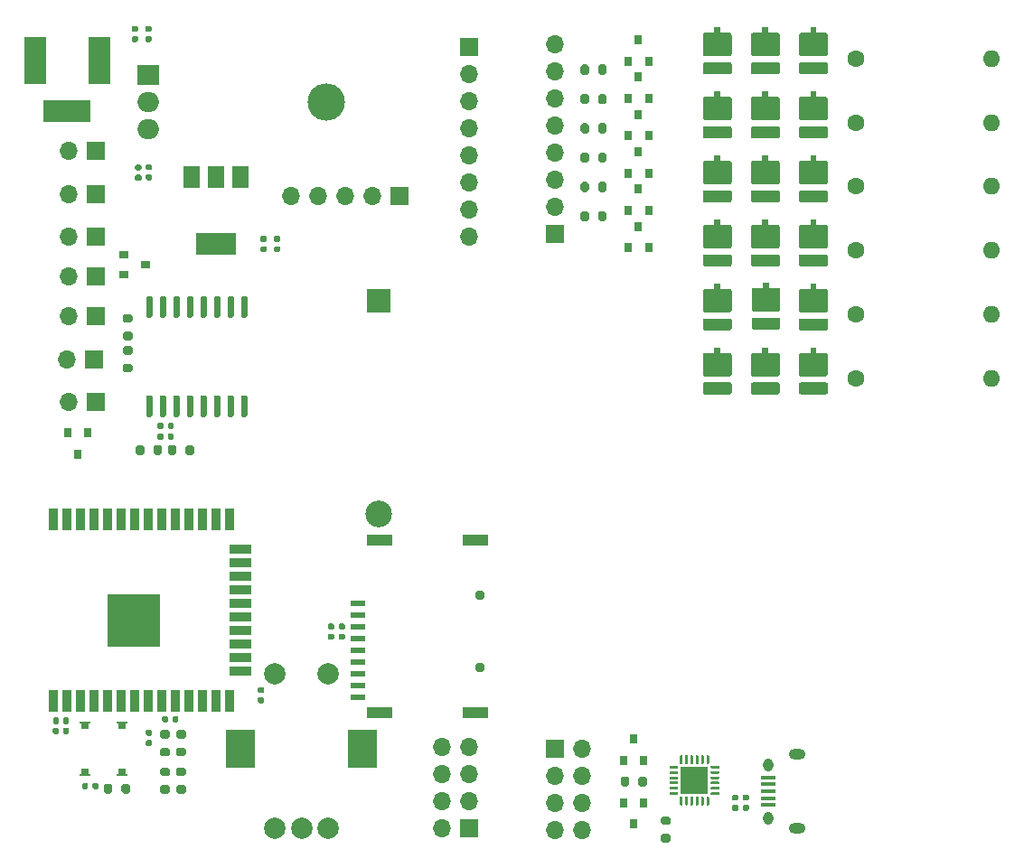
<source format=gbr>
%TF.GenerationSoftware,KiCad,Pcbnew,(5.1.8)-1*%
%TF.CreationDate,2020-12-09T14:15:50+00:00*%
%TF.ProjectId,Project,50726f6a-6563-4742-9e6b-696361645f70,rev?*%
%TF.SameCoordinates,Original*%
%TF.FileFunction,Soldermask,Top*%
%TF.FilePolarity,Negative*%
%FSLAX46Y46*%
G04 Gerber Fmt 4.6, Leading zero omitted, Abs format (unit mm)*
G04 Created by KiCad (PCBNEW (5.1.8)-1) date 2020-12-09 14:15:50*
%MOMM*%
%LPD*%
G01*
G04 APERTURE LIST*
%ADD10C,0.010000*%
%ADD11R,1.700000X1.700000*%
%ADD12O,1.700000X1.700000*%
%ADD13R,1.350000X0.400000*%
%ADD14O,0.950000X1.250000*%
%ADD15O,1.550000X1.000000*%
%ADD16R,5.000000X5.000000*%
%ADD17R,0.900000X2.000000*%
%ADD18R,2.000000X0.900000*%
%ADD19R,2.800000X3.600000*%
%ADD20C,2.000000*%
%ADD21R,2.170000X2.170000*%
%ADD22C,2.500000*%
%ADD23R,1.400000X0.620000*%
%ADD24C,0.950000*%
%ADD25R,2.400000X1.100000*%
%ADD26R,0.900000X0.800000*%
%ADD27R,0.800000X0.900000*%
%ADD28R,4.500000X2.000000*%
%ADD29R,2.000000X4.500000*%
%ADD30R,1.100000X0.200000*%
%ADD31R,0.700000X0.500000*%
%ADD32R,2.600000X2.600000*%
%ADD33R,3.800000X2.000000*%
%ADD34R,1.500000X2.000000*%
%ADD35O,3.500000X3.500000*%
%ADD36R,2.000000X1.905000*%
%ADD37O,2.000000X1.905000*%
%ADD38O,1.600000X1.600000*%
%ADD39C,1.600000*%
G04 APERTURE END LIST*
D10*
%TO.C,D3*%
G36*
X166785000Y-65030000D02*
G01*
X164615000Y-65030000D01*
X164603748Y-65029705D01*
X164592526Y-65028822D01*
X164581367Y-65027353D01*
X164570299Y-65025302D01*
X164559354Y-65022674D01*
X164548561Y-65019477D01*
X164537951Y-65015720D01*
X164527552Y-65011412D01*
X164517392Y-65006566D01*
X164507500Y-65001195D01*
X164497903Y-64995314D01*
X164488626Y-64988939D01*
X164479696Y-64982086D01*
X164471137Y-64974776D01*
X164462972Y-64967028D01*
X164455224Y-64958863D01*
X164447914Y-64950304D01*
X164441061Y-64941374D01*
X164434686Y-64932097D01*
X164428805Y-64922500D01*
X164423434Y-64912608D01*
X164418588Y-64902448D01*
X164414280Y-64892049D01*
X164410523Y-64881439D01*
X164407326Y-64870646D01*
X164404698Y-64859701D01*
X164402647Y-64848633D01*
X164401178Y-64837474D01*
X164400295Y-64826252D01*
X164400000Y-64815000D01*
X164400000Y-63115000D01*
X164400295Y-63103748D01*
X164401178Y-63092526D01*
X164402647Y-63081367D01*
X164404698Y-63070299D01*
X164407326Y-63059354D01*
X164410523Y-63048561D01*
X164414280Y-63037951D01*
X164418588Y-63027552D01*
X164423434Y-63017392D01*
X164428805Y-63007500D01*
X164434686Y-62997903D01*
X164441061Y-62988626D01*
X164447914Y-62979696D01*
X164455224Y-62971137D01*
X164462972Y-62962972D01*
X164471137Y-62955224D01*
X164479696Y-62947914D01*
X164488626Y-62941061D01*
X164497903Y-62934686D01*
X164507500Y-62928805D01*
X164517392Y-62923434D01*
X164527552Y-62918588D01*
X164537951Y-62914280D01*
X164548561Y-62910523D01*
X164559354Y-62907326D01*
X164570299Y-62904698D01*
X164581367Y-62902647D01*
X164592526Y-62901178D01*
X164603748Y-62900295D01*
X164615000Y-62900000D01*
X166785000Y-62900000D01*
X166796252Y-62900295D01*
X166807474Y-62901178D01*
X166818633Y-62902647D01*
X166829701Y-62904698D01*
X166840646Y-62907326D01*
X166851439Y-62910523D01*
X166862049Y-62914280D01*
X166872448Y-62918588D01*
X166882608Y-62923434D01*
X166892500Y-62928805D01*
X166902097Y-62934686D01*
X166911374Y-62941061D01*
X166920304Y-62947914D01*
X166928863Y-62955224D01*
X166937028Y-62962972D01*
X166944776Y-62971137D01*
X166952086Y-62979696D01*
X166958939Y-62988626D01*
X166965314Y-62997903D01*
X166971195Y-63007500D01*
X166976566Y-63017392D01*
X166981412Y-63027552D01*
X166985720Y-63037951D01*
X166989477Y-63048561D01*
X166992674Y-63059354D01*
X166995302Y-63070299D01*
X166997353Y-63081367D01*
X166998822Y-63092526D01*
X166999705Y-63103748D01*
X167000000Y-63115000D01*
X167000000Y-64815000D01*
X166999705Y-64826252D01*
X166998822Y-64837474D01*
X166997353Y-64848633D01*
X166995302Y-64859701D01*
X166992674Y-64870646D01*
X166989477Y-64881439D01*
X166985720Y-64892049D01*
X166981412Y-64902448D01*
X166976566Y-64912608D01*
X166971195Y-64922500D01*
X166965314Y-64932097D01*
X166958939Y-64941374D01*
X166952086Y-64950304D01*
X166944776Y-64958863D01*
X166937028Y-64967028D01*
X166928863Y-64974776D01*
X166920304Y-64982086D01*
X166911374Y-64988939D01*
X166902097Y-64995314D01*
X166892500Y-65001195D01*
X166882608Y-65006566D01*
X166872448Y-65011412D01*
X166862049Y-65015720D01*
X166851439Y-65019477D01*
X166840646Y-65022674D01*
X166829701Y-65025302D01*
X166818633Y-65027353D01*
X166807474Y-65028822D01*
X166796252Y-65029705D01*
X166785000Y-65030000D01*
G37*
X166785000Y-65030000D02*
X164615000Y-65030000D01*
X164603748Y-65029705D01*
X164592526Y-65028822D01*
X164581367Y-65027353D01*
X164570299Y-65025302D01*
X164559354Y-65022674D01*
X164548561Y-65019477D01*
X164537951Y-65015720D01*
X164527552Y-65011412D01*
X164517392Y-65006566D01*
X164507500Y-65001195D01*
X164497903Y-64995314D01*
X164488626Y-64988939D01*
X164479696Y-64982086D01*
X164471137Y-64974776D01*
X164462972Y-64967028D01*
X164455224Y-64958863D01*
X164447914Y-64950304D01*
X164441061Y-64941374D01*
X164434686Y-64932097D01*
X164428805Y-64922500D01*
X164423434Y-64912608D01*
X164418588Y-64902448D01*
X164414280Y-64892049D01*
X164410523Y-64881439D01*
X164407326Y-64870646D01*
X164404698Y-64859701D01*
X164402647Y-64848633D01*
X164401178Y-64837474D01*
X164400295Y-64826252D01*
X164400000Y-64815000D01*
X164400000Y-63115000D01*
X164400295Y-63103748D01*
X164401178Y-63092526D01*
X164402647Y-63081367D01*
X164404698Y-63070299D01*
X164407326Y-63059354D01*
X164410523Y-63048561D01*
X164414280Y-63037951D01*
X164418588Y-63027552D01*
X164423434Y-63017392D01*
X164428805Y-63007500D01*
X164434686Y-62997903D01*
X164441061Y-62988626D01*
X164447914Y-62979696D01*
X164455224Y-62971137D01*
X164462972Y-62962972D01*
X164471137Y-62955224D01*
X164479696Y-62947914D01*
X164488626Y-62941061D01*
X164497903Y-62934686D01*
X164507500Y-62928805D01*
X164517392Y-62923434D01*
X164527552Y-62918588D01*
X164537951Y-62914280D01*
X164548561Y-62910523D01*
X164559354Y-62907326D01*
X164570299Y-62904698D01*
X164581367Y-62902647D01*
X164592526Y-62901178D01*
X164603748Y-62900295D01*
X164615000Y-62900000D01*
X166785000Y-62900000D01*
X166796252Y-62900295D01*
X166807474Y-62901178D01*
X166818633Y-62902647D01*
X166829701Y-62904698D01*
X166840646Y-62907326D01*
X166851439Y-62910523D01*
X166862049Y-62914280D01*
X166872448Y-62918588D01*
X166882608Y-62923434D01*
X166892500Y-62928805D01*
X166902097Y-62934686D01*
X166911374Y-62941061D01*
X166920304Y-62947914D01*
X166928863Y-62955224D01*
X166937028Y-62962972D01*
X166944776Y-62971137D01*
X166952086Y-62979696D01*
X166958939Y-62988626D01*
X166965314Y-62997903D01*
X166971195Y-63007500D01*
X166976566Y-63017392D01*
X166981412Y-63027552D01*
X166985720Y-63037951D01*
X166989477Y-63048561D01*
X166992674Y-63059354D01*
X166995302Y-63070299D01*
X166997353Y-63081367D01*
X166998822Y-63092526D01*
X166999705Y-63103748D01*
X167000000Y-63115000D01*
X167000000Y-64815000D01*
X166999705Y-64826252D01*
X166998822Y-64837474D01*
X166997353Y-64848633D01*
X166995302Y-64859701D01*
X166992674Y-64870646D01*
X166989477Y-64881439D01*
X166985720Y-64892049D01*
X166981412Y-64902448D01*
X166976566Y-64912608D01*
X166971195Y-64922500D01*
X166965314Y-64932097D01*
X166958939Y-64941374D01*
X166952086Y-64950304D01*
X166944776Y-64958863D01*
X166937028Y-64967028D01*
X166928863Y-64974776D01*
X166920304Y-64982086D01*
X166911374Y-64988939D01*
X166902097Y-64995314D01*
X166892500Y-65001195D01*
X166882608Y-65006566D01*
X166872448Y-65011412D01*
X166862049Y-65015720D01*
X166851439Y-65019477D01*
X166840646Y-65022674D01*
X166829701Y-65025302D01*
X166818633Y-65027353D01*
X166807474Y-65028822D01*
X166796252Y-65029705D01*
X166785000Y-65030000D01*
G36*
X165950000Y-62900000D02*
G01*
X165950000Y-62400000D01*
X165450000Y-62400000D01*
X165450000Y-62900000D01*
X165950000Y-62900000D01*
G37*
X165950000Y-62900000D02*
X165950000Y-62400000D01*
X165450000Y-62400000D01*
X165450000Y-62900000D01*
X165950000Y-62900000D01*
G36*
X166850000Y-66700000D02*
G01*
X164550000Y-66700000D01*
X164542150Y-66699794D01*
X164534321Y-66699178D01*
X164526535Y-66698153D01*
X164518813Y-66696722D01*
X164511177Y-66694889D01*
X164503647Y-66692658D01*
X164496245Y-66690037D01*
X164488990Y-66687032D01*
X164481901Y-66683651D01*
X164475000Y-66679904D01*
X164468304Y-66675801D01*
X164461832Y-66671353D01*
X164455602Y-66666572D01*
X164449630Y-66661472D01*
X164443934Y-66656066D01*
X164438528Y-66650370D01*
X164433428Y-66644398D01*
X164428647Y-66638168D01*
X164424199Y-66631696D01*
X164420096Y-66625000D01*
X164416349Y-66618099D01*
X164412968Y-66611010D01*
X164409963Y-66603755D01*
X164407342Y-66596353D01*
X164405111Y-66588823D01*
X164403278Y-66581187D01*
X164401847Y-66573465D01*
X164400822Y-66565679D01*
X164400206Y-66557850D01*
X164400000Y-66550000D01*
X164400000Y-65830000D01*
X164400206Y-65822150D01*
X164400822Y-65814321D01*
X164401847Y-65806535D01*
X164403278Y-65798813D01*
X164405111Y-65791177D01*
X164407342Y-65783647D01*
X164409963Y-65776245D01*
X164412968Y-65768990D01*
X164416349Y-65761901D01*
X164420096Y-65755000D01*
X164424199Y-65748304D01*
X164428647Y-65741832D01*
X164433428Y-65735602D01*
X164438528Y-65729630D01*
X164443934Y-65723934D01*
X164449630Y-65718528D01*
X164455602Y-65713428D01*
X164461832Y-65708647D01*
X164468304Y-65704199D01*
X164475000Y-65700096D01*
X164481901Y-65696349D01*
X164488990Y-65692968D01*
X164496245Y-65689963D01*
X164503647Y-65687342D01*
X164511177Y-65685111D01*
X164518813Y-65683278D01*
X164526535Y-65681847D01*
X164534321Y-65680822D01*
X164542150Y-65680206D01*
X164550000Y-65680000D01*
X166850000Y-65680000D01*
X166857850Y-65680206D01*
X166865679Y-65680822D01*
X166873465Y-65681847D01*
X166881187Y-65683278D01*
X166888823Y-65685111D01*
X166896353Y-65687342D01*
X166903755Y-65689963D01*
X166911010Y-65692968D01*
X166918099Y-65696349D01*
X166925000Y-65700096D01*
X166931696Y-65704199D01*
X166938168Y-65708647D01*
X166944398Y-65713428D01*
X166950370Y-65718528D01*
X166956066Y-65723934D01*
X166961472Y-65729630D01*
X166966572Y-65735602D01*
X166971353Y-65741832D01*
X166975801Y-65748304D01*
X166979904Y-65755000D01*
X166983651Y-65761901D01*
X166987032Y-65768990D01*
X166990037Y-65776245D01*
X166992658Y-65783647D01*
X166994889Y-65791177D01*
X166996722Y-65798813D01*
X166998153Y-65806535D01*
X166999178Y-65814321D01*
X166999794Y-65822150D01*
X167000000Y-65830000D01*
X167000000Y-66550000D01*
X166999794Y-66557850D01*
X166999178Y-66565679D01*
X166998153Y-66573465D01*
X166996722Y-66581187D01*
X166994889Y-66588823D01*
X166992658Y-66596353D01*
X166990037Y-66603755D01*
X166987032Y-66611010D01*
X166983651Y-66618099D01*
X166979904Y-66625000D01*
X166975801Y-66631696D01*
X166971353Y-66638168D01*
X166966572Y-66644398D01*
X166961472Y-66650370D01*
X166956066Y-66656066D01*
X166950370Y-66661472D01*
X166944398Y-66666572D01*
X166938168Y-66671353D01*
X166931696Y-66675801D01*
X166925000Y-66679904D01*
X166918099Y-66683651D01*
X166911010Y-66687032D01*
X166903755Y-66690037D01*
X166896353Y-66692658D01*
X166888823Y-66694889D01*
X166881187Y-66696722D01*
X166873465Y-66698153D01*
X166865679Y-66699178D01*
X166857850Y-66699794D01*
X166850000Y-66700000D01*
G37*
X166850000Y-66700000D02*
X164550000Y-66700000D01*
X164542150Y-66699794D01*
X164534321Y-66699178D01*
X164526535Y-66698153D01*
X164518813Y-66696722D01*
X164511177Y-66694889D01*
X164503647Y-66692658D01*
X164496245Y-66690037D01*
X164488990Y-66687032D01*
X164481901Y-66683651D01*
X164475000Y-66679904D01*
X164468304Y-66675801D01*
X164461832Y-66671353D01*
X164455602Y-66666572D01*
X164449630Y-66661472D01*
X164443934Y-66656066D01*
X164438528Y-66650370D01*
X164433428Y-66644398D01*
X164428647Y-66638168D01*
X164424199Y-66631696D01*
X164420096Y-66625000D01*
X164416349Y-66618099D01*
X164412968Y-66611010D01*
X164409963Y-66603755D01*
X164407342Y-66596353D01*
X164405111Y-66588823D01*
X164403278Y-66581187D01*
X164401847Y-66573465D01*
X164400822Y-66565679D01*
X164400206Y-66557850D01*
X164400000Y-66550000D01*
X164400000Y-65830000D01*
X164400206Y-65822150D01*
X164400822Y-65814321D01*
X164401847Y-65806535D01*
X164403278Y-65798813D01*
X164405111Y-65791177D01*
X164407342Y-65783647D01*
X164409963Y-65776245D01*
X164412968Y-65768990D01*
X164416349Y-65761901D01*
X164420096Y-65755000D01*
X164424199Y-65748304D01*
X164428647Y-65741832D01*
X164433428Y-65735602D01*
X164438528Y-65729630D01*
X164443934Y-65723934D01*
X164449630Y-65718528D01*
X164455602Y-65713428D01*
X164461832Y-65708647D01*
X164468304Y-65704199D01*
X164475000Y-65700096D01*
X164481901Y-65696349D01*
X164488990Y-65692968D01*
X164496245Y-65689963D01*
X164503647Y-65687342D01*
X164511177Y-65685111D01*
X164518813Y-65683278D01*
X164526535Y-65681847D01*
X164534321Y-65680822D01*
X164542150Y-65680206D01*
X164550000Y-65680000D01*
X166850000Y-65680000D01*
X166857850Y-65680206D01*
X166865679Y-65680822D01*
X166873465Y-65681847D01*
X166881187Y-65683278D01*
X166888823Y-65685111D01*
X166896353Y-65687342D01*
X166903755Y-65689963D01*
X166911010Y-65692968D01*
X166918099Y-65696349D01*
X166925000Y-65700096D01*
X166931696Y-65704199D01*
X166938168Y-65708647D01*
X166944398Y-65713428D01*
X166950370Y-65718528D01*
X166956066Y-65723934D01*
X166961472Y-65729630D01*
X166966572Y-65735602D01*
X166971353Y-65741832D01*
X166975801Y-65748304D01*
X166979904Y-65755000D01*
X166983651Y-65761901D01*
X166987032Y-65768990D01*
X166990037Y-65776245D01*
X166992658Y-65783647D01*
X166994889Y-65791177D01*
X166996722Y-65798813D01*
X166998153Y-65806535D01*
X166999178Y-65814321D01*
X166999794Y-65822150D01*
X167000000Y-65830000D01*
X167000000Y-66550000D01*
X166999794Y-66557850D01*
X166999178Y-66565679D01*
X166998153Y-66573465D01*
X166996722Y-66581187D01*
X166994889Y-66588823D01*
X166992658Y-66596353D01*
X166990037Y-66603755D01*
X166987032Y-66611010D01*
X166983651Y-66618099D01*
X166979904Y-66625000D01*
X166975801Y-66631696D01*
X166971353Y-66638168D01*
X166966572Y-66644398D01*
X166961472Y-66650370D01*
X166956066Y-66656066D01*
X166950370Y-66661472D01*
X166944398Y-66666572D01*
X166938168Y-66671353D01*
X166931696Y-66675801D01*
X166925000Y-66679904D01*
X166918099Y-66683651D01*
X166911010Y-66687032D01*
X166903755Y-66690037D01*
X166896353Y-66692658D01*
X166888823Y-66694889D01*
X166881187Y-66696722D01*
X166873465Y-66698153D01*
X166865679Y-66699178D01*
X166857850Y-66699794D01*
X166850000Y-66700000D01*
%TO.C,D4*%
G36*
X162350000Y-66700000D02*
G01*
X160050000Y-66700000D01*
X160042150Y-66699794D01*
X160034321Y-66699178D01*
X160026535Y-66698153D01*
X160018813Y-66696722D01*
X160011177Y-66694889D01*
X160003647Y-66692658D01*
X159996245Y-66690037D01*
X159988990Y-66687032D01*
X159981901Y-66683651D01*
X159975000Y-66679904D01*
X159968304Y-66675801D01*
X159961832Y-66671353D01*
X159955602Y-66666572D01*
X159949630Y-66661472D01*
X159943934Y-66656066D01*
X159938528Y-66650370D01*
X159933428Y-66644398D01*
X159928647Y-66638168D01*
X159924199Y-66631696D01*
X159920096Y-66625000D01*
X159916349Y-66618099D01*
X159912968Y-66611010D01*
X159909963Y-66603755D01*
X159907342Y-66596353D01*
X159905111Y-66588823D01*
X159903278Y-66581187D01*
X159901847Y-66573465D01*
X159900822Y-66565679D01*
X159900206Y-66557850D01*
X159900000Y-66550000D01*
X159900000Y-65830000D01*
X159900206Y-65822150D01*
X159900822Y-65814321D01*
X159901847Y-65806535D01*
X159903278Y-65798813D01*
X159905111Y-65791177D01*
X159907342Y-65783647D01*
X159909963Y-65776245D01*
X159912968Y-65768990D01*
X159916349Y-65761901D01*
X159920096Y-65755000D01*
X159924199Y-65748304D01*
X159928647Y-65741832D01*
X159933428Y-65735602D01*
X159938528Y-65729630D01*
X159943934Y-65723934D01*
X159949630Y-65718528D01*
X159955602Y-65713428D01*
X159961832Y-65708647D01*
X159968304Y-65704199D01*
X159975000Y-65700096D01*
X159981901Y-65696349D01*
X159988990Y-65692968D01*
X159996245Y-65689963D01*
X160003647Y-65687342D01*
X160011177Y-65685111D01*
X160018813Y-65683278D01*
X160026535Y-65681847D01*
X160034321Y-65680822D01*
X160042150Y-65680206D01*
X160050000Y-65680000D01*
X162350000Y-65680000D01*
X162357850Y-65680206D01*
X162365679Y-65680822D01*
X162373465Y-65681847D01*
X162381187Y-65683278D01*
X162388823Y-65685111D01*
X162396353Y-65687342D01*
X162403755Y-65689963D01*
X162411010Y-65692968D01*
X162418099Y-65696349D01*
X162425000Y-65700096D01*
X162431696Y-65704199D01*
X162438168Y-65708647D01*
X162444398Y-65713428D01*
X162450370Y-65718528D01*
X162456066Y-65723934D01*
X162461472Y-65729630D01*
X162466572Y-65735602D01*
X162471353Y-65741832D01*
X162475801Y-65748304D01*
X162479904Y-65755000D01*
X162483651Y-65761901D01*
X162487032Y-65768990D01*
X162490037Y-65776245D01*
X162492658Y-65783647D01*
X162494889Y-65791177D01*
X162496722Y-65798813D01*
X162498153Y-65806535D01*
X162499178Y-65814321D01*
X162499794Y-65822150D01*
X162500000Y-65830000D01*
X162500000Y-66550000D01*
X162499794Y-66557850D01*
X162499178Y-66565679D01*
X162498153Y-66573465D01*
X162496722Y-66581187D01*
X162494889Y-66588823D01*
X162492658Y-66596353D01*
X162490037Y-66603755D01*
X162487032Y-66611010D01*
X162483651Y-66618099D01*
X162479904Y-66625000D01*
X162475801Y-66631696D01*
X162471353Y-66638168D01*
X162466572Y-66644398D01*
X162461472Y-66650370D01*
X162456066Y-66656066D01*
X162450370Y-66661472D01*
X162444398Y-66666572D01*
X162438168Y-66671353D01*
X162431696Y-66675801D01*
X162425000Y-66679904D01*
X162418099Y-66683651D01*
X162411010Y-66687032D01*
X162403755Y-66690037D01*
X162396353Y-66692658D01*
X162388823Y-66694889D01*
X162381187Y-66696722D01*
X162373465Y-66698153D01*
X162365679Y-66699178D01*
X162357850Y-66699794D01*
X162350000Y-66700000D01*
G37*
X162350000Y-66700000D02*
X160050000Y-66700000D01*
X160042150Y-66699794D01*
X160034321Y-66699178D01*
X160026535Y-66698153D01*
X160018813Y-66696722D01*
X160011177Y-66694889D01*
X160003647Y-66692658D01*
X159996245Y-66690037D01*
X159988990Y-66687032D01*
X159981901Y-66683651D01*
X159975000Y-66679904D01*
X159968304Y-66675801D01*
X159961832Y-66671353D01*
X159955602Y-66666572D01*
X159949630Y-66661472D01*
X159943934Y-66656066D01*
X159938528Y-66650370D01*
X159933428Y-66644398D01*
X159928647Y-66638168D01*
X159924199Y-66631696D01*
X159920096Y-66625000D01*
X159916349Y-66618099D01*
X159912968Y-66611010D01*
X159909963Y-66603755D01*
X159907342Y-66596353D01*
X159905111Y-66588823D01*
X159903278Y-66581187D01*
X159901847Y-66573465D01*
X159900822Y-66565679D01*
X159900206Y-66557850D01*
X159900000Y-66550000D01*
X159900000Y-65830000D01*
X159900206Y-65822150D01*
X159900822Y-65814321D01*
X159901847Y-65806535D01*
X159903278Y-65798813D01*
X159905111Y-65791177D01*
X159907342Y-65783647D01*
X159909963Y-65776245D01*
X159912968Y-65768990D01*
X159916349Y-65761901D01*
X159920096Y-65755000D01*
X159924199Y-65748304D01*
X159928647Y-65741832D01*
X159933428Y-65735602D01*
X159938528Y-65729630D01*
X159943934Y-65723934D01*
X159949630Y-65718528D01*
X159955602Y-65713428D01*
X159961832Y-65708647D01*
X159968304Y-65704199D01*
X159975000Y-65700096D01*
X159981901Y-65696349D01*
X159988990Y-65692968D01*
X159996245Y-65689963D01*
X160003647Y-65687342D01*
X160011177Y-65685111D01*
X160018813Y-65683278D01*
X160026535Y-65681847D01*
X160034321Y-65680822D01*
X160042150Y-65680206D01*
X160050000Y-65680000D01*
X162350000Y-65680000D01*
X162357850Y-65680206D01*
X162365679Y-65680822D01*
X162373465Y-65681847D01*
X162381187Y-65683278D01*
X162388823Y-65685111D01*
X162396353Y-65687342D01*
X162403755Y-65689963D01*
X162411010Y-65692968D01*
X162418099Y-65696349D01*
X162425000Y-65700096D01*
X162431696Y-65704199D01*
X162438168Y-65708647D01*
X162444398Y-65713428D01*
X162450370Y-65718528D01*
X162456066Y-65723934D01*
X162461472Y-65729630D01*
X162466572Y-65735602D01*
X162471353Y-65741832D01*
X162475801Y-65748304D01*
X162479904Y-65755000D01*
X162483651Y-65761901D01*
X162487032Y-65768990D01*
X162490037Y-65776245D01*
X162492658Y-65783647D01*
X162494889Y-65791177D01*
X162496722Y-65798813D01*
X162498153Y-65806535D01*
X162499178Y-65814321D01*
X162499794Y-65822150D01*
X162500000Y-65830000D01*
X162500000Y-66550000D01*
X162499794Y-66557850D01*
X162499178Y-66565679D01*
X162498153Y-66573465D01*
X162496722Y-66581187D01*
X162494889Y-66588823D01*
X162492658Y-66596353D01*
X162490037Y-66603755D01*
X162487032Y-66611010D01*
X162483651Y-66618099D01*
X162479904Y-66625000D01*
X162475801Y-66631696D01*
X162471353Y-66638168D01*
X162466572Y-66644398D01*
X162461472Y-66650370D01*
X162456066Y-66656066D01*
X162450370Y-66661472D01*
X162444398Y-66666572D01*
X162438168Y-66671353D01*
X162431696Y-66675801D01*
X162425000Y-66679904D01*
X162418099Y-66683651D01*
X162411010Y-66687032D01*
X162403755Y-66690037D01*
X162396353Y-66692658D01*
X162388823Y-66694889D01*
X162381187Y-66696722D01*
X162373465Y-66698153D01*
X162365679Y-66699178D01*
X162357850Y-66699794D01*
X162350000Y-66700000D01*
G36*
X161450000Y-62900000D02*
G01*
X161450000Y-62400000D01*
X160950000Y-62400000D01*
X160950000Y-62900000D01*
X161450000Y-62900000D01*
G37*
X161450000Y-62900000D02*
X161450000Y-62400000D01*
X160950000Y-62400000D01*
X160950000Y-62900000D01*
X161450000Y-62900000D01*
G36*
X162285000Y-65030000D02*
G01*
X160115000Y-65030000D01*
X160103748Y-65029705D01*
X160092526Y-65028822D01*
X160081367Y-65027353D01*
X160070299Y-65025302D01*
X160059354Y-65022674D01*
X160048561Y-65019477D01*
X160037951Y-65015720D01*
X160027552Y-65011412D01*
X160017392Y-65006566D01*
X160007500Y-65001195D01*
X159997903Y-64995314D01*
X159988626Y-64988939D01*
X159979696Y-64982086D01*
X159971137Y-64974776D01*
X159962972Y-64967028D01*
X159955224Y-64958863D01*
X159947914Y-64950304D01*
X159941061Y-64941374D01*
X159934686Y-64932097D01*
X159928805Y-64922500D01*
X159923434Y-64912608D01*
X159918588Y-64902448D01*
X159914280Y-64892049D01*
X159910523Y-64881439D01*
X159907326Y-64870646D01*
X159904698Y-64859701D01*
X159902647Y-64848633D01*
X159901178Y-64837474D01*
X159900295Y-64826252D01*
X159900000Y-64815000D01*
X159900000Y-63115000D01*
X159900295Y-63103748D01*
X159901178Y-63092526D01*
X159902647Y-63081367D01*
X159904698Y-63070299D01*
X159907326Y-63059354D01*
X159910523Y-63048561D01*
X159914280Y-63037951D01*
X159918588Y-63027552D01*
X159923434Y-63017392D01*
X159928805Y-63007500D01*
X159934686Y-62997903D01*
X159941061Y-62988626D01*
X159947914Y-62979696D01*
X159955224Y-62971137D01*
X159962972Y-62962972D01*
X159971137Y-62955224D01*
X159979696Y-62947914D01*
X159988626Y-62941061D01*
X159997903Y-62934686D01*
X160007500Y-62928805D01*
X160017392Y-62923434D01*
X160027552Y-62918588D01*
X160037951Y-62914280D01*
X160048561Y-62910523D01*
X160059354Y-62907326D01*
X160070299Y-62904698D01*
X160081367Y-62902647D01*
X160092526Y-62901178D01*
X160103748Y-62900295D01*
X160115000Y-62900000D01*
X162285000Y-62900000D01*
X162296252Y-62900295D01*
X162307474Y-62901178D01*
X162318633Y-62902647D01*
X162329701Y-62904698D01*
X162340646Y-62907326D01*
X162351439Y-62910523D01*
X162362049Y-62914280D01*
X162372448Y-62918588D01*
X162382608Y-62923434D01*
X162392500Y-62928805D01*
X162402097Y-62934686D01*
X162411374Y-62941061D01*
X162420304Y-62947914D01*
X162428863Y-62955224D01*
X162437028Y-62962972D01*
X162444776Y-62971137D01*
X162452086Y-62979696D01*
X162458939Y-62988626D01*
X162465314Y-62997903D01*
X162471195Y-63007500D01*
X162476566Y-63017392D01*
X162481412Y-63027552D01*
X162485720Y-63037951D01*
X162489477Y-63048561D01*
X162492674Y-63059354D01*
X162495302Y-63070299D01*
X162497353Y-63081367D01*
X162498822Y-63092526D01*
X162499705Y-63103748D01*
X162500000Y-63115000D01*
X162500000Y-64815000D01*
X162499705Y-64826252D01*
X162498822Y-64837474D01*
X162497353Y-64848633D01*
X162495302Y-64859701D01*
X162492674Y-64870646D01*
X162489477Y-64881439D01*
X162485720Y-64892049D01*
X162481412Y-64902448D01*
X162476566Y-64912608D01*
X162471195Y-64922500D01*
X162465314Y-64932097D01*
X162458939Y-64941374D01*
X162452086Y-64950304D01*
X162444776Y-64958863D01*
X162437028Y-64967028D01*
X162428863Y-64974776D01*
X162420304Y-64982086D01*
X162411374Y-64988939D01*
X162402097Y-64995314D01*
X162392500Y-65001195D01*
X162382608Y-65006566D01*
X162372448Y-65011412D01*
X162362049Y-65015720D01*
X162351439Y-65019477D01*
X162340646Y-65022674D01*
X162329701Y-65025302D01*
X162318633Y-65027353D01*
X162307474Y-65028822D01*
X162296252Y-65029705D01*
X162285000Y-65030000D01*
G37*
X162285000Y-65030000D02*
X160115000Y-65030000D01*
X160103748Y-65029705D01*
X160092526Y-65028822D01*
X160081367Y-65027353D01*
X160070299Y-65025302D01*
X160059354Y-65022674D01*
X160048561Y-65019477D01*
X160037951Y-65015720D01*
X160027552Y-65011412D01*
X160017392Y-65006566D01*
X160007500Y-65001195D01*
X159997903Y-64995314D01*
X159988626Y-64988939D01*
X159979696Y-64982086D01*
X159971137Y-64974776D01*
X159962972Y-64967028D01*
X159955224Y-64958863D01*
X159947914Y-64950304D01*
X159941061Y-64941374D01*
X159934686Y-64932097D01*
X159928805Y-64922500D01*
X159923434Y-64912608D01*
X159918588Y-64902448D01*
X159914280Y-64892049D01*
X159910523Y-64881439D01*
X159907326Y-64870646D01*
X159904698Y-64859701D01*
X159902647Y-64848633D01*
X159901178Y-64837474D01*
X159900295Y-64826252D01*
X159900000Y-64815000D01*
X159900000Y-63115000D01*
X159900295Y-63103748D01*
X159901178Y-63092526D01*
X159902647Y-63081367D01*
X159904698Y-63070299D01*
X159907326Y-63059354D01*
X159910523Y-63048561D01*
X159914280Y-63037951D01*
X159918588Y-63027552D01*
X159923434Y-63017392D01*
X159928805Y-63007500D01*
X159934686Y-62997903D01*
X159941061Y-62988626D01*
X159947914Y-62979696D01*
X159955224Y-62971137D01*
X159962972Y-62962972D01*
X159971137Y-62955224D01*
X159979696Y-62947914D01*
X159988626Y-62941061D01*
X159997903Y-62934686D01*
X160007500Y-62928805D01*
X160017392Y-62923434D01*
X160027552Y-62918588D01*
X160037951Y-62914280D01*
X160048561Y-62910523D01*
X160059354Y-62907326D01*
X160070299Y-62904698D01*
X160081367Y-62902647D01*
X160092526Y-62901178D01*
X160103748Y-62900295D01*
X160115000Y-62900000D01*
X162285000Y-62900000D01*
X162296252Y-62900295D01*
X162307474Y-62901178D01*
X162318633Y-62902647D01*
X162329701Y-62904698D01*
X162340646Y-62907326D01*
X162351439Y-62910523D01*
X162362049Y-62914280D01*
X162372448Y-62918588D01*
X162382608Y-62923434D01*
X162392500Y-62928805D01*
X162402097Y-62934686D01*
X162411374Y-62941061D01*
X162420304Y-62947914D01*
X162428863Y-62955224D01*
X162437028Y-62962972D01*
X162444776Y-62971137D01*
X162452086Y-62979696D01*
X162458939Y-62988626D01*
X162465314Y-62997903D01*
X162471195Y-63007500D01*
X162476566Y-63017392D01*
X162481412Y-63027552D01*
X162485720Y-63037951D01*
X162489477Y-63048561D01*
X162492674Y-63059354D01*
X162495302Y-63070299D01*
X162497353Y-63081367D01*
X162498822Y-63092526D01*
X162499705Y-63103748D01*
X162500000Y-63115000D01*
X162500000Y-64815000D01*
X162499705Y-64826252D01*
X162498822Y-64837474D01*
X162497353Y-64848633D01*
X162495302Y-64859701D01*
X162492674Y-64870646D01*
X162489477Y-64881439D01*
X162485720Y-64892049D01*
X162481412Y-64902448D01*
X162476566Y-64912608D01*
X162471195Y-64922500D01*
X162465314Y-64932097D01*
X162458939Y-64941374D01*
X162452086Y-64950304D01*
X162444776Y-64958863D01*
X162437028Y-64967028D01*
X162428863Y-64974776D01*
X162420304Y-64982086D01*
X162411374Y-64988939D01*
X162402097Y-64995314D01*
X162392500Y-65001195D01*
X162382608Y-65006566D01*
X162372448Y-65011412D01*
X162362049Y-65015720D01*
X162351439Y-65019477D01*
X162340646Y-65022674D01*
X162329701Y-65025302D01*
X162318633Y-65027353D01*
X162307474Y-65028822D01*
X162296252Y-65029705D01*
X162285000Y-65030000D01*
%TO.C,D5*%
G36*
X171285000Y-65030000D02*
G01*
X169115000Y-65030000D01*
X169103748Y-65029705D01*
X169092526Y-65028822D01*
X169081367Y-65027353D01*
X169070299Y-65025302D01*
X169059354Y-65022674D01*
X169048561Y-65019477D01*
X169037951Y-65015720D01*
X169027552Y-65011412D01*
X169017392Y-65006566D01*
X169007500Y-65001195D01*
X168997903Y-64995314D01*
X168988626Y-64988939D01*
X168979696Y-64982086D01*
X168971137Y-64974776D01*
X168962972Y-64967028D01*
X168955224Y-64958863D01*
X168947914Y-64950304D01*
X168941061Y-64941374D01*
X168934686Y-64932097D01*
X168928805Y-64922500D01*
X168923434Y-64912608D01*
X168918588Y-64902448D01*
X168914280Y-64892049D01*
X168910523Y-64881439D01*
X168907326Y-64870646D01*
X168904698Y-64859701D01*
X168902647Y-64848633D01*
X168901178Y-64837474D01*
X168900295Y-64826252D01*
X168900000Y-64815000D01*
X168900000Y-63115000D01*
X168900295Y-63103748D01*
X168901178Y-63092526D01*
X168902647Y-63081367D01*
X168904698Y-63070299D01*
X168907326Y-63059354D01*
X168910523Y-63048561D01*
X168914280Y-63037951D01*
X168918588Y-63027552D01*
X168923434Y-63017392D01*
X168928805Y-63007500D01*
X168934686Y-62997903D01*
X168941061Y-62988626D01*
X168947914Y-62979696D01*
X168955224Y-62971137D01*
X168962972Y-62962972D01*
X168971137Y-62955224D01*
X168979696Y-62947914D01*
X168988626Y-62941061D01*
X168997903Y-62934686D01*
X169007500Y-62928805D01*
X169017392Y-62923434D01*
X169027552Y-62918588D01*
X169037951Y-62914280D01*
X169048561Y-62910523D01*
X169059354Y-62907326D01*
X169070299Y-62904698D01*
X169081367Y-62902647D01*
X169092526Y-62901178D01*
X169103748Y-62900295D01*
X169115000Y-62900000D01*
X171285000Y-62900000D01*
X171296252Y-62900295D01*
X171307474Y-62901178D01*
X171318633Y-62902647D01*
X171329701Y-62904698D01*
X171340646Y-62907326D01*
X171351439Y-62910523D01*
X171362049Y-62914280D01*
X171372448Y-62918588D01*
X171382608Y-62923434D01*
X171392500Y-62928805D01*
X171402097Y-62934686D01*
X171411374Y-62941061D01*
X171420304Y-62947914D01*
X171428863Y-62955224D01*
X171437028Y-62962972D01*
X171444776Y-62971137D01*
X171452086Y-62979696D01*
X171458939Y-62988626D01*
X171465314Y-62997903D01*
X171471195Y-63007500D01*
X171476566Y-63017392D01*
X171481412Y-63027552D01*
X171485720Y-63037951D01*
X171489477Y-63048561D01*
X171492674Y-63059354D01*
X171495302Y-63070299D01*
X171497353Y-63081367D01*
X171498822Y-63092526D01*
X171499705Y-63103748D01*
X171500000Y-63115000D01*
X171500000Y-64815000D01*
X171499705Y-64826252D01*
X171498822Y-64837474D01*
X171497353Y-64848633D01*
X171495302Y-64859701D01*
X171492674Y-64870646D01*
X171489477Y-64881439D01*
X171485720Y-64892049D01*
X171481412Y-64902448D01*
X171476566Y-64912608D01*
X171471195Y-64922500D01*
X171465314Y-64932097D01*
X171458939Y-64941374D01*
X171452086Y-64950304D01*
X171444776Y-64958863D01*
X171437028Y-64967028D01*
X171428863Y-64974776D01*
X171420304Y-64982086D01*
X171411374Y-64988939D01*
X171402097Y-64995314D01*
X171392500Y-65001195D01*
X171382608Y-65006566D01*
X171372448Y-65011412D01*
X171362049Y-65015720D01*
X171351439Y-65019477D01*
X171340646Y-65022674D01*
X171329701Y-65025302D01*
X171318633Y-65027353D01*
X171307474Y-65028822D01*
X171296252Y-65029705D01*
X171285000Y-65030000D01*
G37*
X171285000Y-65030000D02*
X169115000Y-65030000D01*
X169103748Y-65029705D01*
X169092526Y-65028822D01*
X169081367Y-65027353D01*
X169070299Y-65025302D01*
X169059354Y-65022674D01*
X169048561Y-65019477D01*
X169037951Y-65015720D01*
X169027552Y-65011412D01*
X169017392Y-65006566D01*
X169007500Y-65001195D01*
X168997903Y-64995314D01*
X168988626Y-64988939D01*
X168979696Y-64982086D01*
X168971137Y-64974776D01*
X168962972Y-64967028D01*
X168955224Y-64958863D01*
X168947914Y-64950304D01*
X168941061Y-64941374D01*
X168934686Y-64932097D01*
X168928805Y-64922500D01*
X168923434Y-64912608D01*
X168918588Y-64902448D01*
X168914280Y-64892049D01*
X168910523Y-64881439D01*
X168907326Y-64870646D01*
X168904698Y-64859701D01*
X168902647Y-64848633D01*
X168901178Y-64837474D01*
X168900295Y-64826252D01*
X168900000Y-64815000D01*
X168900000Y-63115000D01*
X168900295Y-63103748D01*
X168901178Y-63092526D01*
X168902647Y-63081367D01*
X168904698Y-63070299D01*
X168907326Y-63059354D01*
X168910523Y-63048561D01*
X168914280Y-63037951D01*
X168918588Y-63027552D01*
X168923434Y-63017392D01*
X168928805Y-63007500D01*
X168934686Y-62997903D01*
X168941061Y-62988626D01*
X168947914Y-62979696D01*
X168955224Y-62971137D01*
X168962972Y-62962972D01*
X168971137Y-62955224D01*
X168979696Y-62947914D01*
X168988626Y-62941061D01*
X168997903Y-62934686D01*
X169007500Y-62928805D01*
X169017392Y-62923434D01*
X169027552Y-62918588D01*
X169037951Y-62914280D01*
X169048561Y-62910523D01*
X169059354Y-62907326D01*
X169070299Y-62904698D01*
X169081367Y-62902647D01*
X169092526Y-62901178D01*
X169103748Y-62900295D01*
X169115000Y-62900000D01*
X171285000Y-62900000D01*
X171296252Y-62900295D01*
X171307474Y-62901178D01*
X171318633Y-62902647D01*
X171329701Y-62904698D01*
X171340646Y-62907326D01*
X171351439Y-62910523D01*
X171362049Y-62914280D01*
X171372448Y-62918588D01*
X171382608Y-62923434D01*
X171392500Y-62928805D01*
X171402097Y-62934686D01*
X171411374Y-62941061D01*
X171420304Y-62947914D01*
X171428863Y-62955224D01*
X171437028Y-62962972D01*
X171444776Y-62971137D01*
X171452086Y-62979696D01*
X171458939Y-62988626D01*
X171465314Y-62997903D01*
X171471195Y-63007500D01*
X171476566Y-63017392D01*
X171481412Y-63027552D01*
X171485720Y-63037951D01*
X171489477Y-63048561D01*
X171492674Y-63059354D01*
X171495302Y-63070299D01*
X171497353Y-63081367D01*
X171498822Y-63092526D01*
X171499705Y-63103748D01*
X171500000Y-63115000D01*
X171500000Y-64815000D01*
X171499705Y-64826252D01*
X171498822Y-64837474D01*
X171497353Y-64848633D01*
X171495302Y-64859701D01*
X171492674Y-64870646D01*
X171489477Y-64881439D01*
X171485720Y-64892049D01*
X171481412Y-64902448D01*
X171476566Y-64912608D01*
X171471195Y-64922500D01*
X171465314Y-64932097D01*
X171458939Y-64941374D01*
X171452086Y-64950304D01*
X171444776Y-64958863D01*
X171437028Y-64967028D01*
X171428863Y-64974776D01*
X171420304Y-64982086D01*
X171411374Y-64988939D01*
X171402097Y-64995314D01*
X171392500Y-65001195D01*
X171382608Y-65006566D01*
X171372448Y-65011412D01*
X171362049Y-65015720D01*
X171351439Y-65019477D01*
X171340646Y-65022674D01*
X171329701Y-65025302D01*
X171318633Y-65027353D01*
X171307474Y-65028822D01*
X171296252Y-65029705D01*
X171285000Y-65030000D01*
G36*
X170450000Y-62900000D02*
G01*
X170450000Y-62400000D01*
X169950000Y-62400000D01*
X169950000Y-62900000D01*
X170450000Y-62900000D01*
G37*
X170450000Y-62900000D02*
X170450000Y-62400000D01*
X169950000Y-62400000D01*
X169950000Y-62900000D01*
X170450000Y-62900000D01*
G36*
X171350000Y-66700000D02*
G01*
X169050000Y-66700000D01*
X169042150Y-66699794D01*
X169034321Y-66699178D01*
X169026535Y-66698153D01*
X169018813Y-66696722D01*
X169011177Y-66694889D01*
X169003647Y-66692658D01*
X168996245Y-66690037D01*
X168988990Y-66687032D01*
X168981901Y-66683651D01*
X168975000Y-66679904D01*
X168968304Y-66675801D01*
X168961832Y-66671353D01*
X168955602Y-66666572D01*
X168949630Y-66661472D01*
X168943934Y-66656066D01*
X168938528Y-66650370D01*
X168933428Y-66644398D01*
X168928647Y-66638168D01*
X168924199Y-66631696D01*
X168920096Y-66625000D01*
X168916349Y-66618099D01*
X168912968Y-66611010D01*
X168909963Y-66603755D01*
X168907342Y-66596353D01*
X168905111Y-66588823D01*
X168903278Y-66581187D01*
X168901847Y-66573465D01*
X168900822Y-66565679D01*
X168900206Y-66557850D01*
X168900000Y-66550000D01*
X168900000Y-65830000D01*
X168900206Y-65822150D01*
X168900822Y-65814321D01*
X168901847Y-65806535D01*
X168903278Y-65798813D01*
X168905111Y-65791177D01*
X168907342Y-65783647D01*
X168909963Y-65776245D01*
X168912968Y-65768990D01*
X168916349Y-65761901D01*
X168920096Y-65755000D01*
X168924199Y-65748304D01*
X168928647Y-65741832D01*
X168933428Y-65735602D01*
X168938528Y-65729630D01*
X168943934Y-65723934D01*
X168949630Y-65718528D01*
X168955602Y-65713428D01*
X168961832Y-65708647D01*
X168968304Y-65704199D01*
X168975000Y-65700096D01*
X168981901Y-65696349D01*
X168988990Y-65692968D01*
X168996245Y-65689963D01*
X169003647Y-65687342D01*
X169011177Y-65685111D01*
X169018813Y-65683278D01*
X169026535Y-65681847D01*
X169034321Y-65680822D01*
X169042150Y-65680206D01*
X169050000Y-65680000D01*
X171350000Y-65680000D01*
X171357850Y-65680206D01*
X171365679Y-65680822D01*
X171373465Y-65681847D01*
X171381187Y-65683278D01*
X171388823Y-65685111D01*
X171396353Y-65687342D01*
X171403755Y-65689963D01*
X171411010Y-65692968D01*
X171418099Y-65696349D01*
X171425000Y-65700096D01*
X171431696Y-65704199D01*
X171438168Y-65708647D01*
X171444398Y-65713428D01*
X171450370Y-65718528D01*
X171456066Y-65723934D01*
X171461472Y-65729630D01*
X171466572Y-65735602D01*
X171471353Y-65741832D01*
X171475801Y-65748304D01*
X171479904Y-65755000D01*
X171483651Y-65761901D01*
X171487032Y-65768990D01*
X171490037Y-65776245D01*
X171492658Y-65783647D01*
X171494889Y-65791177D01*
X171496722Y-65798813D01*
X171498153Y-65806535D01*
X171499178Y-65814321D01*
X171499794Y-65822150D01*
X171500000Y-65830000D01*
X171500000Y-66550000D01*
X171499794Y-66557850D01*
X171499178Y-66565679D01*
X171498153Y-66573465D01*
X171496722Y-66581187D01*
X171494889Y-66588823D01*
X171492658Y-66596353D01*
X171490037Y-66603755D01*
X171487032Y-66611010D01*
X171483651Y-66618099D01*
X171479904Y-66625000D01*
X171475801Y-66631696D01*
X171471353Y-66638168D01*
X171466572Y-66644398D01*
X171461472Y-66650370D01*
X171456066Y-66656066D01*
X171450370Y-66661472D01*
X171444398Y-66666572D01*
X171438168Y-66671353D01*
X171431696Y-66675801D01*
X171425000Y-66679904D01*
X171418099Y-66683651D01*
X171411010Y-66687032D01*
X171403755Y-66690037D01*
X171396353Y-66692658D01*
X171388823Y-66694889D01*
X171381187Y-66696722D01*
X171373465Y-66698153D01*
X171365679Y-66699178D01*
X171357850Y-66699794D01*
X171350000Y-66700000D01*
G37*
X171350000Y-66700000D02*
X169050000Y-66700000D01*
X169042150Y-66699794D01*
X169034321Y-66699178D01*
X169026535Y-66698153D01*
X169018813Y-66696722D01*
X169011177Y-66694889D01*
X169003647Y-66692658D01*
X168996245Y-66690037D01*
X168988990Y-66687032D01*
X168981901Y-66683651D01*
X168975000Y-66679904D01*
X168968304Y-66675801D01*
X168961832Y-66671353D01*
X168955602Y-66666572D01*
X168949630Y-66661472D01*
X168943934Y-66656066D01*
X168938528Y-66650370D01*
X168933428Y-66644398D01*
X168928647Y-66638168D01*
X168924199Y-66631696D01*
X168920096Y-66625000D01*
X168916349Y-66618099D01*
X168912968Y-66611010D01*
X168909963Y-66603755D01*
X168907342Y-66596353D01*
X168905111Y-66588823D01*
X168903278Y-66581187D01*
X168901847Y-66573465D01*
X168900822Y-66565679D01*
X168900206Y-66557850D01*
X168900000Y-66550000D01*
X168900000Y-65830000D01*
X168900206Y-65822150D01*
X168900822Y-65814321D01*
X168901847Y-65806535D01*
X168903278Y-65798813D01*
X168905111Y-65791177D01*
X168907342Y-65783647D01*
X168909963Y-65776245D01*
X168912968Y-65768990D01*
X168916349Y-65761901D01*
X168920096Y-65755000D01*
X168924199Y-65748304D01*
X168928647Y-65741832D01*
X168933428Y-65735602D01*
X168938528Y-65729630D01*
X168943934Y-65723934D01*
X168949630Y-65718528D01*
X168955602Y-65713428D01*
X168961832Y-65708647D01*
X168968304Y-65704199D01*
X168975000Y-65700096D01*
X168981901Y-65696349D01*
X168988990Y-65692968D01*
X168996245Y-65689963D01*
X169003647Y-65687342D01*
X169011177Y-65685111D01*
X169018813Y-65683278D01*
X169026535Y-65681847D01*
X169034321Y-65680822D01*
X169042150Y-65680206D01*
X169050000Y-65680000D01*
X171350000Y-65680000D01*
X171357850Y-65680206D01*
X171365679Y-65680822D01*
X171373465Y-65681847D01*
X171381187Y-65683278D01*
X171388823Y-65685111D01*
X171396353Y-65687342D01*
X171403755Y-65689963D01*
X171411010Y-65692968D01*
X171418099Y-65696349D01*
X171425000Y-65700096D01*
X171431696Y-65704199D01*
X171438168Y-65708647D01*
X171444398Y-65713428D01*
X171450370Y-65718528D01*
X171456066Y-65723934D01*
X171461472Y-65729630D01*
X171466572Y-65735602D01*
X171471353Y-65741832D01*
X171475801Y-65748304D01*
X171479904Y-65755000D01*
X171483651Y-65761901D01*
X171487032Y-65768990D01*
X171490037Y-65776245D01*
X171492658Y-65783647D01*
X171494889Y-65791177D01*
X171496722Y-65798813D01*
X171498153Y-65806535D01*
X171499178Y-65814321D01*
X171499794Y-65822150D01*
X171500000Y-65830000D01*
X171500000Y-66550000D01*
X171499794Y-66557850D01*
X171499178Y-66565679D01*
X171498153Y-66573465D01*
X171496722Y-66581187D01*
X171494889Y-66588823D01*
X171492658Y-66596353D01*
X171490037Y-66603755D01*
X171487032Y-66611010D01*
X171483651Y-66618099D01*
X171479904Y-66625000D01*
X171475801Y-66631696D01*
X171471353Y-66638168D01*
X171466572Y-66644398D01*
X171461472Y-66650370D01*
X171456066Y-66656066D01*
X171450370Y-66661472D01*
X171444398Y-66666572D01*
X171438168Y-66671353D01*
X171431696Y-66675801D01*
X171425000Y-66679904D01*
X171418099Y-66683651D01*
X171411010Y-66687032D01*
X171403755Y-66690037D01*
X171396353Y-66692658D01*
X171388823Y-66694889D01*
X171381187Y-66696722D01*
X171373465Y-66698153D01*
X171365679Y-66699178D01*
X171357850Y-66699794D01*
X171350000Y-66700000D01*
%TO.C,D6*%
G36*
X166915001Y-60610999D02*
G01*
X164615001Y-60610999D01*
X164607151Y-60610793D01*
X164599322Y-60610177D01*
X164591536Y-60609152D01*
X164583814Y-60607721D01*
X164576178Y-60605888D01*
X164568648Y-60603657D01*
X164561246Y-60601036D01*
X164553991Y-60598031D01*
X164546902Y-60594650D01*
X164540001Y-60590903D01*
X164533305Y-60586800D01*
X164526833Y-60582352D01*
X164520603Y-60577571D01*
X164514631Y-60572471D01*
X164508935Y-60567065D01*
X164503529Y-60561369D01*
X164498429Y-60555397D01*
X164493648Y-60549167D01*
X164489200Y-60542695D01*
X164485097Y-60535999D01*
X164481350Y-60529098D01*
X164477969Y-60522009D01*
X164474964Y-60514754D01*
X164472343Y-60507352D01*
X164470112Y-60499822D01*
X164468279Y-60492186D01*
X164466848Y-60484464D01*
X164465823Y-60476678D01*
X164465207Y-60468849D01*
X164465001Y-60460999D01*
X164465001Y-59740999D01*
X164465207Y-59733149D01*
X164465823Y-59725320D01*
X164466848Y-59717534D01*
X164468279Y-59709812D01*
X164470112Y-59702176D01*
X164472343Y-59694646D01*
X164474964Y-59687244D01*
X164477969Y-59679989D01*
X164481350Y-59672900D01*
X164485097Y-59665999D01*
X164489200Y-59659303D01*
X164493648Y-59652831D01*
X164498429Y-59646601D01*
X164503529Y-59640629D01*
X164508935Y-59634933D01*
X164514631Y-59629527D01*
X164520603Y-59624427D01*
X164526833Y-59619646D01*
X164533305Y-59615198D01*
X164540001Y-59611095D01*
X164546902Y-59607348D01*
X164553991Y-59603967D01*
X164561246Y-59600962D01*
X164568648Y-59598341D01*
X164576178Y-59596110D01*
X164583814Y-59594277D01*
X164591536Y-59592846D01*
X164599322Y-59591821D01*
X164607151Y-59591205D01*
X164615001Y-59590999D01*
X166915001Y-59590999D01*
X166922851Y-59591205D01*
X166930680Y-59591821D01*
X166938466Y-59592846D01*
X166946188Y-59594277D01*
X166953824Y-59596110D01*
X166961354Y-59598341D01*
X166968756Y-59600962D01*
X166976011Y-59603967D01*
X166983100Y-59607348D01*
X166990001Y-59611095D01*
X166996697Y-59615198D01*
X167003169Y-59619646D01*
X167009399Y-59624427D01*
X167015371Y-59629527D01*
X167021067Y-59634933D01*
X167026473Y-59640629D01*
X167031573Y-59646601D01*
X167036354Y-59652831D01*
X167040802Y-59659303D01*
X167044905Y-59665999D01*
X167048652Y-59672900D01*
X167052033Y-59679989D01*
X167055038Y-59687244D01*
X167057659Y-59694646D01*
X167059890Y-59702176D01*
X167061723Y-59709812D01*
X167063154Y-59717534D01*
X167064179Y-59725320D01*
X167064795Y-59733149D01*
X167065001Y-59740999D01*
X167065001Y-60460999D01*
X167064795Y-60468849D01*
X167064179Y-60476678D01*
X167063154Y-60484464D01*
X167061723Y-60492186D01*
X167059890Y-60499822D01*
X167057659Y-60507352D01*
X167055038Y-60514754D01*
X167052033Y-60522009D01*
X167048652Y-60529098D01*
X167044905Y-60535999D01*
X167040802Y-60542695D01*
X167036354Y-60549167D01*
X167031573Y-60555397D01*
X167026473Y-60561369D01*
X167021067Y-60567065D01*
X167015371Y-60572471D01*
X167009399Y-60577571D01*
X167003169Y-60582352D01*
X166996697Y-60586800D01*
X166990001Y-60590903D01*
X166983100Y-60594650D01*
X166976011Y-60598031D01*
X166968756Y-60601036D01*
X166961354Y-60603657D01*
X166953824Y-60605888D01*
X166946188Y-60607721D01*
X166938466Y-60609152D01*
X166930680Y-60610177D01*
X166922851Y-60610793D01*
X166915001Y-60610999D01*
G37*
X166915001Y-60610999D02*
X164615001Y-60610999D01*
X164607151Y-60610793D01*
X164599322Y-60610177D01*
X164591536Y-60609152D01*
X164583814Y-60607721D01*
X164576178Y-60605888D01*
X164568648Y-60603657D01*
X164561246Y-60601036D01*
X164553991Y-60598031D01*
X164546902Y-60594650D01*
X164540001Y-60590903D01*
X164533305Y-60586800D01*
X164526833Y-60582352D01*
X164520603Y-60577571D01*
X164514631Y-60572471D01*
X164508935Y-60567065D01*
X164503529Y-60561369D01*
X164498429Y-60555397D01*
X164493648Y-60549167D01*
X164489200Y-60542695D01*
X164485097Y-60535999D01*
X164481350Y-60529098D01*
X164477969Y-60522009D01*
X164474964Y-60514754D01*
X164472343Y-60507352D01*
X164470112Y-60499822D01*
X164468279Y-60492186D01*
X164466848Y-60484464D01*
X164465823Y-60476678D01*
X164465207Y-60468849D01*
X164465001Y-60460999D01*
X164465001Y-59740999D01*
X164465207Y-59733149D01*
X164465823Y-59725320D01*
X164466848Y-59717534D01*
X164468279Y-59709812D01*
X164470112Y-59702176D01*
X164472343Y-59694646D01*
X164474964Y-59687244D01*
X164477969Y-59679989D01*
X164481350Y-59672900D01*
X164485097Y-59665999D01*
X164489200Y-59659303D01*
X164493648Y-59652831D01*
X164498429Y-59646601D01*
X164503529Y-59640629D01*
X164508935Y-59634933D01*
X164514631Y-59629527D01*
X164520603Y-59624427D01*
X164526833Y-59619646D01*
X164533305Y-59615198D01*
X164540001Y-59611095D01*
X164546902Y-59607348D01*
X164553991Y-59603967D01*
X164561246Y-59600962D01*
X164568648Y-59598341D01*
X164576178Y-59596110D01*
X164583814Y-59594277D01*
X164591536Y-59592846D01*
X164599322Y-59591821D01*
X164607151Y-59591205D01*
X164615001Y-59590999D01*
X166915001Y-59590999D01*
X166922851Y-59591205D01*
X166930680Y-59591821D01*
X166938466Y-59592846D01*
X166946188Y-59594277D01*
X166953824Y-59596110D01*
X166961354Y-59598341D01*
X166968756Y-59600962D01*
X166976011Y-59603967D01*
X166983100Y-59607348D01*
X166990001Y-59611095D01*
X166996697Y-59615198D01*
X167003169Y-59619646D01*
X167009399Y-59624427D01*
X167015371Y-59629527D01*
X167021067Y-59634933D01*
X167026473Y-59640629D01*
X167031573Y-59646601D01*
X167036354Y-59652831D01*
X167040802Y-59659303D01*
X167044905Y-59665999D01*
X167048652Y-59672900D01*
X167052033Y-59679989D01*
X167055038Y-59687244D01*
X167057659Y-59694646D01*
X167059890Y-59702176D01*
X167061723Y-59709812D01*
X167063154Y-59717534D01*
X167064179Y-59725320D01*
X167064795Y-59733149D01*
X167065001Y-59740999D01*
X167065001Y-60460999D01*
X167064795Y-60468849D01*
X167064179Y-60476678D01*
X167063154Y-60484464D01*
X167061723Y-60492186D01*
X167059890Y-60499822D01*
X167057659Y-60507352D01*
X167055038Y-60514754D01*
X167052033Y-60522009D01*
X167048652Y-60529098D01*
X167044905Y-60535999D01*
X167040802Y-60542695D01*
X167036354Y-60549167D01*
X167031573Y-60555397D01*
X167026473Y-60561369D01*
X167021067Y-60567065D01*
X167015371Y-60572471D01*
X167009399Y-60577571D01*
X167003169Y-60582352D01*
X166996697Y-60586800D01*
X166990001Y-60590903D01*
X166983100Y-60594650D01*
X166976011Y-60598031D01*
X166968756Y-60601036D01*
X166961354Y-60603657D01*
X166953824Y-60605888D01*
X166946188Y-60607721D01*
X166938466Y-60609152D01*
X166930680Y-60610177D01*
X166922851Y-60610793D01*
X166915001Y-60610999D01*
G36*
X166015001Y-56810999D02*
G01*
X166015001Y-56310999D01*
X165515001Y-56310999D01*
X165515001Y-56810999D01*
X166015001Y-56810999D01*
G37*
X166015001Y-56810999D02*
X166015001Y-56310999D01*
X165515001Y-56310999D01*
X165515001Y-56810999D01*
X166015001Y-56810999D01*
G36*
X166850001Y-58940999D02*
G01*
X164680001Y-58940999D01*
X164668749Y-58940704D01*
X164657527Y-58939821D01*
X164646368Y-58938352D01*
X164635300Y-58936301D01*
X164624355Y-58933673D01*
X164613562Y-58930476D01*
X164602952Y-58926719D01*
X164592553Y-58922411D01*
X164582393Y-58917565D01*
X164572501Y-58912194D01*
X164562904Y-58906313D01*
X164553627Y-58899938D01*
X164544697Y-58893085D01*
X164536138Y-58885775D01*
X164527973Y-58878027D01*
X164520225Y-58869862D01*
X164512915Y-58861303D01*
X164506062Y-58852373D01*
X164499687Y-58843096D01*
X164493806Y-58833499D01*
X164488435Y-58823607D01*
X164483589Y-58813447D01*
X164479281Y-58803048D01*
X164475524Y-58792438D01*
X164472327Y-58781645D01*
X164469699Y-58770700D01*
X164467648Y-58759632D01*
X164466179Y-58748473D01*
X164465296Y-58737251D01*
X164465001Y-58725999D01*
X164465001Y-57025999D01*
X164465296Y-57014747D01*
X164466179Y-57003525D01*
X164467648Y-56992366D01*
X164469699Y-56981298D01*
X164472327Y-56970353D01*
X164475524Y-56959560D01*
X164479281Y-56948950D01*
X164483589Y-56938551D01*
X164488435Y-56928391D01*
X164493806Y-56918499D01*
X164499687Y-56908902D01*
X164506062Y-56899625D01*
X164512915Y-56890695D01*
X164520225Y-56882136D01*
X164527973Y-56873971D01*
X164536138Y-56866223D01*
X164544697Y-56858913D01*
X164553627Y-56852060D01*
X164562904Y-56845685D01*
X164572501Y-56839804D01*
X164582393Y-56834433D01*
X164592553Y-56829587D01*
X164602952Y-56825279D01*
X164613562Y-56821522D01*
X164624355Y-56818325D01*
X164635300Y-56815697D01*
X164646368Y-56813646D01*
X164657527Y-56812177D01*
X164668749Y-56811294D01*
X164680001Y-56810999D01*
X166850001Y-56810999D01*
X166861253Y-56811294D01*
X166872475Y-56812177D01*
X166883634Y-56813646D01*
X166894702Y-56815697D01*
X166905647Y-56818325D01*
X166916440Y-56821522D01*
X166927050Y-56825279D01*
X166937449Y-56829587D01*
X166947609Y-56834433D01*
X166957501Y-56839804D01*
X166967098Y-56845685D01*
X166976375Y-56852060D01*
X166985305Y-56858913D01*
X166993864Y-56866223D01*
X167002029Y-56873971D01*
X167009777Y-56882136D01*
X167017087Y-56890695D01*
X167023940Y-56899625D01*
X167030315Y-56908902D01*
X167036196Y-56918499D01*
X167041567Y-56928391D01*
X167046413Y-56938551D01*
X167050721Y-56948950D01*
X167054478Y-56959560D01*
X167057675Y-56970353D01*
X167060303Y-56981298D01*
X167062354Y-56992366D01*
X167063823Y-57003525D01*
X167064706Y-57014747D01*
X167065001Y-57025999D01*
X167065001Y-58725999D01*
X167064706Y-58737251D01*
X167063823Y-58748473D01*
X167062354Y-58759632D01*
X167060303Y-58770700D01*
X167057675Y-58781645D01*
X167054478Y-58792438D01*
X167050721Y-58803048D01*
X167046413Y-58813447D01*
X167041567Y-58823607D01*
X167036196Y-58833499D01*
X167030315Y-58843096D01*
X167023940Y-58852373D01*
X167017087Y-58861303D01*
X167009777Y-58869862D01*
X167002029Y-58878027D01*
X166993864Y-58885775D01*
X166985305Y-58893085D01*
X166976375Y-58899938D01*
X166967098Y-58906313D01*
X166957501Y-58912194D01*
X166947609Y-58917565D01*
X166937449Y-58922411D01*
X166927050Y-58926719D01*
X166916440Y-58930476D01*
X166905647Y-58933673D01*
X166894702Y-58936301D01*
X166883634Y-58938352D01*
X166872475Y-58939821D01*
X166861253Y-58940704D01*
X166850001Y-58940999D01*
G37*
X166850001Y-58940999D02*
X164680001Y-58940999D01*
X164668749Y-58940704D01*
X164657527Y-58939821D01*
X164646368Y-58938352D01*
X164635300Y-58936301D01*
X164624355Y-58933673D01*
X164613562Y-58930476D01*
X164602952Y-58926719D01*
X164592553Y-58922411D01*
X164582393Y-58917565D01*
X164572501Y-58912194D01*
X164562904Y-58906313D01*
X164553627Y-58899938D01*
X164544697Y-58893085D01*
X164536138Y-58885775D01*
X164527973Y-58878027D01*
X164520225Y-58869862D01*
X164512915Y-58861303D01*
X164506062Y-58852373D01*
X164499687Y-58843096D01*
X164493806Y-58833499D01*
X164488435Y-58823607D01*
X164483589Y-58813447D01*
X164479281Y-58803048D01*
X164475524Y-58792438D01*
X164472327Y-58781645D01*
X164469699Y-58770700D01*
X164467648Y-58759632D01*
X164466179Y-58748473D01*
X164465296Y-58737251D01*
X164465001Y-58725999D01*
X164465001Y-57025999D01*
X164465296Y-57014747D01*
X164466179Y-57003525D01*
X164467648Y-56992366D01*
X164469699Y-56981298D01*
X164472327Y-56970353D01*
X164475524Y-56959560D01*
X164479281Y-56948950D01*
X164483589Y-56938551D01*
X164488435Y-56928391D01*
X164493806Y-56918499D01*
X164499687Y-56908902D01*
X164506062Y-56899625D01*
X164512915Y-56890695D01*
X164520225Y-56882136D01*
X164527973Y-56873971D01*
X164536138Y-56866223D01*
X164544697Y-56858913D01*
X164553627Y-56852060D01*
X164562904Y-56845685D01*
X164572501Y-56839804D01*
X164582393Y-56834433D01*
X164592553Y-56829587D01*
X164602952Y-56825279D01*
X164613562Y-56821522D01*
X164624355Y-56818325D01*
X164635300Y-56815697D01*
X164646368Y-56813646D01*
X164657527Y-56812177D01*
X164668749Y-56811294D01*
X164680001Y-56810999D01*
X166850001Y-56810999D01*
X166861253Y-56811294D01*
X166872475Y-56812177D01*
X166883634Y-56813646D01*
X166894702Y-56815697D01*
X166905647Y-56818325D01*
X166916440Y-56821522D01*
X166927050Y-56825279D01*
X166937449Y-56829587D01*
X166947609Y-56834433D01*
X166957501Y-56839804D01*
X166967098Y-56845685D01*
X166976375Y-56852060D01*
X166985305Y-56858913D01*
X166993864Y-56866223D01*
X167002029Y-56873971D01*
X167009777Y-56882136D01*
X167017087Y-56890695D01*
X167023940Y-56899625D01*
X167030315Y-56908902D01*
X167036196Y-56918499D01*
X167041567Y-56928391D01*
X167046413Y-56938551D01*
X167050721Y-56948950D01*
X167054478Y-56959560D01*
X167057675Y-56970353D01*
X167060303Y-56981298D01*
X167062354Y-56992366D01*
X167063823Y-57003525D01*
X167064706Y-57014747D01*
X167065001Y-57025999D01*
X167065001Y-58725999D01*
X167064706Y-58737251D01*
X167063823Y-58748473D01*
X167062354Y-58759632D01*
X167060303Y-58770700D01*
X167057675Y-58781645D01*
X167054478Y-58792438D01*
X167050721Y-58803048D01*
X167046413Y-58813447D01*
X167041567Y-58823607D01*
X167036196Y-58833499D01*
X167030315Y-58843096D01*
X167023940Y-58852373D01*
X167017087Y-58861303D01*
X167009777Y-58869862D01*
X167002029Y-58878027D01*
X166993864Y-58885775D01*
X166985305Y-58893085D01*
X166976375Y-58899938D01*
X166967098Y-58906313D01*
X166957501Y-58912194D01*
X166947609Y-58917565D01*
X166937449Y-58922411D01*
X166927050Y-58926719D01*
X166916440Y-58930476D01*
X166905647Y-58933673D01*
X166894702Y-58936301D01*
X166883634Y-58938352D01*
X166872475Y-58939821D01*
X166861253Y-58940704D01*
X166850001Y-58940999D01*
%TO.C,D7*%
G36*
X171285000Y-59030000D02*
G01*
X169115000Y-59030000D01*
X169103748Y-59029705D01*
X169092526Y-59028822D01*
X169081367Y-59027353D01*
X169070299Y-59025302D01*
X169059354Y-59022674D01*
X169048561Y-59019477D01*
X169037951Y-59015720D01*
X169027552Y-59011412D01*
X169017392Y-59006566D01*
X169007500Y-59001195D01*
X168997903Y-58995314D01*
X168988626Y-58988939D01*
X168979696Y-58982086D01*
X168971137Y-58974776D01*
X168962972Y-58967028D01*
X168955224Y-58958863D01*
X168947914Y-58950304D01*
X168941061Y-58941374D01*
X168934686Y-58932097D01*
X168928805Y-58922500D01*
X168923434Y-58912608D01*
X168918588Y-58902448D01*
X168914280Y-58892049D01*
X168910523Y-58881439D01*
X168907326Y-58870646D01*
X168904698Y-58859701D01*
X168902647Y-58848633D01*
X168901178Y-58837474D01*
X168900295Y-58826252D01*
X168900000Y-58815000D01*
X168900000Y-57115000D01*
X168900295Y-57103748D01*
X168901178Y-57092526D01*
X168902647Y-57081367D01*
X168904698Y-57070299D01*
X168907326Y-57059354D01*
X168910523Y-57048561D01*
X168914280Y-57037951D01*
X168918588Y-57027552D01*
X168923434Y-57017392D01*
X168928805Y-57007500D01*
X168934686Y-56997903D01*
X168941061Y-56988626D01*
X168947914Y-56979696D01*
X168955224Y-56971137D01*
X168962972Y-56962972D01*
X168971137Y-56955224D01*
X168979696Y-56947914D01*
X168988626Y-56941061D01*
X168997903Y-56934686D01*
X169007500Y-56928805D01*
X169017392Y-56923434D01*
X169027552Y-56918588D01*
X169037951Y-56914280D01*
X169048561Y-56910523D01*
X169059354Y-56907326D01*
X169070299Y-56904698D01*
X169081367Y-56902647D01*
X169092526Y-56901178D01*
X169103748Y-56900295D01*
X169115000Y-56900000D01*
X171285000Y-56900000D01*
X171296252Y-56900295D01*
X171307474Y-56901178D01*
X171318633Y-56902647D01*
X171329701Y-56904698D01*
X171340646Y-56907326D01*
X171351439Y-56910523D01*
X171362049Y-56914280D01*
X171372448Y-56918588D01*
X171382608Y-56923434D01*
X171392500Y-56928805D01*
X171402097Y-56934686D01*
X171411374Y-56941061D01*
X171420304Y-56947914D01*
X171428863Y-56955224D01*
X171437028Y-56962972D01*
X171444776Y-56971137D01*
X171452086Y-56979696D01*
X171458939Y-56988626D01*
X171465314Y-56997903D01*
X171471195Y-57007500D01*
X171476566Y-57017392D01*
X171481412Y-57027552D01*
X171485720Y-57037951D01*
X171489477Y-57048561D01*
X171492674Y-57059354D01*
X171495302Y-57070299D01*
X171497353Y-57081367D01*
X171498822Y-57092526D01*
X171499705Y-57103748D01*
X171500000Y-57115000D01*
X171500000Y-58815000D01*
X171499705Y-58826252D01*
X171498822Y-58837474D01*
X171497353Y-58848633D01*
X171495302Y-58859701D01*
X171492674Y-58870646D01*
X171489477Y-58881439D01*
X171485720Y-58892049D01*
X171481412Y-58902448D01*
X171476566Y-58912608D01*
X171471195Y-58922500D01*
X171465314Y-58932097D01*
X171458939Y-58941374D01*
X171452086Y-58950304D01*
X171444776Y-58958863D01*
X171437028Y-58967028D01*
X171428863Y-58974776D01*
X171420304Y-58982086D01*
X171411374Y-58988939D01*
X171402097Y-58995314D01*
X171392500Y-59001195D01*
X171382608Y-59006566D01*
X171372448Y-59011412D01*
X171362049Y-59015720D01*
X171351439Y-59019477D01*
X171340646Y-59022674D01*
X171329701Y-59025302D01*
X171318633Y-59027353D01*
X171307474Y-59028822D01*
X171296252Y-59029705D01*
X171285000Y-59030000D01*
G37*
X171285000Y-59030000D02*
X169115000Y-59030000D01*
X169103748Y-59029705D01*
X169092526Y-59028822D01*
X169081367Y-59027353D01*
X169070299Y-59025302D01*
X169059354Y-59022674D01*
X169048561Y-59019477D01*
X169037951Y-59015720D01*
X169027552Y-59011412D01*
X169017392Y-59006566D01*
X169007500Y-59001195D01*
X168997903Y-58995314D01*
X168988626Y-58988939D01*
X168979696Y-58982086D01*
X168971137Y-58974776D01*
X168962972Y-58967028D01*
X168955224Y-58958863D01*
X168947914Y-58950304D01*
X168941061Y-58941374D01*
X168934686Y-58932097D01*
X168928805Y-58922500D01*
X168923434Y-58912608D01*
X168918588Y-58902448D01*
X168914280Y-58892049D01*
X168910523Y-58881439D01*
X168907326Y-58870646D01*
X168904698Y-58859701D01*
X168902647Y-58848633D01*
X168901178Y-58837474D01*
X168900295Y-58826252D01*
X168900000Y-58815000D01*
X168900000Y-57115000D01*
X168900295Y-57103748D01*
X168901178Y-57092526D01*
X168902647Y-57081367D01*
X168904698Y-57070299D01*
X168907326Y-57059354D01*
X168910523Y-57048561D01*
X168914280Y-57037951D01*
X168918588Y-57027552D01*
X168923434Y-57017392D01*
X168928805Y-57007500D01*
X168934686Y-56997903D01*
X168941061Y-56988626D01*
X168947914Y-56979696D01*
X168955224Y-56971137D01*
X168962972Y-56962972D01*
X168971137Y-56955224D01*
X168979696Y-56947914D01*
X168988626Y-56941061D01*
X168997903Y-56934686D01*
X169007500Y-56928805D01*
X169017392Y-56923434D01*
X169027552Y-56918588D01*
X169037951Y-56914280D01*
X169048561Y-56910523D01*
X169059354Y-56907326D01*
X169070299Y-56904698D01*
X169081367Y-56902647D01*
X169092526Y-56901178D01*
X169103748Y-56900295D01*
X169115000Y-56900000D01*
X171285000Y-56900000D01*
X171296252Y-56900295D01*
X171307474Y-56901178D01*
X171318633Y-56902647D01*
X171329701Y-56904698D01*
X171340646Y-56907326D01*
X171351439Y-56910523D01*
X171362049Y-56914280D01*
X171372448Y-56918588D01*
X171382608Y-56923434D01*
X171392500Y-56928805D01*
X171402097Y-56934686D01*
X171411374Y-56941061D01*
X171420304Y-56947914D01*
X171428863Y-56955224D01*
X171437028Y-56962972D01*
X171444776Y-56971137D01*
X171452086Y-56979696D01*
X171458939Y-56988626D01*
X171465314Y-56997903D01*
X171471195Y-57007500D01*
X171476566Y-57017392D01*
X171481412Y-57027552D01*
X171485720Y-57037951D01*
X171489477Y-57048561D01*
X171492674Y-57059354D01*
X171495302Y-57070299D01*
X171497353Y-57081367D01*
X171498822Y-57092526D01*
X171499705Y-57103748D01*
X171500000Y-57115000D01*
X171500000Y-58815000D01*
X171499705Y-58826252D01*
X171498822Y-58837474D01*
X171497353Y-58848633D01*
X171495302Y-58859701D01*
X171492674Y-58870646D01*
X171489477Y-58881439D01*
X171485720Y-58892049D01*
X171481412Y-58902448D01*
X171476566Y-58912608D01*
X171471195Y-58922500D01*
X171465314Y-58932097D01*
X171458939Y-58941374D01*
X171452086Y-58950304D01*
X171444776Y-58958863D01*
X171437028Y-58967028D01*
X171428863Y-58974776D01*
X171420304Y-58982086D01*
X171411374Y-58988939D01*
X171402097Y-58995314D01*
X171392500Y-59001195D01*
X171382608Y-59006566D01*
X171372448Y-59011412D01*
X171362049Y-59015720D01*
X171351439Y-59019477D01*
X171340646Y-59022674D01*
X171329701Y-59025302D01*
X171318633Y-59027353D01*
X171307474Y-59028822D01*
X171296252Y-59029705D01*
X171285000Y-59030000D01*
G36*
X170450000Y-56900000D02*
G01*
X170450000Y-56400000D01*
X169950000Y-56400000D01*
X169950000Y-56900000D01*
X170450000Y-56900000D01*
G37*
X170450000Y-56900000D02*
X170450000Y-56400000D01*
X169950000Y-56400000D01*
X169950000Y-56900000D01*
X170450000Y-56900000D01*
G36*
X171350000Y-60700000D02*
G01*
X169050000Y-60700000D01*
X169042150Y-60699794D01*
X169034321Y-60699178D01*
X169026535Y-60698153D01*
X169018813Y-60696722D01*
X169011177Y-60694889D01*
X169003647Y-60692658D01*
X168996245Y-60690037D01*
X168988990Y-60687032D01*
X168981901Y-60683651D01*
X168975000Y-60679904D01*
X168968304Y-60675801D01*
X168961832Y-60671353D01*
X168955602Y-60666572D01*
X168949630Y-60661472D01*
X168943934Y-60656066D01*
X168938528Y-60650370D01*
X168933428Y-60644398D01*
X168928647Y-60638168D01*
X168924199Y-60631696D01*
X168920096Y-60625000D01*
X168916349Y-60618099D01*
X168912968Y-60611010D01*
X168909963Y-60603755D01*
X168907342Y-60596353D01*
X168905111Y-60588823D01*
X168903278Y-60581187D01*
X168901847Y-60573465D01*
X168900822Y-60565679D01*
X168900206Y-60557850D01*
X168900000Y-60550000D01*
X168900000Y-59830000D01*
X168900206Y-59822150D01*
X168900822Y-59814321D01*
X168901847Y-59806535D01*
X168903278Y-59798813D01*
X168905111Y-59791177D01*
X168907342Y-59783647D01*
X168909963Y-59776245D01*
X168912968Y-59768990D01*
X168916349Y-59761901D01*
X168920096Y-59755000D01*
X168924199Y-59748304D01*
X168928647Y-59741832D01*
X168933428Y-59735602D01*
X168938528Y-59729630D01*
X168943934Y-59723934D01*
X168949630Y-59718528D01*
X168955602Y-59713428D01*
X168961832Y-59708647D01*
X168968304Y-59704199D01*
X168975000Y-59700096D01*
X168981901Y-59696349D01*
X168988990Y-59692968D01*
X168996245Y-59689963D01*
X169003647Y-59687342D01*
X169011177Y-59685111D01*
X169018813Y-59683278D01*
X169026535Y-59681847D01*
X169034321Y-59680822D01*
X169042150Y-59680206D01*
X169050000Y-59680000D01*
X171350000Y-59680000D01*
X171357850Y-59680206D01*
X171365679Y-59680822D01*
X171373465Y-59681847D01*
X171381187Y-59683278D01*
X171388823Y-59685111D01*
X171396353Y-59687342D01*
X171403755Y-59689963D01*
X171411010Y-59692968D01*
X171418099Y-59696349D01*
X171425000Y-59700096D01*
X171431696Y-59704199D01*
X171438168Y-59708647D01*
X171444398Y-59713428D01*
X171450370Y-59718528D01*
X171456066Y-59723934D01*
X171461472Y-59729630D01*
X171466572Y-59735602D01*
X171471353Y-59741832D01*
X171475801Y-59748304D01*
X171479904Y-59755000D01*
X171483651Y-59761901D01*
X171487032Y-59768990D01*
X171490037Y-59776245D01*
X171492658Y-59783647D01*
X171494889Y-59791177D01*
X171496722Y-59798813D01*
X171498153Y-59806535D01*
X171499178Y-59814321D01*
X171499794Y-59822150D01*
X171500000Y-59830000D01*
X171500000Y-60550000D01*
X171499794Y-60557850D01*
X171499178Y-60565679D01*
X171498153Y-60573465D01*
X171496722Y-60581187D01*
X171494889Y-60588823D01*
X171492658Y-60596353D01*
X171490037Y-60603755D01*
X171487032Y-60611010D01*
X171483651Y-60618099D01*
X171479904Y-60625000D01*
X171475801Y-60631696D01*
X171471353Y-60638168D01*
X171466572Y-60644398D01*
X171461472Y-60650370D01*
X171456066Y-60656066D01*
X171450370Y-60661472D01*
X171444398Y-60666572D01*
X171438168Y-60671353D01*
X171431696Y-60675801D01*
X171425000Y-60679904D01*
X171418099Y-60683651D01*
X171411010Y-60687032D01*
X171403755Y-60690037D01*
X171396353Y-60692658D01*
X171388823Y-60694889D01*
X171381187Y-60696722D01*
X171373465Y-60698153D01*
X171365679Y-60699178D01*
X171357850Y-60699794D01*
X171350000Y-60700000D01*
G37*
X171350000Y-60700000D02*
X169050000Y-60700000D01*
X169042150Y-60699794D01*
X169034321Y-60699178D01*
X169026535Y-60698153D01*
X169018813Y-60696722D01*
X169011177Y-60694889D01*
X169003647Y-60692658D01*
X168996245Y-60690037D01*
X168988990Y-60687032D01*
X168981901Y-60683651D01*
X168975000Y-60679904D01*
X168968304Y-60675801D01*
X168961832Y-60671353D01*
X168955602Y-60666572D01*
X168949630Y-60661472D01*
X168943934Y-60656066D01*
X168938528Y-60650370D01*
X168933428Y-60644398D01*
X168928647Y-60638168D01*
X168924199Y-60631696D01*
X168920096Y-60625000D01*
X168916349Y-60618099D01*
X168912968Y-60611010D01*
X168909963Y-60603755D01*
X168907342Y-60596353D01*
X168905111Y-60588823D01*
X168903278Y-60581187D01*
X168901847Y-60573465D01*
X168900822Y-60565679D01*
X168900206Y-60557850D01*
X168900000Y-60550000D01*
X168900000Y-59830000D01*
X168900206Y-59822150D01*
X168900822Y-59814321D01*
X168901847Y-59806535D01*
X168903278Y-59798813D01*
X168905111Y-59791177D01*
X168907342Y-59783647D01*
X168909963Y-59776245D01*
X168912968Y-59768990D01*
X168916349Y-59761901D01*
X168920096Y-59755000D01*
X168924199Y-59748304D01*
X168928647Y-59741832D01*
X168933428Y-59735602D01*
X168938528Y-59729630D01*
X168943934Y-59723934D01*
X168949630Y-59718528D01*
X168955602Y-59713428D01*
X168961832Y-59708647D01*
X168968304Y-59704199D01*
X168975000Y-59700096D01*
X168981901Y-59696349D01*
X168988990Y-59692968D01*
X168996245Y-59689963D01*
X169003647Y-59687342D01*
X169011177Y-59685111D01*
X169018813Y-59683278D01*
X169026535Y-59681847D01*
X169034321Y-59680822D01*
X169042150Y-59680206D01*
X169050000Y-59680000D01*
X171350000Y-59680000D01*
X171357850Y-59680206D01*
X171365679Y-59680822D01*
X171373465Y-59681847D01*
X171381187Y-59683278D01*
X171388823Y-59685111D01*
X171396353Y-59687342D01*
X171403755Y-59689963D01*
X171411010Y-59692968D01*
X171418099Y-59696349D01*
X171425000Y-59700096D01*
X171431696Y-59704199D01*
X171438168Y-59708647D01*
X171444398Y-59713428D01*
X171450370Y-59718528D01*
X171456066Y-59723934D01*
X171461472Y-59729630D01*
X171466572Y-59735602D01*
X171471353Y-59741832D01*
X171475801Y-59748304D01*
X171479904Y-59755000D01*
X171483651Y-59761901D01*
X171487032Y-59768990D01*
X171490037Y-59776245D01*
X171492658Y-59783647D01*
X171494889Y-59791177D01*
X171496722Y-59798813D01*
X171498153Y-59806535D01*
X171499178Y-59814321D01*
X171499794Y-59822150D01*
X171500000Y-59830000D01*
X171500000Y-60550000D01*
X171499794Y-60557850D01*
X171499178Y-60565679D01*
X171498153Y-60573465D01*
X171496722Y-60581187D01*
X171494889Y-60588823D01*
X171492658Y-60596353D01*
X171490037Y-60603755D01*
X171487032Y-60611010D01*
X171483651Y-60618099D01*
X171479904Y-60625000D01*
X171475801Y-60631696D01*
X171471353Y-60638168D01*
X171466572Y-60644398D01*
X171461472Y-60650370D01*
X171456066Y-60656066D01*
X171450370Y-60661472D01*
X171444398Y-60666572D01*
X171438168Y-60671353D01*
X171431696Y-60675801D01*
X171425000Y-60679904D01*
X171418099Y-60683651D01*
X171411010Y-60687032D01*
X171403755Y-60690037D01*
X171396353Y-60692658D01*
X171388823Y-60694889D01*
X171381187Y-60696722D01*
X171373465Y-60698153D01*
X171365679Y-60699178D01*
X171357850Y-60699794D01*
X171350000Y-60700000D01*
%TO.C,D8*%
G36*
X162350000Y-60700000D02*
G01*
X160050000Y-60700000D01*
X160042150Y-60699794D01*
X160034321Y-60699178D01*
X160026535Y-60698153D01*
X160018813Y-60696722D01*
X160011177Y-60694889D01*
X160003647Y-60692658D01*
X159996245Y-60690037D01*
X159988990Y-60687032D01*
X159981901Y-60683651D01*
X159975000Y-60679904D01*
X159968304Y-60675801D01*
X159961832Y-60671353D01*
X159955602Y-60666572D01*
X159949630Y-60661472D01*
X159943934Y-60656066D01*
X159938528Y-60650370D01*
X159933428Y-60644398D01*
X159928647Y-60638168D01*
X159924199Y-60631696D01*
X159920096Y-60625000D01*
X159916349Y-60618099D01*
X159912968Y-60611010D01*
X159909963Y-60603755D01*
X159907342Y-60596353D01*
X159905111Y-60588823D01*
X159903278Y-60581187D01*
X159901847Y-60573465D01*
X159900822Y-60565679D01*
X159900206Y-60557850D01*
X159900000Y-60550000D01*
X159900000Y-59830000D01*
X159900206Y-59822150D01*
X159900822Y-59814321D01*
X159901847Y-59806535D01*
X159903278Y-59798813D01*
X159905111Y-59791177D01*
X159907342Y-59783647D01*
X159909963Y-59776245D01*
X159912968Y-59768990D01*
X159916349Y-59761901D01*
X159920096Y-59755000D01*
X159924199Y-59748304D01*
X159928647Y-59741832D01*
X159933428Y-59735602D01*
X159938528Y-59729630D01*
X159943934Y-59723934D01*
X159949630Y-59718528D01*
X159955602Y-59713428D01*
X159961832Y-59708647D01*
X159968304Y-59704199D01*
X159975000Y-59700096D01*
X159981901Y-59696349D01*
X159988990Y-59692968D01*
X159996245Y-59689963D01*
X160003647Y-59687342D01*
X160011177Y-59685111D01*
X160018813Y-59683278D01*
X160026535Y-59681847D01*
X160034321Y-59680822D01*
X160042150Y-59680206D01*
X160050000Y-59680000D01*
X162350000Y-59680000D01*
X162357850Y-59680206D01*
X162365679Y-59680822D01*
X162373465Y-59681847D01*
X162381187Y-59683278D01*
X162388823Y-59685111D01*
X162396353Y-59687342D01*
X162403755Y-59689963D01*
X162411010Y-59692968D01*
X162418099Y-59696349D01*
X162425000Y-59700096D01*
X162431696Y-59704199D01*
X162438168Y-59708647D01*
X162444398Y-59713428D01*
X162450370Y-59718528D01*
X162456066Y-59723934D01*
X162461472Y-59729630D01*
X162466572Y-59735602D01*
X162471353Y-59741832D01*
X162475801Y-59748304D01*
X162479904Y-59755000D01*
X162483651Y-59761901D01*
X162487032Y-59768990D01*
X162490037Y-59776245D01*
X162492658Y-59783647D01*
X162494889Y-59791177D01*
X162496722Y-59798813D01*
X162498153Y-59806535D01*
X162499178Y-59814321D01*
X162499794Y-59822150D01*
X162500000Y-59830000D01*
X162500000Y-60550000D01*
X162499794Y-60557850D01*
X162499178Y-60565679D01*
X162498153Y-60573465D01*
X162496722Y-60581187D01*
X162494889Y-60588823D01*
X162492658Y-60596353D01*
X162490037Y-60603755D01*
X162487032Y-60611010D01*
X162483651Y-60618099D01*
X162479904Y-60625000D01*
X162475801Y-60631696D01*
X162471353Y-60638168D01*
X162466572Y-60644398D01*
X162461472Y-60650370D01*
X162456066Y-60656066D01*
X162450370Y-60661472D01*
X162444398Y-60666572D01*
X162438168Y-60671353D01*
X162431696Y-60675801D01*
X162425000Y-60679904D01*
X162418099Y-60683651D01*
X162411010Y-60687032D01*
X162403755Y-60690037D01*
X162396353Y-60692658D01*
X162388823Y-60694889D01*
X162381187Y-60696722D01*
X162373465Y-60698153D01*
X162365679Y-60699178D01*
X162357850Y-60699794D01*
X162350000Y-60700000D01*
G37*
X162350000Y-60700000D02*
X160050000Y-60700000D01*
X160042150Y-60699794D01*
X160034321Y-60699178D01*
X160026535Y-60698153D01*
X160018813Y-60696722D01*
X160011177Y-60694889D01*
X160003647Y-60692658D01*
X159996245Y-60690037D01*
X159988990Y-60687032D01*
X159981901Y-60683651D01*
X159975000Y-60679904D01*
X159968304Y-60675801D01*
X159961832Y-60671353D01*
X159955602Y-60666572D01*
X159949630Y-60661472D01*
X159943934Y-60656066D01*
X159938528Y-60650370D01*
X159933428Y-60644398D01*
X159928647Y-60638168D01*
X159924199Y-60631696D01*
X159920096Y-60625000D01*
X159916349Y-60618099D01*
X159912968Y-60611010D01*
X159909963Y-60603755D01*
X159907342Y-60596353D01*
X159905111Y-60588823D01*
X159903278Y-60581187D01*
X159901847Y-60573465D01*
X159900822Y-60565679D01*
X159900206Y-60557850D01*
X159900000Y-60550000D01*
X159900000Y-59830000D01*
X159900206Y-59822150D01*
X159900822Y-59814321D01*
X159901847Y-59806535D01*
X159903278Y-59798813D01*
X159905111Y-59791177D01*
X159907342Y-59783647D01*
X159909963Y-59776245D01*
X159912968Y-59768990D01*
X159916349Y-59761901D01*
X159920096Y-59755000D01*
X159924199Y-59748304D01*
X159928647Y-59741832D01*
X159933428Y-59735602D01*
X159938528Y-59729630D01*
X159943934Y-59723934D01*
X159949630Y-59718528D01*
X159955602Y-59713428D01*
X159961832Y-59708647D01*
X159968304Y-59704199D01*
X159975000Y-59700096D01*
X159981901Y-59696349D01*
X159988990Y-59692968D01*
X159996245Y-59689963D01*
X160003647Y-59687342D01*
X160011177Y-59685111D01*
X160018813Y-59683278D01*
X160026535Y-59681847D01*
X160034321Y-59680822D01*
X160042150Y-59680206D01*
X160050000Y-59680000D01*
X162350000Y-59680000D01*
X162357850Y-59680206D01*
X162365679Y-59680822D01*
X162373465Y-59681847D01*
X162381187Y-59683278D01*
X162388823Y-59685111D01*
X162396353Y-59687342D01*
X162403755Y-59689963D01*
X162411010Y-59692968D01*
X162418099Y-59696349D01*
X162425000Y-59700096D01*
X162431696Y-59704199D01*
X162438168Y-59708647D01*
X162444398Y-59713428D01*
X162450370Y-59718528D01*
X162456066Y-59723934D01*
X162461472Y-59729630D01*
X162466572Y-59735602D01*
X162471353Y-59741832D01*
X162475801Y-59748304D01*
X162479904Y-59755000D01*
X162483651Y-59761901D01*
X162487032Y-59768990D01*
X162490037Y-59776245D01*
X162492658Y-59783647D01*
X162494889Y-59791177D01*
X162496722Y-59798813D01*
X162498153Y-59806535D01*
X162499178Y-59814321D01*
X162499794Y-59822150D01*
X162500000Y-59830000D01*
X162500000Y-60550000D01*
X162499794Y-60557850D01*
X162499178Y-60565679D01*
X162498153Y-60573465D01*
X162496722Y-60581187D01*
X162494889Y-60588823D01*
X162492658Y-60596353D01*
X162490037Y-60603755D01*
X162487032Y-60611010D01*
X162483651Y-60618099D01*
X162479904Y-60625000D01*
X162475801Y-60631696D01*
X162471353Y-60638168D01*
X162466572Y-60644398D01*
X162461472Y-60650370D01*
X162456066Y-60656066D01*
X162450370Y-60661472D01*
X162444398Y-60666572D01*
X162438168Y-60671353D01*
X162431696Y-60675801D01*
X162425000Y-60679904D01*
X162418099Y-60683651D01*
X162411010Y-60687032D01*
X162403755Y-60690037D01*
X162396353Y-60692658D01*
X162388823Y-60694889D01*
X162381187Y-60696722D01*
X162373465Y-60698153D01*
X162365679Y-60699178D01*
X162357850Y-60699794D01*
X162350000Y-60700000D01*
G36*
X161450000Y-56900000D02*
G01*
X161450000Y-56400000D01*
X160950000Y-56400000D01*
X160950000Y-56900000D01*
X161450000Y-56900000D01*
G37*
X161450000Y-56900000D02*
X161450000Y-56400000D01*
X160950000Y-56400000D01*
X160950000Y-56900000D01*
X161450000Y-56900000D01*
G36*
X162285000Y-59030000D02*
G01*
X160115000Y-59030000D01*
X160103748Y-59029705D01*
X160092526Y-59028822D01*
X160081367Y-59027353D01*
X160070299Y-59025302D01*
X160059354Y-59022674D01*
X160048561Y-59019477D01*
X160037951Y-59015720D01*
X160027552Y-59011412D01*
X160017392Y-59006566D01*
X160007500Y-59001195D01*
X159997903Y-58995314D01*
X159988626Y-58988939D01*
X159979696Y-58982086D01*
X159971137Y-58974776D01*
X159962972Y-58967028D01*
X159955224Y-58958863D01*
X159947914Y-58950304D01*
X159941061Y-58941374D01*
X159934686Y-58932097D01*
X159928805Y-58922500D01*
X159923434Y-58912608D01*
X159918588Y-58902448D01*
X159914280Y-58892049D01*
X159910523Y-58881439D01*
X159907326Y-58870646D01*
X159904698Y-58859701D01*
X159902647Y-58848633D01*
X159901178Y-58837474D01*
X159900295Y-58826252D01*
X159900000Y-58815000D01*
X159900000Y-57115000D01*
X159900295Y-57103748D01*
X159901178Y-57092526D01*
X159902647Y-57081367D01*
X159904698Y-57070299D01*
X159907326Y-57059354D01*
X159910523Y-57048561D01*
X159914280Y-57037951D01*
X159918588Y-57027552D01*
X159923434Y-57017392D01*
X159928805Y-57007500D01*
X159934686Y-56997903D01*
X159941061Y-56988626D01*
X159947914Y-56979696D01*
X159955224Y-56971137D01*
X159962972Y-56962972D01*
X159971137Y-56955224D01*
X159979696Y-56947914D01*
X159988626Y-56941061D01*
X159997903Y-56934686D01*
X160007500Y-56928805D01*
X160017392Y-56923434D01*
X160027552Y-56918588D01*
X160037951Y-56914280D01*
X160048561Y-56910523D01*
X160059354Y-56907326D01*
X160070299Y-56904698D01*
X160081367Y-56902647D01*
X160092526Y-56901178D01*
X160103748Y-56900295D01*
X160115000Y-56900000D01*
X162285000Y-56900000D01*
X162296252Y-56900295D01*
X162307474Y-56901178D01*
X162318633Y-56902647D01*
X162329701Y-56904698D01*
X162340646Y-56907326D01*
X162351439Y-56910523D01*
X162362049Y-56914280D01*
X162372448Y-56918588D01*
X162382608Y-56923434D01*
X162392500Y-56928805D01*
X162402097Y-56934686D01*
X162411374Y-56941061D01*
X162420304Y-56947914D01*
X162428863Y-56955224D01*
X162437028Y-56962972D01*
X162444776Y-56971137D01*
X162452086Y-56979696D01*
X162458939Y-56988626D01*
X162465314Y-56997903D01*
X162471195Y-57007500D01*
X162476566Y-57017392D01*
X162481412Y-57027552D01*
X162485720Y-57037951D01*
X162489477Y-57048561D01*
X162492674Y-57059354D01*
X162495302Y-57070299D01*
X162497353Y-57081367D01*
X162498822Y-57092526D01*
X162499705Y-57103748D01*
X162500000Y-57115000D01*
X162500000Y-58815000D01*
X162499705Y-58826252D01*
X162498822Y-58837474D01*
X162497353Y-58848633D01*
X162495302Y-58859701D01*
X162492674Y-58870646D01*
X162489477Y-58881439D01*
X162485720Y-58892049D01*
X162481412Y-58902448D01*
X162476566Y-58912608D01*
X162471195Y-58922500D01*
X162465314Y-58932097D01*
X162458939Y-58941374D01*
X162452086Y-58950304D01*
X162444776Y-58958863D01*
X162437028Y-58967028D01*
X162428863Y-58974776D01*
X162420304Y-58982086D01*
X162411374Y-58988939D01*
X162402097Y-58995314D01*
X162392500Y-59001195D01*
X162382608Y-59006566D01*
X162372448Y-59011412D01*
X162362049Y-59015720D01*
X162351439Y-59019477D01*
X162340646Y-59022674D01*
X162329701Y-59025302D01*
X162318633Y-59027353D01*
X162307474Y-59028822D01*
X162296252Y-59029705D01*
X162285000Y-59030000D01*
G37*
X162285000Y-59030000D02*
X160115000Y-59030000D01*
X160103748Y-59029705D01*
X160092526Y-59028822D01*
X160081367Y-59027353D01*
X160070299Y-59025302D01*
X160059354Y-59022674D01*
X160048561Y-59019477D01*
X160037951Y-59015720D01*
X160027552Y-59011412D01*
X160017392Y-59006566D01*
X160007500Y-59001195D01*
X159997903Y-58995314D01*
X159988626Y-58988939D01*
X159979696Y-58982086D01*
X159971137Y-58974776D01*
X159962972Y-58967028D01*
X159955224Y-58958863D01*
X159947914Y-58950304D01*
X159941061Y-58941374D01*
X159934686Y-58932097D01*
X159928805Y-58922500D01*
X159923434Y-58912608D01*
X159918588Y-58902448D01*
X159914280Y-58892049D01*
X159910523Y-58881439D01*
X159907326Y-58870646D01*
X159904698Y-58859701D01*
X159902647Y-58848633D01*
X159901178Y-58837474D01*
X159900295Y-58826252D01*
X159900000Y-58815000D01*
X159900000Y-57115000D01*
X159900295Y-57103748D01*
X159901178Y-57092526D01*
X159902647Y-57081367D01*
X159904698Y-57070299D01*
X159907326Y-57059354D01*
X159910523Y-57048561D01*
X159914280Y-57037951D01*
X159918588Y-57027552D01*
X159923434Y-57017392D01*
X159928805Y-57007500D01*
X159934686Y-56997903D01*
X159941061Y-56988626D01*
X159947914Y-56979696D01*
X159955224Y-56971137D01*
X159962972Y-56962972D01*
X159971137Y-56955224D01*
X159979696Y-56947914D01*
X159988626Y-56941061D01*
X159997903Y-56934686D01*
X160007500Y-56928805D01*
X160017392Y-56923434D01*
X160027552Y-56918588D01*
X160037951Y-56914280D01*
X160048561Y-56910523D01*
X160059354Y-56907326D01*
X160070299Y-56904698D01*
X160081367Y-56902647D01*
X160092526Y-56901178D01*
X160103748Y-56900295D01*
X160115000Y-56900000D01*
X162285000Y-56900000D01*
X162296252Y-56900295D01*
X162307474Y-56901178D01*
X162318633Y-56902647D01*
X162329701Y-56904698D01*
X162340646Y-56907326D01*
X162351439Y-56910523D01*
X162362049Y-56914280D01*
X162372448Y-56918588D01*
X162382608Y-56923434D01*
X162392500Y-56928805D01*
X162402097Y-56934686D01*
X162411374Y-56941061D01*
X162420304Y-56947914D01*
X162428863Y-56955224D01*
X162437028Y-56962972D01*
X162444776Y-56971137D01*
X162452086Y-56979696D01*
X162458939Y-56988626D01*
X162465314Y-56997903D01*
X162471195Y-57007500D01*
X162476566Y-57017392D01*
X162481412Y-57027552D01*
X162485720Y-57037951D01*
X162489477Y-57048561D01*
X162492674Y-57059354D01*
X162495302Y-57070299D01*
X162497353Y-57081367D01*
X162498822Y-57092526D01*
X162499705Y-57103748D01*
X162500000Y-57115000D01*
X162500000Y-58815000D01*
X162499705Y-58826252D01*
X162498822Y-58837474D01*
X162497353Y-58848633D01*
X162495302Y-58859701D01*
X162492674Y-58870646D01*
X162489477Y-58881439D01*
X162485720Y-58892049D01*
X162481412Y-58902448D01*
X162476566Y-58912608D01*
X162471195Y-58922500D01*
X162465314Y-58932097D01*
X162458939Y-58941374D01*
X162452086Y-58950304D01*
X162444776Y-58958863D01*
X162437028Y-58967028D01*
X162428863Y-58974776D01*
X162420304Y-58982086D01*
X162411374Y-58988939D01*
X162402097Y-58995314D01*
X162392500Y-59001195D01*
X162382608Y-59006566D01*
X162372448Y-59011412D01*
X162362049Y-59015720D01*
X162351439Y-59019477D01*
X162340646Y-59022674D01*
X162329701Y-59025302D01*
X162318633Y-59027353D01*
X162307474Y-59028822D01*
X162296252Y-59029705D01*
X162285000Y-59030000D01*
%TO.C,D9*%
G36*
X166785000Y-53030000D02*
G01*
X164615000Y-53030000D01*
X164603748Y-53029705D01*
X164592526Y-53028822D01*
X164581367Y-53027353D01*
X164570299Y-53025302D01*
X164559354Y-53022674D01*
X164548561Y-53019477D01*
X164537951Y-53015720D01*
X164527552Y-53011412D01*
X164517392Y-53006566D01*
X164507500Y-53001195D01*
X164497903Y-52995314D01*
X164488626Y-52988939D01*
X164479696Y-52982086D01*
X164471137Y-52974776D01*
X164462972Y-52967028D01*
X164455224Y-52958863D01*
X164447914Y-52950304D01*
X164441061Y-52941374D01*
X164434686Y-52932097D01*
X164428805Y-52922500D01*
X164423434Y-52912608D01*
X164418588Y-52902448D01*
X164414280Y-52892049D01*
X164410523Y-52881439D01*
X164407326Y-52870646D01*
X164404698Y-52859701D01*
X164402647Y-52848633D01*
X164401178Y-52837474D01*
X164400295Y-52826252D01*
X164400000Y-52815000D01*
X164400000Y-51115000D01*
X164400295Y-51103748D01*
X164401178Y-51092526D01*
X164402647Y-51081367D01*
X164404698Y-51070299D01*
X164407326Y-51059354D01*
X164410523Y-51048561D01*
X164414280Y-51037951D01*
X164418588Y-51027552D01*
X164423434Y-51017392D01*
X164428805Y-51007500D01*
X164434686Y-50997903D01*
X164441061Y-50988626D01*
X164447914Y-50979696D01*
X164455224Y-50971137D01*
X164462972Y-50962972D01*
X164471137Y-50955224D01*
X164479696Y-50947914D01*
X164488626Y-50941061D01*
X164497903Y-50934686D01*
X164507500Y-50928805D01*
X164517392Y-50923434D01*
X164527552Y-50918588D01*
X164537951Y-50914280D01*
X164548561Y-50910523D01*
X164559354Y-50907326D01*
X164570299Y-50904698D01*
X164581367Y-50902647D01*
X164592526Y-50901178D01*
X164603748Y-50900295D01*
X164615000Y-50900000D01*
X166785000Y-50900000D01*
X166796252Y-50900295D01*
X166807474Y-50901178D01*
X166818633Y-50902647D01*
X166829701Y-50904698D01*
X166840646Y-50907326D01*
X166851439Y-50910523D01*
X166862049Y-50914280D01*
X166872448Y-50918588D01*
X166882608Y-50923434D01*
X166892500Y-50928805D01*
X166902097Y-50934686D01*
X166911374Y-50941061D01*
X166920304Y-50947914D01*
X166928863Y-50955224D01*
X166937028Y-50962972D01*
X166944776Y-50971137D01*
X166952086Y-50979696D01*
X166958939Y-50988626D01*
X166965314Y-50997903D01*
X166971195Y-51007500D01*
X166976566Y-51017392D01*
X166981412Y-51027552D01*
X166985720Y-51037951D01*
X166989477Y-51048561D01*
X166992674Y-51059354D01*
X166995302Y-51070299D01*
X166997353Y-51081367D01*
X166998822Y-51092526D01*
X166999705Y-51103748D01*
X167000000Y-51115000D01*
X167000000Y-52815000D01*
X166999705Y-52826252D01*
X166998822Y-52837474D01*
X166997353Y-52848633D01*
X166995302Y-52859701D01*
X166992674Y-52870646D01*
X166989477Y-52881439D01*
X166985720Y-52892049D01*
X166981412Y-52902448D01*
X166976566Y-52912608D01*
X166971195Y-52922500D01*
X166965314Y-52932097D01*
X166958939Y-52941374D01*
X166952086Y-52950304D01*
X166944776Y-52958863D01*
X166937028Y-52967028D01*
X166928863Y-52974776D01*
X166920304Y-52982086D01*
X166911374Y-52988939D01*
X166902097Y-52995314D01*
X166892500Y-53001195D01*
X166882608Y-53006566D01*
X166872448Y-53011412D01*
X166862049Y-53015720D01*
X166851439Y-53019477D01*
X166840646Y-53022674D01*
X166829701Y-53025302D01*
X166818633Y-53027353D01*
X166807474Y-53028822D01*
X166796252Y-53029705D01*
X166785000Y-53030000D01*
G37*
X166785000Y-53030000D02*
X164615000Y-53030000D01*
X164603748Y-53029705D01*
X164592526Y-53028822D01*
X164581367Y-53027353D01*
X164570299Y-53025302D01*
X164559354Y-53022674D01*
X164548561Y-53019477D01*
X164537951Y-53015720D01*
X164527552Y-53011412D01*
X164517392Y-53006566D01*
X164507500Y-53001195D01*
X164497903Y-52995314D01*
X164488626Y-52988939D01*
X164479696Y-52982086D01*
X164471137Y-52974776D01*
X164462972Y-52967028D01*
X164455224Y-52958863D01*
X164447914Y-52950304D01*
X164441061Y-52941374D01*
X164434686Y-52932097D01*
X164428805Y-52922500D01*
X164423434Y-52912608D01*
X164418588Y-52902448D01*
X164414280Y-52892049D01*
X164410523Y-52881439D01*
X164407326Y-52870646D01*
X164404698Y-52859701D01*
X164402647Y-52848633D01*
X164401178Y-52837474D01*
X164400295Y-52826252D01*
X164400000Y-52815000D01*
X164400000Y-51115000D01*
X164400295Y-51103748D01*
X164401178Y-51092526D01*
X164402647Y-51081367D01*
X164404698Y-51070299D01*
X164407326Y-51059354D01*
X164410523Y-51048561D01*
X164414280Y-51037951D01*
X164418588Y-51027552D01*
X164423434Y-51017392D01*
X164428805Y-51007500D01*
X164434686Y-50997903D01*
X164441061Y-50988626D01*
X164447914Y-50979696D01*
X164455224Y-50971137D01*
X164462972Y-50962972D01*
X164471137Y-50955224D01*
X164479696Y-50947914D01*
X164488626Y-50941061D01*
X164497903Y-50934686D01*
X164507500Y-50928805D01*
X164517392Y-50923434D01*
X164527552Y-50918588D01*
X164537951Y-50914280D01*
X164548561Y-50910523D01*
X164559354Y-50907326D01*
X164570299Y-50904698D01*
X164581367Y-50902647D01*
X164592526Y-50901178D01*
X164603748Y-50900295D01*
X164615000Y-50900000D01*
X166785000Y-50900000D01*
X166796252Y-50900295D01*
X166807474Y-50901178D01*
X166818633Y-50902647D01*
X166829701Y-50904698D01*
X166840646Y-50907326D01*
X166851439Y-50910523D01*
X166862049Y-50914280D01*
X166872448Y-50918588D01*
X166882608Y-50923434D01*
X166892500Y-50928805D01*
X166902097Y-50934686D01*
X166911374Y-50941061D01*
X166920304Y-50947914D01*
X166928863Y-50955224D01*
X166937028Y-50962972D01*
X166944776Y-50971137D01*
X166952086Y-50979696D01*
X166958939Y-50988626D01*
X166965314Y-50997903D01*
X166971195Y-51007500D01*
X166976566Y-51017392D01*
X166981412Y-51027552D01*
X166985720Y-51037951D01*
X166989477Y-51048561D01*
X166992674Y-51059354D01*
X166995302Y-51070299D01*
X166997353Y-51081367D01*
X166998822Y-51092526D01*
X166999705Y-51103748D01*
X167000000Y-51115000D01*
X167000000Y-52815000D01*
X166999705Y-52826252D01*
X166998822Y-52837474D01*
X166997353Y-52848633D01*
X166995302Y-52859701D01*
X166992674Y-52870646D01*
X166989477Y-52881439D01*
X166985720Y-52892049D01*
X166981412Y-52902448D01*
X166976566Y-52912608D01*
X166971195Y-52922500D01*
X166965314Y-52932097D01*
X166958939Y-52941374D01*
X166952086Y-52950304D01*
X166944776Y-52958863D01*
X166937028Y-52967028D01*
X166928863Y-52974776D01*
X166920304Y-52982086D01*
X166911374Y-52988939D01*
X166902097Y-52995314D01*
X166892500Y-53001195D01*
X166882608Y-53006566D01*
X166872448Y-53011412D01*
X166862049Y-53015720D01*
X166851439Y-53019477D01*
X166840646Y-53022674D01*
X166829701Y-53025302D01*
X166818633Y-53027353D01*
X166807474Y-53028822D01*
X166796252Y-53029705D01*
X166785000Y-53030000D01*
G36*
X165950000Y-50900000D02*
G01*
X165950000Y-50400000D01*
X165450000Y-50400000D01*
X165450000Y-50900000D01*
X165950000Y-50900000D01*
G37*
X165950000Y-50900000D02*
X165950000Y-50400000D01*
X165450000Y-50400000D01*
X165450000Y-50900000D01*
X165950000Y-50900000D01*
G36*
X166850000Y-54700000D02*
G01*
X164550000Y-54700000D01*
X164542150Y-54699794D01*
X164534321Y-54699178D01*
X164526535Y-54698153D01*
X164518813Y-54696722D01*
X164511177Y-54694889D01*
X164503647Y-54692658D01*
X164496245Y-54690037D01*
X164488990Y-54687032D01*
X164481901Y-54683651D01*
X164475000Y-54679904D01*
X164468304Y-54675801D01*
X164461832Y-54671353D01*
X164455602Y-54666572D01*
X164449630Y-54661472D01*
X164443934Y-54656066D01*
X164438528Y-54650370D01*
X164433428Y-54644398D01*
X164428647Y-54638168D01*
X164424199Y-54631696D01*
X164420096Y-54625000D01*
X164416349Y-54618099D01*
X164412968Y-54611010D01*
X164409963Y-54603755D01*
X164407342Y-54596353D01*
X164405111Y-54588823D01*
X164403278Y-54581187D01*
X164401847Y-54573465D01*
X164400822Y-54565679D01*
X164400206Y-54557850D01*
X164400000Y-54550000D01*
X164400000Y-53830000D01*
X164400206Y-53822150D01*
X164400822Y-53814321D01*
X164401847Y-53806535D01*
X164403278Y-53798813D01*
X164405111Y-53791177D01*
X164407342Y-53783647D01*
X164409963Y-53776245D01*
X164412968Y-53768990D01*
X164416349Y-53761901D01*
X164420096Y-53755000D01*
X164424199Y-53748304D01*
X164428647Y-53741832D01*
X164433428Y-53735602D01*
X164438528Y-53729630D01*
X164443934Y-53723934D01*
X164449630Y-53718528D01*
X164455602Y-53713428D01*
X164461832Y-53708647D01*
X164468304Y-53704199D01*
X164475000Y-53700096D01*
X164481901Y-53696349D01*
X164488990Y-53692968D01*
X164496245Y-53689963D01*
X164503647Y-53687342D01*
X164511177Y-53685111D01*
X164518813Y-53683278D01*
X164526535Y-53681847D01*
X164534321Y-53680822D01*
X164542150Y-53680206D01*
X164550000Y-53680000D01*
X166850000Y-53680000D01*
X166857850Y-53680206D01*
X166865679Y-53680822D01*
X166873465Y-53681847D01*
X166881187Y-53683278D01*
X166888823Y-53685111D01*
X166896353Y-53687342D01*
X166903755Y-53689963D01*
X166911010Y-53692968D01*
X166918099Y-53696349D01*
X166925000Y-53700096D01*
X166931696Y-53704199D01*
X166938168Y-53708647D01*
X166944398Y-53713428D01*
X166950370Y-53718528D01*
X166956066Y-53723934D01*
X166961472Y-53729630D01*
X166966572Y-53735602D01*
X166971353Y-53741832D01*
X166975801Y-53748304D01*
X166979904Y-53755000D01*
X166983651Y-53761901D01*
X166987032Y-53768990D01*
X166990037Y-53776245D01*
X166992658Y-53783647D01*
X166994889Y-53791177D01*
X166996722Y-53798813D01*
X166998153Y-53806535D01*
X166999178Y-53814321D01*
X166999794Y-53822150D01*
X167000000Y-53830000D01*
X167000000Y-54550000D01*
X166999794Y-54557850D01*
X166999178Y-54565679D01*
X166998153Y-54573465D01*
X166996722Y-54581187D01*
X166994889Y-54588823D01*
X166992658Y-54596353D01*
X166990037Y-54603755D01*
X166987032Y-54611010D01*
X166983651Y-54618099D01*
X166979904Y-54625000D01*
X166975801Y-54631696D01*
X166971353Y-54638168D01*
X166966572Y-54644398D01*
X166961472Y-54650370D01*
X166956066Y-54656066D01*
X166950370Y-54661472D01*
X166944398Y-54666572D01*
X166938168Y-54671353D01*
X166931696Y-54675801D01*
X166925000Y-54679904D01*
X166918099Y-54683651D01*
X166911010Y-54687032D01*
X166903755Y-54690037D01*
X166896353Y-54692658D01*
X166888823Y-54694889D01*
X166881187Y-54696722D01*
X166873465Y-54698153D01*
X166865679Y-54699178D01*
X166857850Y-54699794D01*
X166850000Y-54700000D01*
G37*
X166850000Y-54700000D02*
X164550000Y-54700000D01*
X164542150Y-54699794D01*
X164534321Y-54699178D01*
X164526535Y-54698153D01*
X164518813Y-54696722D01*
X164511177Y-54694889D01*
X164503647Y-54692658D01*
X164496245Y-54690037D01*
X164488990Y-54687032D01*
X164481901Y-54683651D01*
X164475000Y-54679904D01*
X164468304Y-54675801D01*
X164461832Y-54671353D01*
X164455602Y-54666572D01*
X164449630Y-54661472D01*
X164443934Y-54656066D01*
X164438528Y-54650370D01*
X164433428Y-54644398D01*
X164428647Y-54638168D01*
X164424199Y-54631696D01*
X164420096Y-54625000D01*
X164416349Y-54618099D01*
X164412968Y-54611010D01*
X164409963Y-54603755D01*
X164407342Y-54596353D01*
X164405111Y-54588823D01*
X164403278Y-54581187D01*
X164401847Y-54573465D01*
X164400822Y-54565679D01*
X164400206Y-54557850D01*
X164400000Y-54550000D01*
X164400000Y-53830000D01*
X164400206Y-53822150D01*
X164400822Y-53814321D01*
X164401847Y-53806535D01*
X164403278Y-53798813D01*
X164405111Y-53791177D01*
X164407342Y-53783647D01*
X164409963Y-53776245D01*
X164412968Y-53768990D01*
X164416349Y-53761901D01*
X164420096Y-53755000D01*
X164424199Y-53748304D01*
X164428647Y-53741832D01*
X164433428Y-53735602D01*
X164438528Y-53729630D01*
X164443934Y-53723934D01*
X164449630Y-53718528D01*
X164455602Y-53713428D01*
X164461832Y-53708647D01*
X164468304Y-53704199D01*
X164475000Y-53700096D01*
X164481901Y-53696349D01*
X164488990Y-53692968D01*
X164496245Y-53689963D01*
X164503647Y-53687342D01*
X164511177Y-53685111D01*
X164518813Y-53683278D01*
X164526535Y-53681847D01*
X164534321Y-53680822D01*
X164542150Y-53680206D01*
X164550000Y-53680000D01*
X166850000Y-53680000D01*
X166857850Y-53680206D01*
X166865679Y-53680822D01*
X166873465Y-53681847D01*
X166881187Y-53683278D01*
X166888823Y-53685111D01*
X166896353Y-53687342D01*
X166903755Y-53689963D01*
X166911010Y-53692968D01*
X166918099Y-53696349D01*
X166925000Y-53700096D01*
X166931696Y-53704199D01*
X166938168Y-53708647D01*
X166944398Y-53713428D01*
X166950370Y-53718528D01*
X166956066Y-53723934D01*
X166961472Y-53729630D01*
X166966572Y-53735602D01*
X166971353Y-53741832D01*
X166975801Y-53748304D01*
X166979904Y-53755000D01*
X166983651Y-53761901D01*
X166987032Y-53768990D01*
X166990037Y-53776245D01*
X166992658Y-53783647D01*
X166994889Y-53791177D01*
X166996722Y-53798813D01*
X166998153Y-53806535D01*
X166999178Y-53814321D01*
X166999794Y-53822150D01*
X167000000Y-53830000D01*
X167000000Y-54550000D01*
X166999794Y-54557850D01*
X166999178Y-54565679D01*
X166998153Y-54573465D01*
X166996722Y-54581187D01*
X166994889Y-54588823D01*
X166992658Y-54596353D01*
X166990037Y-54603755D01*
X166987032Y-54611010D01*
X166983651Y-54618099D01*
X166979904Y-54625000D01*
X166975801Y-54631696D01*
X166971353Y-54638168D01*
X166966572Y-54644398D01*
X166961472Y-54650370D01*
X166956066Y-54656066D01*
X166950370Y-54661472D01*
X166944398Y-54666572D01*
X166938168Y-54671353D01*
X166931696Y-54675801D01*
X166925000Y-54679904D01*
X166918099Y-54683651D01*
X166911010Y-54687032D01*
X166903755Y-54690037D01*
X166896353Y-54692658D01*
X166888823Y-54694889D01*
X166881187Y-54696722D01*
X166873465Y-54698153D01*
X166865679Y-54699178D01*
X166857850Y-54699794D01*
X166850000Y-54700000D01*
%TO.C,D10*%
G36*
X171350000Y-54700000D02*
G01*
X169050000Y-54700000D01*
X169042150Y-54699794D01*
X169034321Y-54699178D01*
X169026535Y-54698153D01*
X169018813Y-54696722D01*
X169011177Y-54694889D01*
X169003647Y-54692658D01*
X168996245Y-54690037D01*
X168988990Y-54687032D01*
X168981901Y-54683651D01*
X168975000Y-54679904D01*
X168968304Y-54675801D01*
X168961832Y-54671353D01*
X168955602Y-54666572D01*
X168949630Y-54661472D01*
X168943934Y-54656066D01*
X168938528Y-54650370D01*
X168933428Y-54644398D01*
X168928647Y-54638168D01*
X168924199Y-54631696D01*
X168920096Y-54625000D01*
X168916349Y-54618099D01*
X168912968Y-54611010D01*
X168909963Y-54603755D01*
X168907342Y-54596353D01*
X168905111Y-54588823D01*
X168903278Y-54581187D01*
X168901847Y-54573465D01*
X168900822Y-54565679D01*
X168900206Y-54557850D01*
X168900000Y-54550000D01*
X168900000Y-53830000D01*
X168900206Y-53822150D01*
X168900822Y-53814321D01*
X168901847Y-53806535D01*
X168903278Y-53798813D01*
X168905111Y-53791177D01*
X168907342Y-53783647D01*
X168909963Y-53776245D01*
X168912968Y-53768990D01*
X168916349Y-53761901D01*
X168920096Y-53755000D01*
X168924199Y-53748304D01*
X168928647Y-53741832D01*
X168933428Y-53735602D01*
X168938528Y-53729630D01*
X168943934Y-53723934D01*
X168949630Y-53718528D01*
X168955602Y-53713428D01*
X168961832Y-53708647D01*
X168968304Y-53704199D01*
X168975000Y-53700096D01*
X168981901Y-53696349D01*
X168988990Y-53692968D01*
X168996245Y-53689963D01*
X169003647Y-53687342D01*
X169011177Y-53685111D01*
X169018813Y-53683278D01*
X169026535Y-53681847D01*
X169034321Y-53680822D01*
X169042150Y-53680206D01*
X169050000Y-53680000D01*
X171350000Y-53680000D01*
X171357850Y-53680206D01*
X171365679Y-53680822D01*
X171373465Y-53681847D01*
X171381187Y-53683278D01*
X171388823Y-53685111D01*
X171396353Y-53687342D01*
X171403755Y-53689963D01*
X171411010Y-53692968D01*
X171418099Y-53696349D01*
X171425000Y-53700096D01*
X171431696Y-53704199D01*
X171438168Y-53708647D01*
X171444398Y-53713428D01*
X171450370Y-53718528D01*
X171456066Y-53723934D01*
X171461472Y-53729630D01*
X171466572Y-53735602D01*
X171471353Y-53741832D01*
X171475801Y-53748304D01*
X171479904Y-53755000D01*
X171483651Y-53761901D01*
X171487032Y-53768990D01*
X171490037Y-53776245D01*
X171492658Y-53783647D01*
X171494889Y-53791177D01*
X171496722Y-53798813D01*
X171498153Y-53806535D01*
X171499178Y-53814321D01*
X171499794Y-53822150D01*
X171500000Y-53830000D01*
X171500000Y-54550000D01*
X171499794Y-54557850D01*
X171499178Y-54565679D01*
X171498153Y-54573465D01*
X171496722Y-54581187D01*
X171494889Y-54588823D01*
X171492658Y-54596353D01*
X171490037Y-54603755D01*
X171487032Y-54611010D01*
X171483651Y-54618099D01*
X171479904Y-54625000D01*
X171475801Y-54631696D01*
X171471353Y-54638168D01*
X171466572Y-54644398D01*
X171461472Y-54650370D01*
X171456066Y-54656066D01*
X171450370Y-54661472D01*
X171444398Y-54666572D01*
X171438168Y-54671353D01*
X171431696Y-54675801D01*
X171425000Y-54679904D01*
X171418099Y-54683651D01*
X171411010Y-54687032D01*
X171403755Y-54690037D01*
X171396353Y-54692658D01*
X171388823Y-54694889D01*
X171381187Y-54696722D01*
X171373465Y-54698153D01*
X171365679Y-54699178D01*
X171357850Y-54699794D01*
X171350000Y-54700000D01*
G37*
X171350000Y-54700000D02*
X169050000Y-54700000D01*
X169042150Y-54699794D01*
X169034321Y-54699178D01*
X169026535Y-54698153D01*
X169018813Y-54696722D01*
X169011177Y-54694889D01*
X169003647Y-54692658D01*
X168996245Y-54690037D01*
X168988990Y-54687032D01*
X168981901Y-54683651D01*
X168975000Y-54679904D01*
X168968304Y-54675801D01*
X168961832Y-54671353D01*
X168955602Y-54666572D01*
X168949630Y-54661472D01*
X168943934Y-54656066D01*
X168938528Y-54650370D01*
X168933428Y-54644398D01*
X168928647Y-54638168D01*
X168924199Y-54631696D01*
X168920096Y-54625000D01*
X168916349Y-54618099D01*
X168912968Y-54611010D01*
X168909963Y-54603755D01*
X168907342Y-54596353D01*
X168905111Y-54588823D01*
X168903278Y-54581187D01*
X168901847Y-54573465D01*
X168900822Y-54565679D01*
X168900206Y-54557850D01*
X168900000Y-54550000D01*
X168900000Y-53830000D01*
X168900206Y-53822150D01*
X168900822Y-53814321D01*
X168901847Y-53806535D01*
X168903278Y-53798813D01*
X168905111Y-53791177D01*
X168907342Y-53783647D01*
X168909963Y-53776245D01*
X168912968Y-53768990D01*
X168916349Y-53761901D01*
X168920096Y-53755000D01*
X168924199Y-53748304D01*
X168928647Y-53741832D01*
X168933428Y-53735602D01*
X168938528Y-53729630D01*
X168943934Y-53723934D01*
X168949630Y-53718528D01*
X168955602Y-53713428D01*
X168961832Y-53708647D01*
X168968304Y-53704199D01*
X168975000Y-53700096D01*
X168981901Y-53696349D01*
X168988990Y-53692968D01*
X168996245Y-53689963D01*
X169003647Y-53687342D01*
X169011177Y-53685111D01*
X169018813Y-53683278D01*
X169026535Y-53681847D01*
X169034321Y-53680822D01*
X169042150Y-53680206D01*
X169050000Y-53680000D01*
X171350000Y-53680000D01*
X171357850Y-53680206D01*
X171365679Y-53680822D01*
X171373465Y-53681847D01*
X171381187Y-53683278D01*
X171388823Y-53685111D01*
X171396353Y-53687342D01*
X171403755Y-53689963D01*
X171411010Y-53692968D01*
X171418099Y-53696349D01*
X171425000Y-53700096D01*
X171431696Y-53704199D01*
X171438168Y-53708647D01*
X171444398Y-53713428D01*
X171450370Y-53718528D01*
X171456066Y-53723934D01*
X171461472Y-53729630D01*
X171466572Y-53735602D01*
X171471353Y-53741832D01*
X171475801Y-53748304D01*
X171479904Y-53755000D01*
X171483651Y-53761901D01*
X171487032Y-53768990D01*
X171490037Y-53776245D01*
X171492658Y-53783647D01*
X171494889Y-53791177D01*
X171496722Y-53798813D01*
X171498153Y-53806535D01*
X171499178Y-53814321D01*
X171499794Y-53822150D01*
X171500000Y-53830000D01*
X171500000Y-54550000D01*
X171499794Y-54557850D01*
X171499178Y-54565679D01*
X171498153Y-54573465D01*
X171496722Y-54581187D01*
X171494889Y-54588823D01*
X171492658Y-54596353D01*
X171490037Y-54603755D01*
X171487032Y-54611010D01*
X171483651Y-54618099D01*
X171479904Y-54625000D01*
X171475801Y-54631696D01*
X171471353Y-54638168D01*
X171466572Y-54644398D01*
X171461472Y-54650370D01*
X171456066Y-54656066D01*
X171450370Y-54661472D01*
X171444398Y-54666572D01*
X171438168Y-54671353D01*
X171431696Y-54675801D01*
X171425000Y-54679904D01*
X171418099Y-54683651D01*
X171411010Y-54687032D01*
X171403755Y-54690037D01*
X171396353Y-54692658D01*
X171388823Y-54694889D01*
X171381187Y-54696722D01*
X171373465Y-54698153D01*
X171365679Y-54699178D01*
X171357850Y-54699794D01*
X171350000Y-54700000D01*
G36*
X170450000Y-50900000D02*
G01*
X170450000Y-50400000D01*
X169950000Y-50400000D01*
X169950000Y-50900000D01*
X170450000Y-50900000D01*
G37*
X170450000Y-50900000D02*
X170450000Y-50400000D01*
X169950000Y-50400000D01*
X169950000Y-50900000D01*
X170450000Y-50900000D01*
G36*
X171285000Y-53030000D02*
G01*
X169115000Y-53030000D01*
X169103748Y-53029705D01*
X169092526Y-53028822D01*
X169081367Y-53027353D01*
X169070299Y-53025302D01*
X169059354Y-53022674D01*
X169048561Y-53019477D01*
X169037951Y-53015720D01*
X169027552Y-53011412D01*
X169017392Y-53006566D01*
X169007500Y-53001195D01*
X168997903Y-52995314D01*
X168988626Y-52988939D01*
X168979696Y-52982086D01*
X168971137Y-52974776D01*
X168962972Y-52967028D01*
X168955224Y-52958863D01*
X168947914Y-52950304D01*
X168941061Y-52941374D01*
X168934686Y-52932097D01*
X168928805Y-52922500D01*
X168923434Y-52912608D01*
X168918588Y-52902448D01*
X168914280Y-52892049D01*
X168910523Y-52881439D01*
X168907326Y-52870646D01*
X168904698Y-52859701D01*
X168902647Y-52848633D01*
X168901178Y-52837474D01*
X168900295Y-52826252D01*
X168900000Y-52815000D01*
X168900000Y-51115000D01*
X168900295Y-51103748D01*
X168901178Y-51092526D01*
X168902647Y-51081367D01*
X168904698Y-51070299D01*
X168907326Y-51059354D01*
X168910523Y-51048561D01*
X168914280Y-51037951D01*
X168918588Y-51027552D01*
X168923434Y-51017392D01*
X168928805Y-51007500D01*
X168934686Y-50997903D01*
X168941061Y-50988626D01*
X168947914Y-50979696D01*
X168955224Y-50971137D01*
X168962972Y-50962972D01*
X168971137Y-50955224D01*
X168979696Y-50947914D01*
X168988626Y-50941061D01*
X168997903Y-50934686D01*
X169007500Y-50928805D01*
X169017392Y-50923434D01*
X169027552Y-50918588D01*
X169037951Y-50914280D01*
X169048561Y-50910523D01*
X169059354Y-50907326D01*
X169070299Y-50904698D01*
X169081367Y-50902647D01*
X169092526Y-50901178D01*
X169103748Y-50900295D01*
X169115000Y-50900000D01*
X171285000Y-50900000D01*
X171296252Y-50900295D01*
X171307474Y-50901178D01*
X171318633Y-50902647D01*
X171329701Y-50904698D01*
X171340646Y-50907326D01*
X171351439Y-50910523D01*
X171362049Y-50914280D01*
X171372448Y-50918588D01*
X171382608Y-50923434D01*
X171392500Y-50928805D01*
X171402097Y-50934686D01*
X171411374Y-50941061D01*
X171420304Y-50947914D01*
X171428863Y-50955224D01*
X171437028Y-50962972D01*
X171444776Y-50971137D01*
X171452086Y-50979696D01*
X171458939Y-50988626D01*
X171465314Y-50997903D01*
X171471195Y-51007500D01*
X171476566Y-51017392D01*
X171481412Y-51027552D01*
X171485720Y-51037951D01*
X171489477Y-51048561D01*
X171492674Y-51059354D01*
X171495302Y-51070299D01*
X171497353Y-51081367D01*
X171498822Y-51092526D01*
X171499705Y-51103748D01*
X171500000Y-51115000D01*
X171500000Y-52815000D01*
X171499705Y-52826252D01*
X171498822Y-52837474D01*
X171497353Y-52848633D01*
X171495302Y-52859701D01*
X171492674Y-52870646D01*
X171489477Y-52881439D01*
X171485720Y-52892049D01*
X171481412Y-52902448D01*
X171476566Y-52912608D01*
X171471195Y-52922500D01*
X171465314Y-52932097D01*
X171458939Y-52941374D01*
X171452086Y-52950304D01*
X171444776Y-52958863D01*
X171437028Y-52967028D01*
X171428863Y-52974776D01*
X171420304Y-52982086D01*
X171411374Y-52988939D01*
X171402097Y-52995314D01*
X171392500Y-53001195D01*
X171382608Y-53006566D01*
X171372448Y-53011412D01*
X171362049Y-53015720D01*
X171351439Y-53019477D01*
X171340646Y-53022674D01*
X171329701Y-53025302D01*
X171318633Y-53027353D01*
X171307474Y-53028822D01*
X171296252Y-53029705D01*
X171285000Y-53030000D01*
G37*
X171285000Y-53030000D02*
X169115000Y-53030000D01*
X169103748Y-53029705D01*
X169092526Y-53028822D01*
X169081367Y-53027353D01*
X169070299Y-53025302D01*
X169059354Y-53022674D01*
X169048561Y-53019477D01*
X169037951Y-53015720D01*
X169027552Y-53011412D01*
X169017392Y-53006566D01*
X169007500Y-53001195D01*
X168997903Y-52995314D01*
X168988626Y-52988939D01*
X168979696Y-52982086D01*
X168971137Y-52974776D01*
X168962972Y-52967028D01*
X168955224Y-52958863D01*
X168947914Y-52950304D01*
X168941061Y-52941374D01*
X168934686Y-52932097D01*
X168928805Y-52922500D01*
X168923434Y-52912608D01*
X168918588Y-52902448D01*
X168914280Y-52892049D01*
X168910523Y-52881439D01*
X168907326Y-52870646D01*
X168904698Y-52859701D01*
X168902647Y-52848633D01*
X168901178Y-52837474D01*
X168900295Y-52826252D01*
X168900000Y-52815000D01*
X168900000Y-51115000D01*
X168900295Y-51103748D01*
X168901178Y-51092526D01*
X168902647Y-51081367D01*
X168904698Y-51070299D01*
X168907326Y-51059354D01*
X168910523Y-51048561D01*
X168914280Y-51037951D01*
X168918588Y-51027552D01*
X168923434Y-51017392D01*
X168928805Y-51007500D01*
X168934686Y-50997903D01*
X168941061Y-50988626D01*
X168947914Y-50979696D01*
X168955224Y-50971137D01*
X168962972Y-50962972D01*
X168971137Y-50955224D01*
X168979696Y-50947914D01*
X168988626Y-50941061D01*
X168997903Y-50934686D01*
X169007500Y-50928805D01*
X169017392Y-50923434D01*
X169027552Y-50918588D01*
X169037951Y-50914280D01*
X169048561Y-50910523D01*
X169059354Y-50907326D01*
X169070299Y-50904698D01*
X169081367Y-50902647D01*
X169092526Y-50901178D01*
X169103748Y-50900295D01*
X169115000Y-50900000D01*
X171285000Y-50900000D01*
X171296252Y-50900295D01*
X171307474Y-50901178D01*
X171318633Y-50902647D01*
X171329701Y-50904698D01*
X171340646Y-50907326D01*
X171351439Y-50910523D01*
X171362049Y-50914280D01*
X171372448Y-50918588D01*
X171382608Y-50923434D01*
X171392500Y-50928805D01*
X171402097Y-50934686D01*
X171411374Y-50941061D01*
X171420304Y-50947914D01*
X171428863Y-50955224D01*
X171437028Y-50962972D01*
X171444776Y-50971137D01*
X171452086Y-50979696D01*
X171458939Y-50988626D01*
X171465314Y-50997903D01*
X171471195Y-51007500D01*
X171476566Y-51017392D01*
X171481412Y-51027552D01*
X171485720Y-51037951D01*
X171489477Y-51048561D01*
X171492674Y-51059354D01*
X171495302Y-51070299D01*
X171497353Y-51081367D01*
X171498822Y-51092526D01*
X171499705Y-51103748D01*
X171500000Y-51115000D01*
X171500000Y-52815000D01*
X171499705Y-52826252D01*
X171498822Y-52837474D01*
X171497353Y-52848633D01*
X171495302Y-52859701D01*
X171492674Y-52870646D01*
X171489477Y-52881439D01*
X171485720Y-52892049D01*
X171481412Y-52902448D01*
X171476566Y-52912608D01*
X171471195Y-52922500D01*
X171465314Y-52932097D01*
X171458939Y-52941374D01*
X171452086Y-52950304D01*
X171444776Y-52958863D01*
X171437028Y-52967028D01*
X171428863Y-52974776D01*
X171420304Y-52982086D01*
X171411374Y-52988939D01*
X171402097Y-52995314D01*
X171392500Y-53001195D01*
X171382608Y-53006566D01*
X171372448Y-53011412D01*
X171362049Y-53015720D01*
X171351439Y-53019477D01*
X171340646Y-53022674D01*
X171329701Y-53025302D01*
X171318633Y-53027353D01*
X171307474Y-53028822D01*
X171296252Y-53029705D01*
X171285000Y-53030000D01*
%TO.C,D11*%
G36*
X162285000Y-53030000D02*
G01*
X160115000Y-53030000D01*
X160103748Y-53029705D01*
X160092526Y-53028822D01*
X160081367Y-53027353D01*
X160070299Y-53025302D01*
X160059354Y-53022674D01*
X160048561Y-53019477D01*
X160037951Y-53015720D01*
X160027552Y-53011412D01*
X160017392Y-53006566D01*
X160007500Y-53001195D01*
X159997903Y-52995314D01*
X159988626Y-52988939D01*
X159979696Y-52982086D01*
X159971137Y-52974776D01*
X159962972Y-52967028D01*
X159955224Y-52958863D01*
X159947914Y-52950304D01*
X159941061Y-52941374D01*
X159934686Y-52932097D01*
X159928805Y-52922500D01*
X159923434Y-52912608D01*
X159918588Y-52902448D01*
X159914280Y-52892049D01*
X159910523Y-52881439D01*
X159907326Y-52870646D01*
X159904698Y-52859701D01*
X159902647Y-52848633D01*
X159901178Y-52837474D01*
X159900295Y-52826252D01*
X159900000Y-52815000D01*
X159900000Y-51115000D01*
X159900295Y-51103748D01*
X159901178Y-51092526D01*
X159902647Y-51081367D01*
X159904698Y-51070299D01*
X159907326Y-51059354D01*
X159910523Y-51048561D01*
X159914280Y-51037951D01*
X159918588Y-51027552D01*
X159923434Y-51017392D01*
X159928805Y-51007500D01*
X159934686Y-50997903D01*
X159941061Y-50988626D01*
X159947914Y-50979696D01*
X159955224Y-50971137D01*
X159962972Y-50962972D01*
X159971137Y-50955224D01*
X159979696Y-50947914D01*
X159988626Y-50941061D01*
X159997903Y-50934686D01*
X160007500Y-50928805D01*
X160017392Y-50923434D01*
X160027552Y-50918588D01*
X160037951Y-50914280D01*
X160048561Y-50910523D01*
X160059354Y-50907326D01*
X160070299Y-50904698D01*
X160081367Y-50902647D01*
X160092526Y-50901178D01*
X160103748Y-50900295D01*
X160115000Y-50900000D01*
X162285000Y-50900000D01*
X162296252Y-50900295D01*
X162307474Y-50901178D01*
X162318633Y-50902647D01*
X162329701Y-50904698D01*
X162340646Y-50907326D01*
X162351439Y-50910523D01*
X162362049Y-50914280D01*
X162372448Y-50918588D01*
X162382608Y-50923434D01*
X162392500Y-50928805D01*
X162402097Y-50934686D01*
X162411374Y-50941061D01*
X162420304Y-50947914D01*
X162428863Y-50955224D01*
X162437028Y-50962972D01*
X162444776Y-50971137D01*
X162452086Y-50979696D01*
X162458939Y-50988626D01*
X162465314Y-50997903D01*
X162471195Y-51007500D01*
X162476566Y-51017392D01*
X162481412Y-51027552D01*
X162485720Y-51037951D01*
X162489477Y-51048561D01*
X162492674Y-51059354D01*
X162495302Y-51070299D01*
X162497353Y-51081367D01*
X162498822Y-51092526D01*
X162499705Y-51103748D01*
X162500000Y-51115000D01*
X162500000Y-52815000D01*
X162499705Y-52826252D01*
X162498822Y-52837474D01*
X162497353Y-52848633D01*
X162495302Y-52859701D01*
X162492674Y-52870646D01*
X162489477Y-52881439D01*
X162485720Y-52892049D01*
X162481412Y-52902448D01*
X162476566Y-52912608D01*
X162471195Y-52922500D01*
X162465314Y-52932097D01*
X162458939Y-52941374D01*
X162452086Y-52950304D01*
X162444776Y-52958863D01*
X162437028Y-52967028D01*
X162428863Y-52974776D01*
X162420304Y-52982086D01*
X162411374Y-52988939D01*
X162402097Y-52995314D01*
X162392500Y-53001195D01*
X162382608Y-53006566D01*
X162372448Y-53011412D01*
X162362049Y-53015720D01*
X162351439Y-53019477D01*
X162340646Y-53022674D01*
X162329701Y-53025302D01*
X162318633Y-53027353D01*
X162307474Y-53028822D01*
X162296252Y-53029705D01*
X162285000Y-53030000D01*
G37*
X162285000Y-53030000D02*
X160115000Y-53030000D01*
X160103748Y-53029705D01*
X160092526Y-53028822D01*
X160081367Y-53027353D01*
X160070299Y-53025302D01*
X160059354Y-53022674D01*
X160048561Y-53019477D01*
X160037951Y-53015720D01*
X160027552Y-53011412D01*
X160017392Y-53006566D01*
X160007500Y-53001195D01*
X159997903Y-52995314D01*
X159988626Y-52988939D01*
X159979696Y-52982086D01*
X159971137Y-52974776D01*
X159962972Y-52967028D01*
X159955224Y-52958863D01*
X159947914Y-52950304D01*
X159941061Y-52941374D01*
X159934686Y-52932097D01*
X159928805Y-52922500D01*
X159923434Y-52912608D01*
X159918588Y-52902448D01*
X159914280Y-52892049D01*
X159910523Y-52881439D01*
X159907326Y-52870646D01*
X159904698Y-52859701D01*
X159902647Y-52848633D01*
X159901178Y-52837474D01*
X159900295Y-52826252D01*
X159900000Y-52815000D01*
X159900000Y-51115000D01*
X159900295Y-51103748D01*
X159901178Y-51092526D01*
X159902647Y-51081367D01*
X159904698Y-51070299D01*
X159907326Y-51059354D01*
X159910523Y-51048561D01*
X159914280Y-51037951D01*
X159918588Y-51027552D01*
X159923434Y-51017392D01*
X159928805Y-51007500D01*
X159934686Y-50997903D01*
X159941061Y-50988626D01*
X159947914Y-50979696D01*
X159955224Y-50971137D01*
X159962972Y-50962972D01*
X159971137Y-50955224D01*
X159979696Y-50947914D01*
X159988626Y-50941061D01*
X159997903Y-50934686D01*
X160007500Y-50928805D01*
X160017392Y-50923434D01*
X160027552Y-50918588D01*
X160037951Y-50914280D01*
X160048561Y-50910523D01*
X160059354Y-50907326D01*
X160070299Y-50904698D01*
X160081367Y-50902647D01*
X160092526Y-50901178D01*
X160103748Y-50900295D01*
X160115000Y-50900000D01*
X162285000Y-50900000D01*
X162296252Y-50900295D01*
X162307474Y-50901178D01*
X162318633Y-50902647D01*
X162329701Y-50904698D01*
X162340646Y-50907326D01*
X162351439Y-50910523D01*
X162362049Y-50914280D01*
X162372448Y-50918588D01*
X162382608Y-50923434D01*
X162392500Y-50928805D01*
X162402097Y-50934686D01*
X162411374Y-50941061D01*
X162420304Y-50947914D01*
X162428863Y-50955224D01*
X162437028Y-50962972D01*
X162444776Y-50971137D01*
X162452086Y-50979696D01*
X162458939Y-50988626D01*
X162465314Y-50997903D01*
X162471195Y-51007500D01*
X162476566Y-51017392D01*
X162481412Y-51027552D01*
X162485720Y-51037951D01*
X162489477Y-51048561D01*
X162492674Y-51059354D01*
X162495302Y-51070299D01*
X162497353Y-51081367D01*
X162498822Y-51092526D01*
X162499705Y-51103748D01*
X162500000Y-51115000D01*
X162500000Y-52815000D01*
X162499705Y-52826252D01*
X162498822Y-52837474D01*
X162497353Y-52848633D01*
X162495302Y-52859701D01*
X162492674Y-52870646D01*
X162489477Y-52881439D01*
X162485720Y-52892049D01*
X162481412Y-52902448D01*
X162476566Y-52912608D01*
X162471195Y-52922500D01*
X162465314Y-52932097D01*
X162458939Y-52941374D01*
X162452086Y-52950304D01*
X162444776Y-52958863D01*
X162437028Y-52967028D01*
X162428863Y-52974776D01*
X162420304Y-52982086D01*
X162411374Y-52988939D01*
X162402097Y-52995314D01*
X162392500Y-53001195D01*
X162382608Y-53006566D01*
X162372448Y-53011412D01*
X162362049Y-53015720D01*
X162351439Y-53019477D01*
X162340646Y-53022674D01*
X162329701Y-53025302D01*
X162318633Y-53027353D01*
X162307474Y-53028822D01*
X162296252Y-53029705D01*
X162285000Y-53030000D01*
G36*
X161450000Y-50900000D02*
G01*
X161450000Y-50400000D01*
X160950000Y-50400000D01*
X160950000Y-50900000D01*
X161450000Y-50900000D01*
G37*
X161450000Y-50900000D02*
X161450000Y-50400000D01*
X160950000Y-50400000D01*
X160950000Y-50900000D01*
X161450000Y-50900000D01*
G36*
X162350000Y-54700000D02*
G01*
X160050000Y-54700000D01*
X160042150Y-54699794D01*
X160034321Y-54699178D01*
X160026535Y-54698153D01*
X160018813Y-54696722D01*
X160011177Y-54694889D01*
X160003647Y-54692658D01*
X159996245Y-54690037D01*
X159988990Y-54687032D01*
X159981901Y-54683651D01*
X159975000Y-54679904D01*
X159968304Y-54675801D01*
X159961832Y-54671353D01*
X159955602Y-54666572D01*
X159949630Y-54661472D01*
X159943934Y-54656066D01*
X159938528Y-54650370D01*
X159933428Y-54644398D01*
X159928647Y-54638168D01*
X159924199Y-54631696D01*
X159920096Y-54625000D01*
X159916349Y-54618099D01*
X159912968Y-54611010D01*
X159909963Y-54603755D01*
X159907342Y-54596353D01*
X159905111Y-54588823D01*
X159903278Y-54581187D01*
X159901847Y-54573465D01*
X159900822Y-54565679D01*
X159900206Y-54557850D01*
X159900000Y-54550000D01*
X159900000Y-53830000D01*
X159900206Y-53822150D01*
X159900822Y-53814321D01*
X159901847Y-53806535D01*
X159903278Y-53798813D01*
X159905111Y-53791177D01*
X159907342Y-53783647D01*
X159909963Y-53776245D01*
X159912968Y-53768990D01*
X159916349Y-53761901D01*
X159920096Y-53755000D01*
X159924199Y-53748304D01*
X159928647Y-53741832D01*
X159933428Y-53735602D01*
X159938528Y-53729630D01*
X159943934Y-53723934D01*
X159949630Y-53718528D01*
X159955602Y-53713428D01*
X159961832Y-53708647D01*
X159968304Y-53704199D01*
X159975000Y-53700096D01*
X159981901Y-53696349D01*
X159988990Y-53692968D01*
X159996245Y-53689963D01*
X160003647Y-53687342D01*
X160011177Y-53685111D01*
X160018813Y-53683278D01*
X160026535Y-53681847D01*
X160034321Y-53680822D01*
X160042150Y-53680206D01*
X160050000Y-53680000D01*
X162350000Y-53680000D01*
X162357850Y-53680206D01*
X162365679Y-53680822D01*
X162373465Y-53681847D01*
X162381187Y-53683278D01*
X162388823Y-53685111D01*
X162396353Y-53687342D01*
X162403755Y-53689963D01*
X162411010Y-53692968D01*
X162418099Y-53696349D01*
X162425000Y-53700096D01*
X162431696Y-53704199D01*
X162438168Y-53708647D01*
X162444398Y-53713428D01*
X162450370Y-53718528D01*
X162456066Y-53723934D01*
X162461472Y-53729630D01*
X162466572Y-53735602D01*
X162471353Y-53741832D01*
X162475801Y-53748304D01*
X162479904Y-53755000D01*
X162483651Y-53761901D01*
X162487032Y-53768990D01*
X162490037Y-53776245D01*
X162492658Y-53783647D01*
X162494889Y-53791177D01*
X162496722Y-53798813D01*
X162498153Y-53806535D01*
X162499178Y-53814321D01*
X162499794Y-53822150D01*
X162500000Y-53830000D01*
X162500000Y-54550000D01*
X162499794Y-54557850D01*
X162499178Y-54565679D01*
X162498153Y-54573465D01*
X162496722Y-54581187D01*
X162494889Y-54588823D01*
X162492658Y-54596353D01*
X162490037Y-54603755D01*
X162487032Y-54611010D01*
X162483651Y-54618099D01*
X162479904Y-54625000D01*
X162475801Y-54631696D01*
X162471353Y-54638168D01*
X162466572Y-54644398D01*
X162461472Y-54650370D01*
X162456066Y-54656066D01*
X162450370Y-54661472D01*
X162444398Y-54666572D01*
X162438168Y-54671353D01*
X162431696Y-54675801D01*
X162425000Y-54679904D01*
X162418099Y-54683651D01*
X162411010Y-54687032D01*
X162403755Y-54690037D01*
X162396353Y-54692658D01*
X162388823Y-54694889D01*
X162381187Y-54696722D01*
X162373465Y-54698153D01*
X162365679Y-54699178D01*
X162357850Y-54699794D01*
X162350000Y-54700000D01*
G37*
X162350000Y-54700000D02*
X160050000Y-54700000D01*
X160042150Y-54699794D01*
X160034321Y-54699178D01*
X160026535Y-54698153D01*
X160018813Y-54696722D01*
X160011177Y-54694889D01*
X160003647Y-54692658D01*
X159996245Y-54690037D01*
X159988990Y-54687032D01*
X159981901Y-54683651D01*
X159975000Y-54679904D01*
X159968304Y-54675801D01*
X159961832Y-54671353D01*
X159955602Y-54666572D01*
X159949630Y-54661472D01*
X159943934Y-54656066D01*
X159938528Y-54650370D01*
X159933428Y-54644398D01*
X159928647Y-54638168D01*
X159924199Y-54631696D01*
X159920096Y-54625000D01*
X159916349Y-54618099D01*
X159912968Y-54611010D01*
X159909963Y-54603755D01*
X159907342Y-54596353D01*
X159905111Y-54588823D01*
X159903278Y-54581187D01*
X159901847Y-54573465D01*
X159900822Y-54565679D01*
X159900206Y-54557850D01*
X159900000Y-54550000D01*
X159900000Y-53830000D01*
X159900206Y-53822150D01*
X159900822Y-53814321D01*
X159901847Y-53806535D01*
X159903278Y-53798813D01*
X159905111Y-53791177D01*
X159907342Y-53783647D01*
X159909963Y-53776245D01*
X159912968Y-53768990D01*
X159916349Y-53761901D01*
X159920096Y-53755000D01*
X159924199Y-53748304D01*
X159928647Y-53741832D01*
X159933428Y-53735602D01*
X159938528Y-53729630D01*
X159943934Y-53723934D01*
X159949630Y-53718528D01*
X159955602Y-53713428D01*
X159961832Y-53708647D01*
X159968304Y-53704199D01*
X159975000Y-53700096D01*
X159981901Y-53696349D01*
X159988990Y-53692968D01*
X159996245Y-53689963D01*
X160003647Y-53687342D01*
X160011177Y-53685111D01*
X160018813Y-53683278D01*
X160026535Y-53681847D01*
X160034321Y-53680822D01*
X160042150Y-53680206D01*
X160050000Y-53680000D01*
X162350000Y-53680000D01*
X162357850Y-53680206D01*
X162365679Y-53680822D01*
X162373465Y-53681847D01*
X162381187Y-53683278D01*
X162388823Y-53685111D01*
X162396353Y-53687342D01*
X162403755Y-53689963D01*
X162411010Y-53692968D01*
X162418099Y-53696349D01*
X162425000Y-53700096D01*
X162431696Y-53704199D01*
X162438168Y-53708647D01*
X162444398Y-53713428D01*
X162450370Y-53718528D01*
X162456066Y-53723934D01*
X162461472Y-53729630D01*
X162466572Y-53735602D01*
X162471353Y-53741832D01*
X162475801Y-53748304D01*
X162479904Y-53755000D01*
X162483651Y-53761901D01*
X162487032Y-53768990D01*
X162490037Y-53776245D01*
X162492658Y-53783647D01*
X162494889Y-53791177D01*
X162496722Y-53798813D01*
X162498153Y-53806535D01*
X162499178Y-53814321D01*
X162499794Y-53822150D01*
X162500000Y-53830000D01*
X162500000Y-54550000D01*
X162499794Y-54557850D01*
X162499178Y-54565679D01*
X162498153Y-54573465D01*
X162496722Y-54581187D01*
X162494889Y-54588823D01*
X162492658Y-54596353D01*
X162490037Y-54603755D01*
X162487032Y-54611010D01*
X162483651Y-54618099D01*
X162479904Y-54625000D01*
X162475801Y-54631696D01*
X162471353Y-54638168D01*
X162466572Y-54644398D01*
X162461472Y-54650370D01*
X162456066Y-54656066D01*
X162450370Y-54661472D01*
X162444398Y-54666572D01*
X162438168Y-54671353D01*
X162431696Y-54675801D01*
X162425000Y-54679904D01*
X162418099Y-54683651D01*
X162411010Y-54687032D01*
X162403755Y-54690037D01*
X162396353Y-54692658D01*
X162388823Y-54694889D01*
X162381187Y-54696722D01*
X162373465Y-54698153D01*
X162365679Y-54699178D01*
X162357850Y-54699794D01*
X162350000Y-54700000D01*
%TO.C,D12*%
G36*
X171350000Y-48700000D02*
G01*
X169050000Y-48700000D01*
X169042150Y-48699794D01*
X169034321Y-48699178D01*
X169026535Y-48698153D01*
X169018813Y-48696722D01*
X169011177Y-48694889D01*
X169003647Y-48692658D01*
X168996245Y-48690037D01*
X168988990Y-48687032D01*
X168981901Y-48683651D01*
X168975000Y-48679904D01*
X168968304Y-48675801D01*
X168961832Y-48671353D01*
X168955602Y-48666572D01*
X168949630Y-48661472D01*
X168943934Y-48656066D01*
X168938528Y-48650370D01*
X168933428Y-48644398D01*
X168928647Y-48638168D01*
X168924199Y-48631696D01*
X168920096Y-48625000D01*
X168916349Y-48618099D01*
X168912968Y-48611010D01*
X168909963Y-48603755D01*
X168907342Y-48596353D01*
X168905111Y-48588823D01*
X168903278Y-48581187D01*
X168901847Y-48573465D01*
X168900822Y-48565679D01*
X168900206Y-48557850D01*
X168900000Y-48550000D01*
X168900000Y-47830000D01*
X168900206Y-47822150D01*
X168900822Y-47814321D01*
X168901847Y-47806535D01*
X168903278Y-47798813D01*
X168905111Y-47791177D01*
X168907342Y-47783647D01*
X168909963Y-47776245D01*
X168912968Y-47768990D01*
X168916349Y-47761901D01*
X168920096Y-47755000D01*
X168924199Y-47748304D01*
X168928647Y-47741832D01*
X168933428Y-47735602D01*
X168938528Y-47729630D01*
X168943934Y-47723934D01*
X168949630Y-47718528D01*
X168955602Y-47713428D01*
X168961832Y-47708647D01*
X168968304Y-47704199D01*
X168975000Y-47700096D01*
X168981901Y-47696349D01*
X168988990Y-47692968D01*
X168996245Y-47689963D01*
X169003647Y-47687342D01*
X169011177Y-47685111D01*
X169018813Y-47683278D01*
X169026535Y-47681847D01*
X169034321Y-47680822D01*
X169042150Y-47680206D01*
X169050000Y-47680000D01*
X171350000Y-47680000D01*
X171357850Y-47680206D01*
X171365679Y-47680822D01*
X171373465Y-47681847D01*
X171381187Y-47683278D01*
X171388823Y-47685111D01*
X171396353Y-47687342D01*
X171403755Y-47689963D01*
X171411010Y-47692968D01*
X171418099Y-47696349D01*
X171425000Y-47700096D01*
X171431696Y-47704199D01*
X171438168Y-47708647D01*
X171444398Y-47713428D01*
X171450370Y-47718528D01*
X171456066Y-47723934D01*
X171461472Y-47729630D01*
X171466572Y-47735602D01*
X171471353Y-47741832D01*
X171475801Y-47748304D01*
X171479904Y-47755000D01*
X171483651Y-47761901D01*
X171487032Y-47768990D01*
X171490037Y-47776245D01*
X171492658Y-47783647D01*
X171494889Y-47791177D01*
X171496722Y-47798813D01*
X171498153Y-47806535D01*
X171499178Y-47814321D01*
X171499794Y-47822150D01*
X171500000Y-47830000D01*
X171500000Y-48550000D01*
X171499794Y-48557850D01*
X171499178Y-48565679D01*
X171498153Y-48573465D01*
X171496722Y-48581187D01*
X171494889Y-48588823D01*
X171492658Y-48596353D01*
X171490037Y-48603755D01*
X171487032Y-48611010D01*
X171483651Y-48618099D01*
X171479904Y-48625000D01*
X171475801Y-48631696D01*
X171471353Y-48638168D01*
X171466572Y-48644398D01*
X171461472Y-48650370D01*
X171456066Y-48656066D01*
X171450370Y-48661472D01*
X171444398Y-48666572D01*
X171438168Y-48671353D01*
X171431696Y-48675801D01*
X171425000Y-48679904D01*
X171418099Y-48683651D01*
X171411010Y-48687032D01*
X171403755Y-48690037D01*
X171396353Y-48692658D01*
X171388823Y-48694889D01*
X171381187Y-48696722D01*
X171373465Y-48698153D01*
X171365679Y-48699178D01*
X171357850Y-48699794D01*
X171350000Y-48700000D01*
G37*
X171350000Y-48700000D02*
X169050000Y-48700000D01*
X169042150Y-48699794D01*
X169034321Y-48699178D01*
X169026535Y-48698153D01*
X169018813Y-48696722D01*
X169011177Y-48694889D01*
X169003647Y-48692658D01*
X168996245Y-48690037D01*
X168988990Y-48687032D01*
X168981901Y-48683651D01*
X168975000Y-48679904D01*
X168968304Y-48675801D01*
X168961832Y-48671353D01*
X168955602Y-48666572D01*
X168949630Y-48661472D01*
X168943934Y-48656066D01*
X168938528Y-48650370D01*
X168933428Y-48644398D01*
X168928647Y-48638168D01*
X168924199Y-48631696D01*
X168920096Y-48625000D01*
X168916349Y-48618099D01*
X168912968Y-48611010D01*
X168909963Y-48603755D01*
X168907342Y-48596353D01*
X168905111Y-48588823D01*
X168903278Y-48581187D01*
X168901847Y-48573465D01*
X168900822Y-48565679D01*
X168900206Y-48557850D01*
X168900000Y-48550000D01*
X168900000Y-47830000D01*
X168900206Y-47822150D01*
X168900822Y-47814321D01*
X168901847Y-47806535D01*
X168903278Y-47798813D01*
X168905111Y-47791177D01*
X168907342Y-47783647D01*
X168909963Y-47776245D01*
X168912968Y-47768990D01*
X168916349Y-47761901D01*
X168920096Y-47755000D01*
X168924199Y-47748304D01*
X168928647Y-47741832D01*
X168933428Y-47735602D01*
X168938528Y-47729630D01*
X168943934Y-47723934D01*
X168949630Y-47718528D01*
X168955602Y-47713428D01*
X168961832Y-47708647D01*
X168968304Y-47704199D01*
X168975000Y-47700096D01*
X168981901Y-47696349D01*
X168988990Y-47692968D01*
X168996245Y-47689963D01*
X169003647Y-47687342D01*
X169011177Y-47685111D01*
X169018813Y-47683278D01*
X169026535Y-47681847D01*
X169034321Y-47680822D01*
X169042150Y-47680206D01*
X169050000Y-47680000D01*
X171350000Y-47680000D01*
X171357850Y-47680206D01*
X171365679Y-47680822D01*
X171373465Y-47681847D01*
X171381187Y-47683278D01*
X171388823Y-47685111D01*
X171396353Y-47687342D01*
X171403755Y-47689963D01*
X171411010Y-47692968D01*
X171418099Y-47696349D01*
X171425000Y-47700096D01*
X171431696Y-47704199D01*
X171438168Y-47708647D01*
X171444398Y-47713428D01*
X171450370Y-47718528D01*
X171456066Y-47723934D01*
X171461472Y-47729630D01*
X171466572Y-47735602D01*
X171471353Y-47741832D01*
X171475801Y-47748304D01*
X171479904Y-47755000D01*
X171483651Y-47761901D01*
X171487032Y-47768990D01*
X171490037Y-47776245D01*
X171492658Y-47783647D01*
X171494889Y-47791177D01*
X171496722Y-47798813D01*
X171498153Y-47806535D01*
X171499178Y-47814321D01*
X171499794Y-47822150D01*
X171500000Y-47830000D01*
X171500000Y-48550000D01*
X171499794Y-48557850D01*
X171499178Y-48565679D01*
X171498153Y-48573465D01*
X171496722Y-48581187D01*
X171494889Y-48588823D01*
X171492658Y-48596353D01*
X171490037Y-48603755D01*
X171487032Y-48611010D01*
X171483651Y-48618099D01*
X171479904Y-48625000D01*
X171475801Y-48631696D01*
X171471353Y-48638168D01*
X171466572Y-48644398D01*
X171461472Y-48650370D01*
X171456066Y-48656066D01*
X171450370Y-48661472D01*
X171444398Y-48666572D01*
X171438168Y-48671353D01*
X171431696Y-48675801D01*
X171425000Y-48679904D01*
X171418099Y-48683651D01*
X171411010Y-48687032D01*
X171403755Y-48690037D01*
X171396353Y-48692658D01*
X171388823Y-48694889D01*
X171381187Y-48696722D01*
X171373465Y-48698153D01*
X171365679Y-48699178D01*
X171357850Y-48699794D01*
X171350000Y-48700000D01*
G36*
X170450000Y-44900000D02*
G01*
X170450000Y-44400000D01*
X169950000Y-44400000D01*
X169950000Y-44900000D01*
X170450000Y-44900000D01*
G37*
X170450000Y-44900000D02*
X170450000Y-44400000D01*
X169950000Y-44400000D01*
X169950000Y-44900000D01*
X170450000Y-44900000D01*
G36*
X171285000Y-47030000D02*
G01*
X169115000Y-47030000D01*
X169103748Y-47029705D01*
X169092526Y-47028822D01*
X169081367Y-47027353D01*
X169070299Y-47025302D01*
X169059354Y-47022674D01*
X169048561Y-47019477D01*
X169037951Y-47015720D01*
X169027552Y-47011412D01*
X169017392Y-47006566D01*
X169007500Y-47001195D01*
X168997903Y-46995314D01*
X168988626Y-46988939D01*
X168979696Y-46982086D01*
X168971137Y-46974776D01*
X168962972Y-46967028D01*
X168955224Y-46958863D01*
X168947914Y-46950304D01*
X168941061Y-46941374D01*
X168934686Y-46932097D01*
X168928805Y-46922500D01*
X168923434Y-46912608D01*
X168918588Y-46902448D01*
X168914280Y-46892049D01*
X168910523Y-46881439D01*
X168907326Y-46870646D01*
X168904698Y-46859701D01*
X168902647Y-46848633D01*
X168901178Y-46837474D01*
X168900295Y-46826252D01*
X168900000Y-46815000D01*
X168900000Y-45115000D01*
X168900295Y-45103748D01*
X168901178Y-45092526D01*
X168902647Y-45081367D01*
X168904698Y-45070299D01*
X168907326Y-45059354D01*
X168910523Y-45048561D01*
X168914280Y-45037951D01*
X168918588Y-45027552D01*
X168923434Y-45017392D01*
X168928805Y-45007500D01*
X168934686Y-44997903D01*
X168941061Y-44988626D01*
X168947914Y-44979696D01*
X168955224Y-44971137D01*
X168962972Y-44962972D01*
X168971137Y-44955224D01*
X168979696Y-44947914D01*
X168988626Y-44941061D01*
X168997903Y-44934686D01*
X169007500Y-44928805D01*
X169017392Y-44923434D01*
X169027552Y-44918588D01*
X169037951Y-44914280D01*
X169048561Y-44910523D01*
X169059354Y-44907326D01*
X169070299Y-44904698D01*
X169081367Y-44902647D01*
X169092526Y-44901178D01*
X169103748Y-44900295D01*
X169115000Y-44900000D01*
X171285000Y-44900000D01*
X171296252Y-44900295D01*
X171307474Y-44901178D01*
X171318633Y-44902647D01*
X171329701Y-44904698D01*
X171340646Y-44907326D01*
X171351439Y-44910523D01*
X171362049Y-44914280D01*
X171372448Y-44918588D01*
X171382608Y-44923434D01*
X171392500Y-44928805D01*
X171402097Y-44934686D01*
X171411374Y-44941061D01*
X171420304Y-44947914D01*
X171428863Y-44955224D01*
X171437028Y-44962972D01*
X171444776Y-44971137D01*
X171452086Y-44979696D01*
X171458939Y-44988626D01*
X171465314Y-44997903D01*
X171471195Y-45007500D01*
X171476566Y-45017392D01*
X171481412Y-45027552D01*
X171485720Y-45037951D01*
X171489477Y-45048561D01*
X171492674Y-45059354D01*
X171495302Y-45070299D01*
X171497353Y-45081367D01*
X171498822Y-45092526D01*
X171499705Y-45103748D01*
X171500000Y-45115000D01*
X171500000Y-46815000D01*
X171499705Y-46826252D01*
X171498822Y-46837474D01*
X171497353Y-46848633D01*
X171495302Y-46859701D01*
X171492674Y-46870646D01*
X171489477Y-46881439D01*
X171485720Y-46892049D01*
X171481412Y-46902448D01*
X171476566Y-46912608D01*
X171471195Y-46922500D01*
X171465314Y-46932097D01*
X171458939Y-46941374D01*
X171452086Y-46950304D01*
X171444776Y-46958863D01*
X171437028Y-46967028D01*
X171428863Y-46974776D01*
X171420304Y-46982086D01*
X171411374Y-46988939D01*
X171402097Y-46995314D01*
X171392500Y-47001195D01*
X171382608Y-47006566D01*
X171372448Y-47011412D01*
X171362049Y-47015720D01*
X171351439Y-47019477D01*
X171340646Y-47022674D01*
X171329701Y-47025302D01*
X171318633Y-47027353D01*
X171307474Y-47028822D01*
X171296252Y-47029705D01*
X171285000Y-47030000D01*
G37*
X171285000Y-47030000D02*
X169115000Y-47030000D01*
X169103748Y-47029705D01*
X169092526Y-47028822D01*
X169081367Y-47027353D01*
X169070299Y-47025302D01*
X169059354Y-47022674D01*
X169048561Y-47019477D01*
X169037951Y-47015720D01*
X169027552Y-47011412D01*
X169017392Y-47006566D01*
X169007500Y-47001195D01*
X168997903Y-46995314D01*
X168988626Y-46988939D01*
X168979696Y-46982086D01*
X168971137Y-46974776D01*
X168962972Y-46967028D01*
X168955224Y-46958863D01*
X168947914Y-46950304D01*
X168941061Y-46941374D01*
X168934686Y-46932097D01*
X168928805Y-46922500D01*
X168923434Y-46912608D01*
X168918588Y-46902448D01*
X168914280Y-46892049D01*
X168910523Y-46881439D01*
X168907326Y-46870646D01*
X168904698Y-46859701D01*
X168902647Y-46848633D01*
X168901178Y-46837474D01*
X168900295Y-46826252D01*
X168900000Y-46815000D01*
X168900000Y-45115000D01*
X168900295Y-45103748D01*
X168901178Y-45092526D01*
X168902647Y-45081367D01*
X168904698Y-45070299D01*
X168907326Y-45059354D01*
X168910523Y-45048561D01*
X168914280Y-45037951D01*
X168918588Y-45027552D01*
X168923434Y-45017392D01*
X168928805Y-45007500D01*
X168934686Y-44997903D01*
X168941061Y-44988626D01*
X168947914Y-44979696D01*
X168955224Y-44971137D01*
X168962972Y-44962972D01*
X168971137Y-44955224D01*
X168979696Y-44947914D01*
X168988626Y-44941061D01*
X168997903Y-44934686D01*
X169007500Y-44928805D01*
X169017392Y-44923434D01*
X169027552Y-44918588D01*
X169037951Y-44914280D01*
X169048561Y-44910523D01*
X169059354Y-44907326D01*
X169070299Y-44904698D01*
X169081367Y-44902647D01*
X169092526Y-44901178D01*
X169103748Y-44900295D01*
X169115000Y-44900000D01*
X171285000Y-44900000D01*
X171296252Y-44900295D01*
X171307474Y-44901178D01*
X171318633Y-44902647D01*
X171329701Y-44904698D01*
X171340646Y-44907326D01*
X171351439Y-44910523D01*
X171362049Y-44914280D01*
X171372448Y-44918588D01*
X171382608Y-44923434D01*
X171392500Y-44928805D01*
X171402097Y-44934686D01*
X171411374Y-44941061D01*
X171420304Y-44947914D01*
X171428863Y-44955224D01*
X171437028Y-44962972D01*
X171444776Y-44971137D01*
X171452086Y-44979696D01*
X171458939Y-44988626D01*
X171465314Y-44997903D01*
X171471195Y-45007500D01*
X171476566Y-45017392D01*
X171481412Y-45027552D01*
X171485720Y-45037951D01*
X171489477Y-45048561D01*
X171492674Y-45059354D01*
X171495302Y-45070299D01*
X171497353Y-45081367D01*
X171498822Y-45092526D01*
X171499705Y-45103748D01*
X171500000Y-45115000D01*
X171500000Y-46815000D01*
X171499705Y-46826252D01*
X171498822Y-46837474D01*
X171497353Y-46848633D01*
X171495302Y-46859701D01*
X171492674Y-46870646D01*
X171489477Y-46881439D01*
X171485720Y-46892049D01*
X171481412Y-46902448D01*
X171476566Y-46912608D01*
X171471195Y-46922500D01*
X171465314Y-46932097D01*
X171458939Y-46941374D01*
X171452086Y-46950304D01*
X171444776Y-46958863D01*
X171437028Y-46967028D01*
X171428863Y-46974776D01*
X171420304Y-46982086D01*
X171411374Y-46988939D01*
X171402097Y-46995314D01*
X171392500Y-47001195D01*
X171382608Y-47006566D01*
X171372448Y-47011412D01*
X171362049Y-47015720D01*
X171351439Y-47019477D01*
X171340646Y-47022674D01*
X171329701Y-47025302D01*
X171318633Y-47027353D01*
X171307474Y-47028822D01*
X171296252Y-47029705D01*
X171285000Y-47030000D01*
%TO.C,D13*%
G36*
X162350000Y-48700000D02*
G01*
X160050000Y-48700000D01*
X160042150Y-48699794D01*
X160034321Y-48699178D01*
X160026535Y-48698153D01*
X160018813Y-48696722D01*
X160011177Y-48694889D01*
X160003647Y-48692658D01*
X159996245Y-48690037D01*
X159988990Y-48687032D01*
X159981901Y-48683651D01*
X159975000Y-48679904D01*
X159968304Y-48675801D01*
X159961832Y-48671353D01*
X159955602Y-48666572D01*
X159949630Y-48661472D01*
X159943934Y-48656066D01*
X159938528Y-48650370D01*
X159933428Y-48644398D01*
X159928647Y-48638168D01*
X159924199Y-48631696D01*
X159920096Y-48625000D01*
X159916349Y-48618099D01*
X159912968Y-48611010D01*
X159909963Y-48603755D01*
X159907342Y-48596353D01*
X159905111Y-48588823D01*
X159903278Y-48581187D01*
X159901847Y-48573465D01*
X159900822Y-48565679D01*
X159900206Y-48557850D01*
X159900000Y-48550000D01*
X159900000Y-47830000D01*
X159900206Y-47822150D01*
X159900822Y-47814321D01*
X159901847Y-47806535D01*
X159903278Y-47798813D01*
X159905111Y-47791177D01*
X159907342Y-47783647D01*
X159909963Y-47776245D01*
X159912968Y-47768990D01*
X159916349Y-47761901D01*
X159920096Y-47755000D01*
X159924199Y-47748304D01*
X159928647Y-47741832D01*
X159933428Y-47735602D01*
X159938528Y-47729630D01*
X159943934Y-47723934D01*
X159949630Y-47718528D01*
X159955602Y-47713428D01*
X159961832Y-47708647D01*
X159968304Y-47704199D01*
X159975000Y-47700096D01*
X159981901Y-47696349D01*
X159988990Y-47692968D01*
X159996245Y-47689963D01*
X160003647Y-47687342D01*
X160011177Y-47685111D01*
X160018813Y-47683278D01*
X160026535Y-47681847D01*
X160034321Y-47680822D01*
X160042150Y-47680206D01*
X160050000Y-47680000D01*
X162350000Y-47680000D01*
X162357850Y-47680206D01*
X162365679Y-47680822D01*
X162373465Y-47681847D01*
X162381187Y-47683278D01*
X162388823Y-47685111D01*
X162396353Y-47687342D01*
X162403755Y-47689963D01*
X162411010Y-47692968D01*
X162418099Y-47696349D01*
X162425000Y-47700096D01*
X162431696Y-47704199D01*
X162438168Y-47708647D01*
X162444398Y-47713428D01*
X162450370Y-47718528D01*
X162456066Y-47723934D01*
X162461472Y-47729630D01*
X162466572Y-47735602D01*
X162471353Y-47741832D01*
X162475801Y-47748304D01*
X162479904Y-47755000D01*
X162483651Y-47761901D01*
X162487032Y-47768990D01*
X162490037Y-47776245D01*
X162492658Y-47783647D01*
X162494889Y-47791177D01*
X162496722Y-47798813D01*
X162498153Y-47806535D01*
X162499178Y-47814321D01*
X162499794Y-47822150D01*
X162500000Y-47830000D01*
X162500000Y-48550000D01*
X162499794Y-48557850D01*
X162499178Y-48565679D01*
X162498153Y-48573465D01*
X162496722Y-48581187D01*
X162494889Y-48588823D01*
X162492658Y-48596353D01*
X162490037Y-48603755D01*
X162487032Y-48611010D01*
X162483651Y-48618099D01*
X162479904Y-48625000D01*
X162475801Y-48631696D01*
X162471353Y-48638168D01*
X162466572Y-48644398D01*
X162461472Y-48650370D01*
X162456066Y-48656066D01*
X162450370Y-48661472D01*
X162444398Y-48666572D01*
X162438168Y-48671353D01*
X162431696Y-48675801D01*
X162425000Y-48679904D01*
X162418099Y-48683651D01*
X162411010Y-48687032D01*
X162403755Y-48690037D01*
X162396353Y-48692658D01*
X162388823Y-48694889D01*
X162381187Y-48696722D01*
X162373465Y-48698153D01*
X162365679Y-48699178D01*
X162357850Y-48699794D01*
X162350000Y-48700000D01*
G37*
X162350000Y-48700000D02*
X160050000Y-48700000D01*
X160042150Y-48699794D01*
X160034321Y-48699178D01*
X160026535Y-48698153D01*
X160018813Y-48696722D01*
X160011177Y-48694889D01*
X160003647Y-48692658D01*
X159996245Y-48690037D01*
X159988990Y-48687032D01*
X159981901Y-48683651D01*
X159975000Y-48679904D01*
X159968304Y-48675801D01*
X159961832Y-48671353D01*
X159955602Y-48666572D01*
X159949630Y-48661472D01*
X159943934Y-48656066D01*
X159938528Y-48650370D01*
X159933428Y-48644398D01*
X159928647Y-48638168D01*
X159924199Y-48631696D01*
X159920096Y-48625000D01*
X159916349Y-48618099D01*
X159912968Y-48611010D01*
X159909963Y-48603755D01*
X159907342Y-48596353D01*
X159905111Y-48588823D01*
X159903278Y-48581187D01*
X159901847Y-48573465D01*
X159900822Y-48565679D01*
X159900206Y-48557850D01*
X159900000Y-48550000D01*
X159900000Y-47830000D01*
X159900206Y-47822150D01*
X159900822Y-47814321D01*
X159901847Y-47806535D01*
X159903278Y-47798813D01*
X159905111Y-47791177D01*
X159907342Y-47783647D01*
X159909963Y-47776245D01*
X159912968Y-47768990D01*
X159916349Y-47761901D01*
X159920096Y-47755000D01*
X159924199Y-47748304D01*
X159928647Y-47741832D01*
X159933428Y-47735602D01*
X159938528Y-47729630D01*
X159943934Y-47723934D01*
X159949630Y-47718528D01*
X159955602Y-47713428D01*
X159961832Y-47708647D01*
X159968304Y-47704199D01*
X159975000Y-47700096D01*
X159981901Y-47696349D01*
X159988990Y-47692968D01*
X159996245Y-47689963D01*
X160003647Y-47687342D01*
X160011177Y-47685111D01*
X160018813Y-47683278D01*
X160026535Y-47681847D01*
X160034321Y-47680822D01*
X160042150Y-47680206D01*
X160050000Y-47680000D01*
X162350000Y-47680000D01*
X162357850Y-47680206D01*
X162365679Y-47680822D01*
X162373465Y-47681847D01*
X162381187Y-47683278D01*
X162388823Y-47685111D01*
X162396353Y-47687342D01*
X162403755Y-47689963D01*
X162411010Y-47692968D01*
X162418099Y-47696349D01*
X162425000Y-47700096D01*
X162431696Y-47704199D01*
X162438168Y-47708647D01*
X162444398Y-47713428D01*
X162450370Y-47718528D01*
X162456066Y-47723934D01*
X162461472Y-47729630D01*
X162466572Y-47735602D01*
X162471353Y-47741832D01*
X162475801Y-47748304D01*
X162479904Y-47755000D01*
X162483651Y-47761901D01*
X162487032Y-47768990D01*
X162490037Y-47776245D01*
X162492658Y-47783647D01*
X162494889Y-47791177D01*
X162496722Y-47798813D01*
X162498153Y-47806535D01*
X162499178Y-47814321D01*
X162499794Y-47822150D01*
X162500000Y-47830000D01*
X162500000Y-48550000D01*
X162499794Y-48557850D01*
X162499178Y-48565679D01*
X162498153Y-48573465D01*
X162496722Y-48581187D01*
X162494889Y-48588823D01*
X162492658Y-48596353D01*
X162490037Y-48603755D01*
X162487032Y-48611010D01*
X162483651Y-48618099D01*
X162479904Y-48625000D01*
X162475801Y-48631696D01*
X162471353Y-48638168D01*
X162466572Y-48644398D01*
X162461472Y-48650370D01*
X162456066Y-48656066D01*
X162450370Y-48661472D01*
X162444398Y-48666572D01*
X162438168Y-48671353D01*
X162431696Y-48675801D01*
X162425000Y-48679904D01*
X162418099Y-48683651D01*
X162411010Y-48687032D01*
X162403755Y-48690037D01*
X162396353Y-48692658D01*
X162388823Y-48694889D01*
X162381187Y-48696722D01*
X162373465Y-48698153D01*
X162365679Y-48699178D01*
X162357850Y-48699794D01*
X162350000Y-48700000D01*
G36*
X161450000Y-44900000D02*
G01*
X161450000Y-44400000D01*
X160950000Y-44400000D01*
X160950000Y-44900000D01*
X161450000Y-44900000D01*
G37*
X161450000Y-44900000D02*
X161450000Y-44400000D01*
X160950000Y-44400000D01*
X160950000Y-44900000D01*
X161450000Y-44900000D01*
G36*
X162285000Y-47030000D02*
G01*
X160115000Y-47030000D01*
X160103748Y-47029705D01*
X160092526Y-47028822D01*
X160081367Y-47027353D01*
X160070299Y-47025302D01*
X160059354Y-47022674D01*
X160048561Y-47019477D01*
X160037951Y-47015720D01*
X160027552Y-47011412D01*
X160017392Y-47006566D01*
X160007500Y-47001195D01*
X159997903Y-46995314D01*
X159988626Y-46988939D01*
X159979696Y-46982086D01*
X159971137Y-46974776D01*
X159962972Y-46967028D01*
X159955224Y-46958863D01*
X159947914Y-46950304D01*
X159941061Y-46941374D01*
X159934686Y-46932097D01*
X159928805Y-46922500D01*
X159923434Y-46912608D01*
X159918588Y-46902448D01*
X159914280Y-46892049D01*
X159910523Y-46881439D01*
X159907326Y-46870646D01*
X159904698Y-46859701D01*
X159902647Y-46848633D01*
X159901178Y-46837474D01*
X159900295Y-46826252D01*
X159900000Y-46815000D01*
X159900000Y-45115000D01*
X159900295Y-45103748D01*
X159901178Y-45092526D01*
X159902647Y-45081367D01*
X159904698Y-45070299D01*
X159907326Y-45059354D01*
X159910523Y-45048561D01*
X159914280Y-45037951D01*
X159918588Y-45027552D01*
X159923434Y-45017392D01*
X159928805Y-45007500D01*
X159934686Y-44997903D01*
X159941061Y-44988626D01*
X159947914Y-44979696D01*
X159955224Y-44971137D01*
X159962972Y-44962972D01*
X159971137Y-44955224D01*
X159979696Y-44947914D01*
X159988626Y-44941061D01*
X159997903Y-44934686D01*
X160007500Y-44928805D01*
X160017392Y-44923434D01*
X160027552Y-44918588D01*
X160037951Y-44914280D01*
X160048561Y-44910523D01*
X160059354Y-44907326D01*
X160070299Y-44904698D01*
X160081367Y-44902647D01*
X160092526Y-44901178D01*
X160103748Y-44900295D01*
X160115000Y-44900000D01*
X162285000Y-44900000D01*
X162296252Y-44900295D01*
X162307474Y-44901178D01*
X162318633Y-44902647D01*
X162329701Y-44904698D01*
X162340646Y-44907326D01*
X162351439Y-44910523D01*
X162362049Y-44914280D01*
X162372448Y-44918588D01*
X162382608Y-44923434D01*
X162392500Y-44928805D01*
X162402097Y-44934686D01*
X162411374Y-44941061D01*
X162420304Y-44947914D01*
X162428863Y-44955224D01*
X162437028Y-44962972D01*
X162444776Y-44971137D01*
X162452086Y-44979696D01*
X162458939Y-44988626D01*
X162465314Y-44997903D01*
X162471195Y-45007500D01*
X162476566Y-45017392D01*
X162481412Y-45027552D01*
X162485720Y-45037951D01*
X162489477Y-45048561D01*
X162492674Y-45059354D01*
X162495302Y-45070299D01*
X162497353Y-45081367D01*
X162498822Y-45092526D01*
X162499705Y-45103748D01*
X162500000Y-45115000D01*
X162500000Y-46815000D01*
X162499705Y-46826252D01*
X162498822Y-46837474D01*
X162497353Y-46848633D01*
X162495302Y-46859701D01*
X162492674Y-46870646D01*
X162489477Y-46881439D01*
X162485720Y-46892049D01*
X162481412Y-46902448D01*
X162476566Y-46912608D01*
X162471195Y-46922500D01*
X162465314Y-46932097D01*
X162458939Y-46941374D01*
X162452086Y-46950304D01*
X162444776Y-46958863D01*
X162437028Y-46967028D01*
X162428863Y-46974776D01*
X162420304Y-46982086D01*
X162411374Y-46988939D01*
X162402097Y-46995314D01*
X162392500Y-47001195D01*
X162382608Y-47006566D01*
X162372448Y-47011412D01*
X162362049Y-47015720D01*
X162351439Y-47019477D01*
X162340646Y-47022674D01*
X162329701Y-47025302D01*
X162318633Y-47027353D01*
X162307474Y-47028822D01*
X162296252Y-47029705D01*
X162285000Y-47030000D01*
G37*
X162285000Y-47030000D02*
X160115000Y-47030000D01*
X160103748Y-47029705D01*
X160092526Y-47028822D01*
X160081367Y-47027353D01*
X160070299Y-47025302D01*
X160059354Y-47022674D01*
X160048561Y-47019477D01*
X160037951Y-47015720D01*
X160027552Y-47011412D01*
X160017392Y-47006566D01*
X160007500Y-47001195D01*
X159997903Y-46995314D01*
X159988626Y-46988939D01*
X159979696Y-46982086D01*
X159971137Y-46974776D01*
X159962972Y-46967028D01*
X159955224Y-46958863D01*
X159947914Y-46950304D01*
X159941061Y-46941374D01*
X159934686Y-46932097D01*
X159928805Y-46922500D01*
X159923434Y-46912608D01*
X159918588Y-46902448D01*
X159914280Y-46892049D01*
X159910523Y-46881439D01*
X159907326Y-46870646D01*
X159904698Y-46859701D01*
X159902647Y-46848633D01*
X159901178Y-46837474D01*
X159900295Y-46826252D01*
X159900000Y-46815000D01*
X159900000Y-45115000D01*
X159900295Y-45103748D01*
X159901178Y-45092526D01*
X159902647Y-45081367D01*
X159904698Y-45070299D01*
X159907326Y-45059354D01*
X159910523Y-45048561D01*
X159914280Y-45037951D01*
X159918588Y-45027552D01*
X159923434Y-45017392D01*
X159928805Y-45007500D01*
X159934686Y-44997903D01*
X159941061Y-44988626D01*
X159947914Y-44979696D01*
X159955224Y-44971137D01*
X159962972Y-44962972D01*
X159971137Y-44955224D01*
X159979696Y-44947914D01*
X159988626Y-44941061D01*
X159997903Y-44934686D01*
X160007500Y-44928805D01*
X160017392Y-44923434D01*
X160027552Y-44918588D01*
X160037951Y-44914280D01*
X160048561Y-44910523D01*
X160059354Y-44907326D01*
X160070299Y-44904698D01*
X160081367Y-44902647D01*
X160092526Y-44901178D01*
X160103748Y-44900295D01*
X160115000Y-44900000D01*
X162285000Y-44900000D01*
X162296252Y-44900295D01*
X162307474Y-44901178D01*
X162318633Y-44902647D01*
X162329701Y-44904698D01*
X162340646Y-44907326D01*
X162351439Y-44910523D01*
X162362049Y-44914280D01*
X162372448Y-44918588D01*
X162382608Y-44923434D01*
X162392500Y-44928805D01*
X162402097Y-44934686D01*
X162411374Y-44941061D01*
X162420304Y-44947914D01*
X162428863Y-44955224D01*
X162437028Y-44962972D01*
X162444776Y-44971137D01*
X162452086Y-44979696D01*
X162458939Y-44988626D01*
X162465314Y-44997903D01*
X162471195Y-45007500D01*
X162476566Y-45017392D01*
X162481412Y-45027552D01*
X162485720Y-45037951D01*
X162489477Y-45048561D01*
X162492674Y-45059354D01*
X162495302Y-45070299D01*
X162497353Y-45081367D01*
X162498822Y-45092526D01*
X162499705Y-45103748D01*
X162500000Y-45115000D01*
X162500000Y-46815000D01*
X162499705Y-46826252D01*
X162498822Y-46837474D01*
X162497353Y-46848633D01*
X162495302Y-46859701D01*
X162492674Y-46870646D01*
X162489477Y-46881439D01*
X162485720Y-46892049D01*
X162481412Y-46902448D01*
X162476566Y-46912608D01*
X162471195Y-46922500D01*
X162465314Y-46932097D01*
X162458939Y-46941374D01*
X162452086Y-46950304D01*
X162444776Y-46958863D01*
X162437028Y-46967028D01*
X162428863Y-46974776D01*
X162420304Y-46982086D01*
X162411374Y-46988939D01*
X162402097Y-46995314D01*
X162392500Y-47001195D01*
X162382608Y-47006566D01*
X162372448Y-47011412D01*
X162362049Y-47015720D01*
X162351439Y-47019477D01*
X162340646Y-47022674D01*
X162329701Y-47025302D01*
X162318633Y-47027353D01*
X162307474Y-47028822D01*
X162296252Y-47029705D01*
X162285000Y-47030000D01*
%TO.C,D14*%
G36*
X166785000Y-47030000D02*
G01*
X164615000Y-47030000D01*
X164603748Y-47029705D01*
X164592526Y-47028822D01*
X164581367Y-47027353D01*
X164570299Y-47025302D01*
X164559354Y-47022674D01*
X164548561Y-47019477D01*
X164537951Y-47015720D01*
X164527552Y-47011412D01*
X164517392Y-47006566D01*
X164507500Y-47001195D01*
X164497903Y-46995314D01*
X164488626Y-46988939D01*
X164479696Y-46982086D01*
X164471137Y-46974776D01*
X164462972Y-46967028D01*
X164455224Y-46958863D01*
X164447914Y-46950304D01*
X164441061Y-46941374D01*
X164434686Y-46932097D01*
X164428805Y-46922500D01*
X164423434Y-46912608D01*
X164418588Y-46902448D01*
X164414280Y-46892049D01*
X164410523Y-46881439D01*
X164407326Y-46870646D01*
X164404698Y-46859701D01*
X164402647Y-46848633D01*
X164401178Y-46837474D01*
X164400295Y-46826252D01*
X164400000Y-46815000D01*
X164400000Y-45115000D01*
X164400295Y-45103748D01*
X164401178Y-45092526D01*
X164402647Y-45081367D01*
X164404698Y-45070299D01*
X164407326Y-45059354D01*
X164410523Y-45048561D01*
X164414280Y-45037951D01*
X164418588Y-45027552D01*
X164423434Y-45017392D01*
X164428805Y-45007500D01*
X164434686Y-44997903D01*
X164441061Y-44988626D01*
X164447914Y-44979696D01*
X164455224Y-44971137D01*
X164462972Y-44962972D01*
X164471137Y-44955224D01*
X164479696Y-44947914D01*
X164488626Y-44941061D01*
X164497903Y-44934686D01*
X164507500Y-44928805D01*
X164517392Y-44923434D01*
X164527552Y-44918588D01*
X164537951Y-44914280D01*
X164548561Y-44910523D01*
X164559354Y-44907326D01*
X164570299Y-44904698D01*
X164581367Y-44902647D01*
X164592526Y-44901178D01*
X164603748Y-44900295D01*
X164615000Y-44900000D01*
X166785000Y-44900000D01*
X166796252Y-44900295D01*
X166807474Y-44901178D01*
X166818633Y-44902647D01*
X166829701Y-44904698D01*
X166840646Y-44907326D01*
X166851439Y-44910523D01*
X166862049Y-44914280D01*
X166872448Y-44918588D01*
X166882608Y-44923434D01*
X166892500Y-44928805D01*
X166902097Y-44934686D01*
X166911374Y-44941061D01*
X166920304Y-44947914D01*
X166928863Y-44955224D01*
X166937028Y-44962972D01*
X166944776Y-44971137D01*
X166952086Y-44979696D01*
X166958939Y-44988626D01*
X166965314Y-44997903D01*
X166971195Y-45007500D01*
X166976566Y-45017392D01*
X166981412Y-45027552D01*
X166985720Y-45037951D01*
X166989477Y-45048561D01*
X166992674Y-45059354D01*
X166995302Y-45070299D01*
X166997353Y-45081367D01*
X166998822Y-45092526D01*
X166999705Y-45103748D01*
X167000000Y-45115000D01*
X167000000Y-46815000D01*
X166999705Y-46826252D01*
X166998822Y-46837474D01*
X166997353Y-46848633D01*
X166995302Y-46859701D01*
X166992674Y-46870646D01*
X166989477Y-46881439D01*
X166985720Y-46892049D01*
X166981412Y-46902448D01*
X166976566Y-46912608D01*
X166971195Y-46922500D01*
X166965314Y-46932097D01*
X166958939Y-46941374D01*
X166952086Y-46950304D01*
X166944776Y-46958863D01*
X166937028Y-46967028D01*
X166928863Y-46974776D01*
X166920304Y-46982086D01*
X166911374Y-46988939D01*
X166902097Y-46995314D01*
X166892500Y-47001195D01*
X166882608Y-47006566D01*
X166872448Y-47011412D01*
X166862049Y-47015720D01*
X166851439Y-47019477D01*
X166840646Y-47022674D01*
X166829701Y-47025302D01*
X166818633Y-47027353D01*
X166807474Y-47028822D01*
X166796252Y-47029705D01*
X166785000Y-47030000D01*
G37*
X166785000Y-47030000D02*
X164615000Y-47030000D01*
X164603748Y-47029705D01*
X164592526Y-47028822D01*
X164581367Y-47027353D01*
X164570299Y-47025302D01*
X164559354Y-47022674D01*
X164548561Y-47019477D01*
X164537951Y-47015720D01*
X164527552Y-47011412D01*
X164517392Y-47006566D01*
X164507500Y-47001195D01*
X164497903Y-46995314D01*
X164488626Y-46988939D01*
X164479696Y-46982086D01*
X164471137Y-46974776D01*
X164462972Y-46967028D01*
X164455224Y-46958863D01*
X164447914Y-46950304D01*
X164441061Y-46941374D01*
X164434686Y-46932097D01*
X164428805Y-46922500D01*
X164423434Y-46912608D01*
X164418588Y-46902448D01*
X164414280Y-46892049D01*
X164410523Y-46881439D01*
X164407326Y-46870646D01*
X164404698Y-46859701D01*
X164402647Y-46848633D01*
X164401178Y-46837474D01*
X164400295Y-46826252D01*
X164400000Y-46815000D01*
X164400000Y-45115000D01*
X164400295Y-45103748D01*
X164401178Y-45092526D01*
X164402647Y-45081367D01*
X164404698Y-45070299D01*
X164407326Y-45059354D01*
X164410523Y-45048561D01*
X164414280Y-45037951D01*
X164418588Y-45027552D01*
X164423434Y-45017392D01*
X164428805Y-45007500D01*
X164434686Y-44997903D01*
X164441061Y-44988626D01*
X164447914Y-44979696D01*
X164455224Y-44971137D01*
X164462972Y-44962972D01*
X164471137Y-44955224D01*
X164479696Y-44947914D01*
X164488626Y-44941061D01*
X164497903Y-44934686D01*
X164507500Y-44928805D01*
X164517392Y-44923434D01*
X164527552Y-44918588D01*
X164537951Y-44914280D01*
X164548561Y-44910523D01*
X164559354Y-44907326D01*
X164570299Y-44904698D01*
X164581367Y-44902647D01*
X164592526Y-44901178D01*
X164603748Y-44900295D01*
X164615000Y-44900000D01*
X166785000Y-44900000D01*
X166796252Y-44900295D01*
X166807474Y-44901178D01*
X166818633Y-44902647D01*
X166829701Y-44904698D01*
X166840646Y-44907326D01*
X166851439Y-44910523D01*
X166862049Y-44914280D01*
X166872448Y-44918588D01*
X166882608Y-44923434D01*
X166892500Y-44928805D01*
X166902097Y-44934686D01*
X166911374Y-44941061D01*
X166920304Y-44947914D01*
X166928863Y-44955224D01*
X166937028Y-44962972D01*
X166944776Y-44971137D01*
X166952086Y-44979696D01*
X166958939Y-44988626D01*
X166965314Y-44997903D01*
X166971195Y-45007500D01*
X166976566Y-45017392D01*
X166981412Y-45027552D01*
X166985720Y-45037951D01*
X166989477Y-45048561D01*
X166992674Y-45059354D01*
X166995302Y-45070299D01*
X166997353Y-45081367D01*
X166998822Y-45092526D01*
X166999705Y-45103748D01*
X167000000Y-45115000D01*
X167000000Y-46815000D01*
X166999705Y-46826252D01*
X166998822Y-46837474D01*
X166997353Y-46848633D01*
X166995302Y-46859701D01*
X166992674Y-46870646D01*
X166989477Y-46881439D01*
X166985720Y-46892049D01*
X166981412Y-46902448D01*
X166976566Y-46912608D01*
X166971195Y-46922500D01*
X166965314Y-46932097D01*
X166958939Y-46941374D01*
X166952086Y-46950304D01*
X166944776Y-46958863D01*
X166937028Y-46967028D01*
X166928863Y-46974776D01*
X166920304Y-46982086D01*
X166911374Y-46988939D01*
X166902097Y-46995314D01*
X166892500Y-47001195D01*
X166882608Y-47006566D01*
X166872448Y-47011412D01*
X166862049Y-47015720D01*
X166851439Y-47019477D01*
X166840646Y-47022674D01*
X166829701Y-47025302D01*
X166818633Y-47027353D01*
X166807474Y-47028822D01*
X166796252Y-47029705D01*
X166785000Y-47030000D01*
G36*
X165950000Y-44900000D02*
G01*
X165950000Y-44400000D01*
X165450000Y-44400000D01*
X165450000Y-44900000D01*
X165950000Y-44900000D01*
G37*
X165950000Y-44900000D02*
X165950000Y-44400000D01*
X165450000Y-44400000D01*
X165450000Y-44900000D01*
X165950000Y-44900000D01*
G36*
X166850000Y-48700000D02*
G01*
X164550000Y-48700000D01*
X164542150Y-48699794D01*
X164534321Y-48699178D01*
X164526535Y-48698153D01*
X164518813Y-48696722D01*
X164511177Y-48694889D01*
X164503647Y-48692658D01*
X164496245Y-48690037D01*
X164488990Y-48687032D01*
X164481901Y-48683651D01*
X164475000Y-48679904D01*
X164468304Y-48675801D01*
X164461832Y-48671353D01*
X164455602Y-48666572D01*
X164449630Y-48661472D01*
X164443934Y-48656066D01*
X164438528Y-48650370D01*
X164433428Y-48644398D01*
X164428647Y-48638168D01*
X164424199Y-48631696D01*
X164420096Y-48625000D01*
X164416349Y-48618099D01*
X164412968Y-48611010D01*
X164409963Y-48603755D01*
X164407342Y-48596353D01*
X164405111Y-48588823D01*
X164403278Y-48581187D01*
X164401847Y-48573465D01*
X164400822Y-48565679D01*
X164400206Y-48557850D01*
X164400000Y-48550000D01*
X164400000Y-47830000D01*
X164400206Y-47822150D01*
X164400822Y-47814321D01*
X164401847Y-47806535D01*
X164403278Y-47798813D01*
X164405111Y-47791177D01*
X164407342Y-47783647D01*
X164409963Y-47776245D01*
X164412968Y-47768990D01*
X164416349Y-47761901D01*
X164420096Y-47755000D01*
X164424199Y-47748304D01*
X164428647Y-47741832D01*
X164433428Y-47735602D01*
X164438528Y-47729630D01*
X164443934Y-47723934D01*
X164449630Y-47718528D01*
X164455602Y-47713428D01*
X164461832Y-47708647D01*
X164468304Y-47704199D01*
X164475000Y-47700096D01*
X164481901Y-47696349D01*
X164488990Y-47692968D01*
X164496245Y-47689963D01*
X164503647Y-47687342D01*
X164511177Y-47685111D01*
X164518813Y-47683278D01*
X164526535Y-47681847D01*
X164534321Y-47680822D01*
X164542150Y-47680206D01*
X164550000Y-47680000D01*
X166850000Y-47680000D01*
X166857850Y-47680206D01*
X166865679Y-47680822D01*
X166873465Y-47681847D01*
X166881187Y-47683278D01*
X166888823Y-47685111D01*
X166896353Y-47687342D01*
X166903755Y-47689963D01*
X166911010Y-47692968D01*
X166918099Y-47696349D01*
X166925000Y-47700096D01*
X166931696Y-47704199D01*
X166938168Y-47708647D01*
X166944398Y-47713428D01*
X166950370Y-47718528D01*
X166956066Y-47723934D01*
X166961472Y-47729630D01*
X166966572Y-47735602D01*
X166971353Y-47741832D01*
X166975801Y-47748304D01*
X166979904Y-47755000D01*
X166983651Y-47761901D01*
X166987032Y-47768990D01*
X166990037Y-47776245D01*
X166992658Y-47783647D01*
X166994889Y-47791177D01*
X166996722Y-47798813D01*
X166998153Y-47806535D01*
X166999178Y-47814321D01*
X166999794Y-47822150D01*
X167000000Y-47830000D01*
X167000000Y-48550000D01*
X166999794Y-48557850D01*
X166999178Y-48565679D01*
X166998153Y-48573465D01*
X166996722Y-48581187D01*
X166994889Y-48588823D01*
X166992658Y-48596353D01*
X166990037Y-48603755D01*
X166987032Y-48611010D01*
X166983651Y-48618099D01*
X166979904Y-48625000D01*
X166975801Y-48631696D01*
X166971353Y-48638168D01*
X166966572Y-48644398D01*
X166961472Y-48650370D01*
X166956066Y-48656066D01*
X166950370Y-48661472D01*
X166944398Y-48666572D01*
X166938168Y-48671353D01*
X166931696Y-48675801D01*
X166925000Y-48679904D01*
X166918099Y-48683651D01*
X166911010Y-48687032D01*
X166903755Y-48690037D01*
X166896353Y-48692658D01*
X166888823Y-48694889D01*
X166881187Y-48696722D01*
X166873465Y-48698153D01*
X166865679Y-48699178D01*
X166857850Y-48699794D01*
X166850000Y-48700000D01*
G37*
X166850000Y-48700000D02*
X164550000Y-48700000D01*
X164542150Y-48699794D01*
X164534321Y-48699178D01*
X164526535Y-48698153D01*
X164518813Y-48696722D01*
X164511177Y-48694889D01*
X164503647Y-48692658D01*
X164496245Y-48690037D01*
X164488990Y-48687032D01*
X164481901Y-48683651D01*
X164475000Y-48679904D01*
X164468304Y-48675801D01*
X164461832Y-48671353D01*
X164455602Y-48666572D01*
X164449630Y-48661472D01*
X164443934Y-48656066D01*
X164438528Y-48650370D01*
X164433428Y-48644398D01*
X164428647Y-48638168D01*
X164424199Y-48631696D01*
X164420096Y-48625000D01*
X164416349Y-48618099D01*
X164412968Y-48611010D01*
X164409963Y-48603755D01*
X164407342Y-48596353D01*
X164405111Y-48588823D01*
X164403278Y-48581187D01*
X164401847Y-48573465D01*
X164400822Y-48565679D01*
X164400206Y-48557850D01*
X164400000Y-48550000D01*
X164400000Y-47830000D01*
X164400206Y-47822150D01*
X164400822Y-47814321D01*
X164401847Y-47806535D01*
X164403278Y-47798813D01*
X164405111Y-47791177D01*
X164407342Y-47783647D01*
X164409963Y-47776245D01*
X164412968Y-47768990D01*
X164416349Y-47761901D01*
X164420096Y-47755000D01*
X164424199Y-47748304D01*
X164428647Y-47741832D01*
X164433428Y-47735602D01*
X164438528Y-47729630D01*
X164443934Y-47723934D01*
X164449630Y-47718528D01*
X164455602Y-47713428D01*
X164461832Y-47708647D01*
X164468304Y-47704199D01*
X164475000Y-47700096D01*
X164481901Y-47696349D01*
X164488990Y-47692968D01*
X164496245Y-47689963D01*
X164503647Y-47687342D01*
X164511177Y-47685111D01*
X164518813Y-47683278D01*
X164526535Y-47681847D01*
X164534321Y-47680822D01*
X164542150Y-47680206D01*
X164550000Y-47680000D01*
X166850000Y-47680000D01*
X166857850Y-47680206D01*
X166865679Y-47680822D01*
X166873465Y-47681847D01*
X166881187Y-47683278D01*
X166888823Y-47685111D01*
X166896353Y-47687342D01*
X166903755Y-47689963D01*
X166911010Y-47692968D01*
X166918099Y-47696349D01*
X166925000Y-47700096D01*
X166931696Y-47704199D01*
X166938168Y-47708647D01*
X166944398Y-47713428D01*
X166950370Y-47718528D01*
X166956066Y-47723934D01*
X166961472Y-47729630D01*
X166966572Y-47735602D01*
X166971353Y-47741832D01*
X166975801Y-47748304D01*
X166979904Y-47755000D01*
X166983651Y-47761901D01*
X166987032Y-47768990D01*
X166990037Y-47776245D01*
X166992658Y-47783647D01*
X166994889Y-47791177D01*
X166996722Y-47798813D01*
X166998153Y-47806535D01*
X166999178Y-47814321D01*
X166999794Y-47822150D01*
X167000000Y-47830000D01*
X167000000Y-48550000D01*
X166999794Y-48557850D01*
X166999178Y-48565679D01*
X166998153Y-48573465D01*
X166996722Y-48581187D01*
X166994889Y-48588823D01*
X166992658Y-48596353D01*
X166990037Y-48603755D01*
X166987032Y-48611010D01*
X166983651Y-48618099D01*
X166979904Y-48625000D01*
X166975801Y-48631696D01*
X166971353Y-48638168D01*
X166966572Y-48644398D01*
X166961472Y-48650370D01*
X166956066Y-48656066D01*
X166950370Y-48661472D01*
X166944398Y-48666572D01*
X166938168Y-48671353D01*
X166931696Y-48675801D01*
X166925000Y-48679904D01*
X166918099Y-48683651D01*
X166911010Y-48687032D01*
X166903755Y-48690037D01*
X166896353Y-48692658D01*
X166888823Y-48694889D01*
X166881187Y-48696722D01*
X166873465Y-48698153D01*
X166865679Y-48699178D01*
X166857850Y-48699794D01*
X166850000Y-48700000D01*
%TO.C,D15*%
G36*
X162350000Y-42700000D02*
G01*
X160050000Y-42700000D01*
X160042150Y-42699794D01*
X160034321Y-42699178D01*
X160026535Y-42698153D01*
X160018813Y-42696722D01*
X160011177Y-42694889D01*
X160003647Y-42692658D01*
X159996245Y-42690037D01*
X159988990Y-42687032D01*
X159981901Y-42683651D01*
X159975000Y-42679904D01*
X159968304Y-42675801D01*
X159961832Y-42671353D01*
X159955602Y-42666572D01*
X159949630Y-42661472D01*
X159943934Y-42656066D01*
X159938528Y-42650370D01*
X159933428Y-42644398D01*
X159928647Y-42638168D01*
X159924199Y-42631696D01*
X159920096Y-42625000D01*
X159916349Y-42618099D01*
X159912968Y-42611010D01*
X159909963Y-42603755D01*
X159907342Y-42596353D01*
X159905111Y-42588823D01*
X159903278Y-42581187D01*
X159901847Y-42573465D01*
X159900822Y-42565679D01*
X159900206Y-42557850D01*
X159900000Y-42550000D01*
X159900000Y-41830000D01*
X159900206Y-41822150D01*
X159900822Y-41814321D01*
X159901847Y-41806535D01*
X159903278Y-41798813D01*
X159905111Y-41791177D01*
X159907342Y-41783647D01*
X159909963Y-41776245D01*
X159912968Y-41768990D01*
X159916349Y-41761901D01*
X159920096Y-41755000D01*
X159924199Y-41748304D01*
X159928647Y-41741832D01*
X159933428Y-41735602D01*
X159938528Y-41729630D01*
X159943934Y-41723934D01*
X159949630Y-41718528D01*
X159955602Y-41713428D01*
X159961832Y-41708647D01*
X159968304Y-41704199D01*
X159975000Y-41700096D01*
X159981901Y-41696349D01*
X159988990Y-41692968D01*
X159996245Y-41689963D01*
X160003647Y-41687342D01*
X160011177Y-41685111D01*
X160018813Y-41683278D01*
X160026535Y-41681847D01*
X160034321Y-41680822D01*
X160042150Y-41680206D01*
X160050000Y-41680000D01*
X162350000Y-41680000D01*
X162357850Y-41680206D01*
X162365679Y-41680822D01*
X162373465Y-41681847D01*
X162381187Y-41683278D01*
X162388823Y-41685111D01*
X162396353Y-41687342D01*
X162403755Y-41689963D01*
X162411010Y-41692968D01*
X162418099Y-41696349D01*
X162425000Y-41700096D01*
X162431696Y-41704199D01*
X162438168Y-41708647D01*
X162444398Y-41713428D01*
X162450370Y-41718528D01*
X162456066Y-41723934D01*
X162461472Y-41729630D01*
X162466572Y-41735602D01*
X162471353Y-41741832D01*
X162475801Y-41748304D01*
X162479904Y-41755000D01*
X162483651Y-41761901D01*
X162487032Y-41768990D01*
X162490037Y-41776245D01*
X162492658Y-41783647D01*
X162494889Y-41791177D01*
X162496722Y-41798813D01*
X162498153Y-41806535D01*
X162499178Y-41814321D01*
X162499794Y-41822150D01*
X162500000Y-41830000D01*
X162500000Y-42550000D01*
X162499794Y-42557850D01*
X162499178Y-42565679D01*
X162498153Y-42573465D01*
X162496722Y-42581187D01*
X162494889Y-42588823D01*
X162492658Y-42596353D01*
X162490037Y-42603755D01*
X162487032Y-42611010D01*
X162483651Y-42618099D01*
X162479904Y-42625000D01*
X162475801Y-42631696D01*
X162471353Y-42638168D01*
X162466572Y-42644398D01*
X162461472Y-42650370D01*
X162456066Y-42656066D01*
X162450370Y-42661472D01*
X162444398Y-42666572D01*
X162438168Y-42671353D01*
X162431696Y-42675801D01*
X162425000Y-42679904D01*
X162418099Y-42683651D01*
X162411010Y-42687032D01*
X162403755Y-42690037D01*
X162396353Y-42692658D01*
X162388823Y-42694889D01*
X162381187Y-42696722D01*
X162373465Y-42698153D01*
X162365679Y-42699178D01*
X162357850Y-42699794D01*
X162350000Y-42700000D01*
G37*
X162350000Y-42700000D02*
X160050000Y-42700000D01*
X160042150Y-42699794D01*
X160034321Y-42699178D01*
X160026535Y-42698153D01*
X160018813Y-42696722D01*
X160011177Y-42694889D01*
X160003647Y-42692658D01*
X159996245Y-42690037D01*
X159988990Y-42687032D01*
X159981901Y-42683651D01*
X159975000Y-42679904D01*
X159968304Y-42675801D01*
X159961832Y-42671353D01*
X159955602Y-42666572D01*
X159949630Y-42661472D01*
X159943934Y-42656066D01*
X159938528Y-42650370D01*
X159933428Y-42644398D01*
X159928647Y-42638168D01*
X159924199Y-42631696D01*
X159920096Y-42625000D01*
X159916349Y-42618099D01*
X159912968Y-42611010D01*
X159909963Y-42603755D01*
X159907342Y-42596353D01*
X159905111Y-42588823D01*
X159903278Y-42581187D01*
X159901847Y-42573465D01*
X159900822Y-42565679D01*
X159900206Y-42557850D01*
X159900000Y-42550000D01*
X159900000Y-41830000D01*
X159900206Y-41822150D01*
X159900822Y-41814321D01*
X159901847Y-41806535D01*
X159903278Y-41798813D01*
X159905111Y-41791177D01*
X159907342Y-41783647D01*
X159909963Y-41776245D01*
X159912968Y-41768990D01*
X159916349Y-41761901D01*
X159920096Y-41755000D01*
X159924199Y-41748304D01*
X159928647Y-41741832D01*
X159933428Y-41735602D01*
X159938528Y-41729630D01*
X159943934Y-41723934D01*
X159949630Y-41718528D01*
X159955602Y-41713428D01*
X159961832Y-41708647D01*
X159968304Y-41704199D01*
X159975000Y-41700096D01*
X159981901Y-41696349D01*
X159988990Y-41692968D01*
X159996245Y-41689963D01*
X160003647Y-41687342D01*
X160011177Y-41685111D01*
X160018813Y-41683278D01*
X160026535Y-41681847D01*
X160034321Y-41680822D01*
X160042150Y-41680206D01*
X160050000Y-41680000D01*
X162350000Y-41680000D01*
X162357850Y-41680206D01*
X162365679Y-41680822D01*
X162373465Y-41681847D01*
X162381187Y-41683278D01*
X162388823Y-41685111D01*
X162396353Y-41687342D01*
X162403755Y-41689963D01*
X162411010Y-41692968D01*
X162418099Y-41696349D01*
X162425000Y-41700096D01*
X162431696Y-41704199D01*
X162438168Y-41708647D01*
X162444398Y-41713428D01*
X162450370Y-41718528D01*
X162456066Y-41723934D01*
X162461472Y-41729630D01*
X162466572Y-41735602D01*
X162471353Y-41741832D01*
X162475801Y-41748304D01*
X162479904Y-41755000D01*
X162483651Y-41761901D01*
X162487032Y-41768990D01*
X162490037Y-41776245D01*
X162492658Y-41783647D01*
X162494889Y-41791177D01*
X162496722Y-41798813D01*
X162498153Y-41806535D01*
X162499178Y-41814321D01*
X162499794Y-41822150D01*
X162500000Y-41830000D01*
X162500000Y-42550000D01*
X162499794Y-42557850D01*
X162499178Y-42565679D01*
X162498153Y-42573465D01*
X162496722Y-42581187D01*
X162494889Y-42588823D01*
X162492658Y-42596353D01*
X162490037Y-42603755D01*
X162487032Y-42611010D01*
X162483651Y-42618099D01*
X162479904Y-42625000D01*
X162475801Y-42631696D01*
X162471353Y-42638168D01*
X162466572Y-42644398D01*
X162461472Y-42650370D01*
X162456066Y-42656066D01*
X162450370Y-42661472D01*
X162444398Y-42666572D01*
X162438168Y-42671353D01*
X162431696Y-42675801D01*
X162425000Y-42679904D01*
X162418099Y-42683651D01*
X162411010Y-42687032D01*
X162403755Y-42690037D01*
X162396353Y-42692658D01*
X162388823Y-42694889D01*
X162381187Y-42696722D01*
X162373465Y-42698153D01*
X162365679Y-42699178D01*
X162357850Y-42699794D01*
X162350000Y-42700000D01*
G36*
X161450000Y-38900000D02*
G01*
X161450000Y-38400000D01*
X160950000Y-38400000D01*
X160950000Y-38900000D01*
X161450000Y-38900000D01*
G37*
X161450000Y-38900000D02*
X161450000Y-38400000D01*
X160950000Y-38400000D01*
X160950000Y-38900000D01*
X161450000Y-38900000D01*
G36*
X162285000Y-41030000D02*
G01*
X160115000Y-41030000D01*
X160103748Y-41029705D01*
X160092526Y-41028822D01*
X160081367Y-41027353D01*
X160070299Y-41025302D01*
X160059354Y-41022674D01*
X160048561Y-41019477D01*
X160037951Y-41015720D01*
X160027552Y-41011412D01*
X160017392Y-41006566D01*
X160007500Y-41001195D01*
X159997903Y-40995314D01*
X159988626Y-40988939D01*
X159979696Y-40982086D01*
X159971137Y-40974776D01*
X159962972Y-40967028D01*
X159955224Y-40958863D01*
X159947914Y-40950304D01*
X159941061Y-40941374D01*
X159934686Y-40932097D01*
X159928805Y-40922500D01*
X159923434Y-40912608D01*
X159918588Y-40902448D01*
X159914280Y-40892049D01*
X159910523Y-40881439D01*
X159907326Y-40870646D01*
X159904698Y-40859701D01*
X159902647Y-40848633D01*
X159901178Y-40837474D01*
X159900295Y-40826252D01*
X159900000Y-40815000D01*
X159900000Y-39115000D01*
X159900295Y-39103748D01*
X159901178Y-39092526D01*
X159902647Y-39081367D01*
X159904698Y-39070299D01*
X159907326Y-39059354D01*
X159910523Y-39048561D01*
X159914280Y-39037951D01*
X159918588Y-39027552D01*
X159923434Y-39017392D01*
X159928805Y-39007500D01*
X159934686Y-38997903D01*
X159941061Y-38988626D01*
X159947914Y-38979696D01*
X159955224Y-38971137D01*
X159962972Y-38962972D01*
X159971137Y-38955224D01*
X159979696Y-38947914D01*
X159988626Y-38941061D01*
X159997903Y-38934686D01*
X160007500Y-38928805D01*
X160017392Y-38923434D01*
X160027552Y-38918588D01*
X160037951Y-38914280D01*
X160048561Y-38910523D01*
X160059354Y-38907326D01*
X160070299Y-38904698D01*
X160081367Y-38902647D01*
X160092526Y-38901178D01*
X160103748Y-38900295D01*
X160115000Y-38900000D01*
X162285000Y-38900000D01*
X162296252Y-38900295D01*
X162307474Y-38901178D01*
X162318633Y-38902647D01*
X162329701Y-38904698D01*
X162340646Y-38907326D01*
X162351439Y-38910523D01*
X162362049Y-38914280D01*
X162372448Y-38918588D01*
X162382608Y-38923434D01*
X162392500Y-38928805D01*
X162402097Y-38934686D01*
X162411374Y-38941061D01*
X162420304Y-38947914D01*
X162428863Y-38955224D01*
X162437028Y-38962972D01*
X162444776Y-38971137D01*
X162452086Y-38979696D01*
X162458939Y-38988626D01*
X162465314Y-38997903D01*
X162471195Y-39007500D01*
X162476566Y-39017392D01*
X162481412Y-39027552D01*
X162485720Y-39037951D01*
X162489477Y-39048561D01*
X162492674Y-39059354D01*
X162495302Y-39070299D01*
X162497353Y-39081367D01*
X162498822Y-39092526D01*
X162499705Y-39103748D01*
X162500000Y-39115000D01*
X162500000Y-40815000D01*
X162499705Y-40826252D01*
X162498822Y-40837474D01*
X162497353Y-40848633D01*
X162495302Y-40859701D01*
X162492674Y-40870646D01*
X162489477Y-40881439D01*
X162485720Y-40892049D01*
X162481412Y-40902448D01*
X162476566Y-40912608D01*
X162471195Y-40922500D01*
X162465314Y-40932097D01*
X162458939Y-40941374D01*
X162452086Y-40950304D01*
X162444776Y-40958863D01*
X162437028Y-40967028D01*
X162428863Y-40974776D01*
X162420304Y-40982086D01*
X162411374Y-40988939D01*
X162402097Y-40995314D01*
X162392500Y-41001195D01*
X162382608Y-41006566D01*
X162372448Y-41011412D01*
X162362049Y-41015720D01*
X162351439Y-41019477D01*
X162340646Y-41022674D01*
X162329701Y-41025302D01*
X162318633Y-41027353D01*
X162307474Y-41028822D01*
X162296252Y-41029705D01*
X162285000Y-41030000D01*
G37*
X162285000Y-41030000D02*
X160115000Y-41030000D01*
X160103748Y-41029705D01*
X160092526Y-41028822D01*
X160081367Y-41027353D01*
X160070299Y-41025302D01*
X160059354Y-41022674D01*
X160048561Y-41019477D01*
X160037951Y-41015720D01*
X160027552Y-41011412D01*
X160017392Y-41006566D01*
X160007500Y-41001195D01*
X159997903Y-40995314D01*
X159988626Y-40988939D01*
X159979696Y-40982086D01*
X159971137Y-40974776D01*
X159962972Y-40967028D01*
X159955224Y-40958863D01*
X159947914Y-40950304D01*
X159941061Y-40941374D01*
X159934686Y-40932097D01*
X159928805Y-40922500D01*
X159923434Y-40912608D01*
X159918588Y-40902448D01*
X159914280Y-40892049D01*
X159910523Y-40881439D01*
X159907326Y-40870646D01*
X159904698Y-40859701D01*
X159902647Y-40848633D01*
X159901178Y-40837474D01*
X159900295Y-40826252D01*
X159900000Y-40815000D01*
X159900000Y-39115000D01*
X159900295Y-39103748D01*
X159901178Y-39092526D01*
X159902647Y-39081367D01*
X159904698Y-39070299D01*
X159907326Y-39059354D01*
X159910523Y-39048561D01*
X159914280Y-39037951D01*
X159918588Y-39027552D01*
X159923434Y-39017392D01*
X159928805Y-39007500D01*
X159934686Y-38997903D01*
X159941061Y-38988626D01*
X159947914Y-38979696D01*
X159955224Y-38971137D01*
X159962972Y-38962972D01*
X159971137Y-38955224D01*
X159979696Y-38947914D01*
X159988626Y-38941061D01*
X159997903Y-38934686D01*
X160007500Y-38928805D01*
X160017392Y-38923434D01*
X160027552Y-38918588D01*
X160037951Y-38914280D01*
X160048561Y-38910523D01*
X160059354Y-38907326D01*
X160070299Y-38904698D01*
X160081367Y-38902647D01*
X160092526Y-38901178D01*
X160103748Y-38900295D01*
X160115000Y-38900000D01*
X162285000Y-38900000D01*
X162296252Y-38900295D01*
X162307474Y-38901178D01*
X162318633Y-38902647D01*
X162329701Y-38904698D01*
X162340646Y-38907326D01*
X162351439Y-38910523D01*
X162362049Y-38914280D01*
X162372448Y-38918588D01*
X162382608Y-38923434D01*
X162392500Y-38928805D01*
X162402097Y-38934686D01*
X162411374Y-38941061D01*
X162420304Y-38947914D01*
X162428863Y-38955224D01*
X162437028Y-38962972D01*
X162444776Y-38971137D01*
X162452086Y-38979696D01*
X162458939Y-38988626D01*
X162465314Y-38997903D01*
X162471195Y-39007500D01*
X162476566Y-39017392D01*
X162481412Y-39027552D01*
X162485720Y-39037951D01*
X162489477Y-39048561D01*
X162492674Y-39059354D01*
X162495302Y-39070299D01*
X162497353Y-39081367D01*
X162498822Y-39092526D01*
X162499705Y-39103748D01*
X162500000Y-39115000D01*
X162500000Y-40815000D01*
X162499705Y-40826252D01*
X162498822Y-40837474D01*
X162497353Y-40848633D01*
X162495302Y-40859701D01*
X162492674Y-40870646D01*
X162489477Y-40881439D01*
X162485720Y-40892049D01*
X162481412Y-40902448D01*
X162476566Y-40912608D01*
X162471195Y-40922500D01*
X162465314Y-40932097D01*
X162458939Y-40941374D01*
X162452086Y-40950304D01*
X162444776Y-40958863D01*
X162437028Y-40967028D01*
X162428863Y-40974776D01*
X162420304Y-40982086D01*
X162411374Y-40988939D01*
X162402097Y-40995314D01*
X162392500Y-41001195D01*
X162382608Y-41006566D01*
X162372448Y-41011412D01*
X162362049Y-41015720D01*
X162351439Y-41019477D01*
X162340646Y-41022674D01*
X162329701Y-41025302D01*
X162318633Y-41027353D01*
X162307474Y-41028822D01*
X162296252Y-41029705D01*
X162285000Y-41030000D01*
%TO.C,D16*%
G36*
X171285000Y-41030000D02*
G01*
X169115000Y-41030000D01*
X169103748Y-41029705D01*
X169092526Y-41028822D01*
X169081367Y-41027353D01*
X169070299Y-41025302D01*
X169059354Y-41022674D01*
X169048561Y-41019477D01*
X169037951Y-41015720D01*
X169027552Y-41011412D01*
X169017392Y-41006566D01*
X169007500Y-41001195D01*
X168997903Y-40995314D01*
X168988626Y-40988939D01*
X168979696Y-40982086D01*
X168971137Y-40974776D01*
X168962972Y-40967028D01*
X168955224Y-40958863D01*
X168947914Y-40950304D01*
X168941061Y-40941374D01*
X168934686Y-40932097D01*
X168928805Y-40922500D01*
X168923434Y-40912608D01*
X168918588Y-40902448D01*
X168914280Y-40892049D01*
X168910523Y-40881439D01*
X168907326Y-40870646D01*
X168904698Y-40859701D01*
X168902647Y-40848633D01*
X168901178Y-40837474D01*
X168900295Y-40826252D01*
X168900000Y-40815000D01*
X168900000Y-39115000D01*
X168900295Y-39103748D01*
X168901178Y-39092526D01*
X168902647Y-39081367D01*
X168904698Y-39070299D01*
X168907326Y-39059354D01*
X168910523Y-39048561D01*
X168914280Y-39037951D01*
X168918588Y-39027552D01*
X168923434Y-39017392D01*
X168928805Y-39007500D01*
X168934686Y-38997903D01*
X168941061Y-38988626D01*
X168947914Y-38979696D01*
X168955224Y-38971137D01*
X168962972Y-38962972D01*
X168971137Y-38955224D01*
X168979696Y-38947914D01*
X168988626Y-38941061D01*
X168997903Y-38934686D01*
X169007500Y-38928805D01*
X169017392Y-38923434D01*
X169027552Y-38918588D01*
X169037951Y-38914280D01*
X169048561Y-38910523D01*
X169059354Y-38907326D01*
X169070299Y-38904698D01*
X169081367Y-38902647D01*
X169092526Y-38901178D01*
X169103748Y-38900295D01*
X169115000Y-38900000D01*
X171285000Y-38900000D01*
X171296252Y-38900295D01*
X171307474Y-38901178D01*
X171318633Y-38902647D01*
X171329701Y-38904698D01*
X171340646Y-38907326D01*
X171351439Y-38910523D01*
X171362049Y-38914280D01*
X171372448Y-38918588D01*
X171382608Y-38923434D01*
X171392500Y-38928805D01*
X171402097Y-38934686D01*
X171411374Y-38941061D01*
X171420304Y-38947914D01*
X171428863Y-38955224D01*
X171437028Y-38962972D01*
X171444776Y-38971137D01*
X171452086Y-38979696D01*
X171458939Y-38988626D01*
X171465314Y-38997903D01*
X171471195Y-39007500D01*
X171476566Y-39017392D01*
X171481412Y-39027552D01*
X171485720Y-39037951D01*
X171489477Y-39048561D01*
X171492674Y-39059354D01*
X171495302Y-39070299D01*
X171497353Y-39081367D01*
X171498822Y-39092526D01*
X171499705Y-39103748D01*
X171500000Y-39115000D01*
X171500000Y-40815000D01*
X171499705Y-40826252D01*
X171498822Y-40837474D01*
X171497353Y-40848633D01*
X171495302Y-40859701D01*
X171492674Y-40870646D01*
X171489477Y-40881439D01*
X171485720Y-40892049D01*
X171481412Y-40902448D01*
X171476566Y-40912608D01*
X171471195Y-40922500D01*
X171465314Y-40932097D01*
X171458939Y-40941374D01*
X171452086Y-40950304D01*
X171444776Y-40958863D01*
X171437028Y-40967028D01*
X171428863Y-40974776D01*
X171420304Y-40982086D01*
X171411374Y-40988939D01*
X171402097Y-40995314D01*
X171392500Y-41001195D01*
X171382608Y-41006566D01*
X171372448Y-41011412D01*
X171362049Y-41015720D01*
X171351439Y-41019477D01*
X171340646Y-41022674D01*
X171329701Y-41025302D01*
X171318633Y-41027353D01*
X171307474Y-41028822D01*
X171296252Y-41029705D01*
X171285000Y-41030000D01*
G37*
X171285000Y-41030000D02*
X169115000Y-41030000D01*
X169103748Y-41029705D01*
X169092526Y-41028822D01*
X169081367Y-41027353D01*
X169070299Y-41025302D01*
X169059354Y-41022674D01*
X169048561Y-41019477D01*
X169037951Y-41015720D01*
X169027552Y-41011412D01*
X169017392Y-41006566D01*
X169007500Y-41001195D01*
X168997903Y-40995314D01*
X168988626Y-40988939D01*
X168979696Y-40982086D01*
X168971137Y-40974776D01*
X168962972Y-40967028D01*
X168955224Y-40958863D01*
X168947914Y-40950304D01*
X168941061Y-40941374D01*
X168934686Y-40932097D01*
X168928805Y-40922500D01*
X168923434Y-40912608D01*
X168918588Y-40902448D01*
X168914280Y-40892049D01*
X168910523Y-40881439D01*
X168907326Y-40870646D01*
X168904698Y-40859701D01*
X168902647Y-40848633D01*
X168901178Y-40837474D01*
X168900295Y-40826252D01*
X168900000Y-40815000D01*
X168900000Y-39115000D01*
X168900295Y-39103748D01*
X168901178Y-39092526D01*
X168902647Y-39081367D01*
X168904698Y-39070299D01*
X168907326Y-39059354D01*
X168910523Y-39048561D01*
X168914280Y-39037951D01*
X168918588Y-39027552D01*
X168923434Y-39017392D01*
X168928805Y-39007500D01*
X168934686Y-38997903D01*
X168941061Y-38988626D01*
X168947914Y-38979696D01*
X168955224Y-38971137D01*
X168962972Y-38962972D01*
X168971137Y-38955224D01*
X168979696Y-38947914D01*
X168988626Y-38941061D01*
X168997903Y-38934686D01*
X169007500Y-38928805D01*
X169017392Y-38923434D01*
X169027552Y-38918588D01*
X169037951Y-38914280D01*
X169048561Y-38910523D01*
X169059354Y-38907326D01*
X169070299Y-38904698D01*
X169081367Y-38902647D01*
X169092526Y-38901178D01*
X169103748Y-38900295D01*
X169115000Y-38900000D01*
X171285000Y-38900000D01*
X171296252Y-38900295D01*
X171307474Y-38901178D01*
X171318633Y-38902647D01*
X171329701Y-38904698D01*
X171340646Y-38907326D01*
X171351439Y-38910523D01*
X171362049Y-38914280D01*
X171372448Y-38918588D01*
X171382608Y-38923434D01*
X171392500Y-38928805D01*
X171402097Y-38934686D01*
X171411374Y-38941061D01*
X171420304Y-38947914D01*
X171428863Y-38955224D01*
X171437028Y-38962972D01*
X171444776Y-38971137D01*
X171452086Y-38979696D01*
X171458939Y-38988626D01*
X171465314Y-38997903D01*
X171471195Y-39007500D01*
X171476566Y-39017392D01*
X171481412Y-39027552D01*
X171485720Y-39037951D01*
X171489477Y-39048561D01*
X171492674Y-39059354D01*
X171495302Y-39070299D01*
X171497353Y-39081367D01*
X171498822Y-39092526D01*
X171499705Y-39103748D01*
X171500000Y-39115000D01*
X171500000Y-40815000D01*
X171499705Y-40826252D01*
X171498822Y-40837474D01*
X171497353Y-40848633D01*
X171495302Y-40859701D01*
X171492674Y-40870646D01*
X171489477Y-40881439D01*
X171485720Y-40892049D01*
X171481412Y-40902448D01*
X171476566Y-40912608D01*
X171471195Y-40922500D01*
X171465314Y-40932097D01*
X171458939Y-40941374D01*
X171452086Y-40950304D01*
X171444776Y-40958863D01*
X171437028Y-40967028D01*
X171428863Y-40974776D01*
X171420304Y-40982086D01*
X171411374Y-40988939D01*
X171402097Y-40995314D01*
X171392500Y-41001195D01*
X171382608Y-41006566D01*
X171372448Y-41011412D01*
X171362049Y-41015720D01*
X171351439Y-41019477D01*
X171340646Y-41022674D01*
X171329701Y-41025302D01*
X171318633Y-41027353D01*
X171307474Y-41028822D01*
X171296252Y-41029705D01*
X171285000Y-41030000D01*
G36*
X170450000Y-38900000D02*
G01*
X170450000Y-38400000D01*
X169950000Y-38400000D01*
X169950000Y-38900000D01*
X170450000Y-38900000D01*
G37*
X170450000Y-38900000D02*
X170450000Y-38400000D01*
X169950000Y-38400000D01*
X169950000Y-38900000D01*
X170450000Y-38900000D01*
G36*
X171350000Y-42700000D02*
G01*
X169050000Y-42700000D01*
X169042150Y-42699794D01*
X169034321Y-42699178D01*
X169026535Y-42698153D01*
X169018813Y-42696722D01*
X169011177Y-42694889D01*
X169003647Y-42692658D01*
X168996245Y-42690037D01*
X168988990Y-42687032D01*
X168981901Y-42683651D01*
X168975000Y-42679904D01*
X168968304Y-42675801D01*
X168961832Y-42671353D01*
X168955602Y-42666572D01*
X168949630Y-42661472D01*
X168943934Y-42656066D01*
X168938528Y-42650370D01*
X168933428Y-42644398D01*
X168928647Y-42638168D01*
X168924199Y-42631696D01*
X168920096Y-42625000D01*
X168916349Y-42618099D01*
X168912968Y-42611010D01*
X168909963Y-42603755D01*
X168907342Y-42596353D01*
X168905111Y-42588823D01*
X168903278Y-42581187D01*
X168901847Y-42573465D01*
X168900822Y-42565679D01*
X168900206Y-42557850D01*
X168900000Y-42550000D01*
X168900000Y-41830000D01*
X168900206Y-41822150D01*
X168900822Y-41814321D01*
X168901847Y-41806535D01*
X168903278Y-41798813D01*
X168905111Y-41791177D01*
X168907342Y-41783647D01*
X168909963Y-41776245D01*
X168912968Y-41768990D01*
X168916349Y-41761901D01*
X168920096Y-41755000D01*
X168924199Y-41748304D01*
X168928647Y-41741832D01*
X168933428Y-41735602D01*
X168938528Y-41729630D01*
X168943934Y-41723934D01*
X168949630Y-41718528D01*
X168955602Y-41713428D01*
X168961832Y-41708647D01*
X168968304Y-41704199D01*
X168975000Y-41700096D01*
X168981901Y-41696349D01*
X168988990Y-41692968D01*
X168996245Y-41689963D01*
X169003647Y-41687342D01*
X169011177Y-41685111D01*
X169018813Y-41683278D01*
X169026535Y-41681847D01*
X169034321Y-41680822D01*
X169042150Y-41680206D01*
X169050000Y-41680000D01*
X171350000Y-41680000D01*
X171357850Y-41680206D01*
X171365679Y-41680822D01*
X171373465Y-41681847D01*
X171381187Y-41683278D01*
X171388823Y-41685111D01*
X171396353Y-41687342D01*
X171403755Y-41689963D01*
X171411010Y-41692968D01*
X171418099Y-41696349D01*
X171425000Y-41700096D01*
X171431696Y-41704199D01*
X171438168Y-41708647D01*
X171444398Y-41713428D01*
X171450370Y-41718528D01*
X171456066Y-41723934D01*
X171461472Y-41729630D01*
X171466572Y-41735602D01*
X171471353Y-41741832D01*
X171475801Y-41748304D01*
X171479904Y-41755000D01*
X171483651Y-41761901D01*
X171487032Y-41768990D01*
X171490037Y-41776245D01*
X171492658Y-41783647D01*
X171494889Y-41791177D01*
X171496722Y-41798813D01*
X171498153Y-41806535D01*
X171499178Y-41814321D01*
X171499794Y-41822150D01*
X171500000Y-41830000D01*
X171500000Y-42550000D01*
X171499794Y-42557850D01*
X171499178Y-42565679D01*
X171498153Y-42573465D01*
X171496722Y-42581187D01*
X171494889Y-42588823D01*
X171492658Y-42596353D01*
X171490037Y-42603755D01*
X171487032Y-42611010D01*
X171483651Y-42618099D01*
X171479904Y-42625000D01*
X171475801Y-42631696D01*
X171471353Y-42638168D01*
X171466572Y-42644398D01*
X171461472Y-42650370D01*
X171456066Y-42656066D01*
X171450370Y-42661472D01*
X171444398Y-42666572D01*
X171438168Y-42671353D01*
X171431696Y-42675801D01*
X171425000Y-42679904D01*
X171418099Y-42683651D01*
X171411010Y-42687032D01*
X171403755Y-42690037D01*
X171396353Y-42692658D01*
X171388823Y-42694889D01*
X171381187Y-42696722D01*
X171373465Y-42698153D01*
X171365679Y-42699178D01*
X171357850Y-42699794D01*
X171350000Y-42700000D01*
G37*
X171350000Y-42700000D02*
X169050000Y-42700000D01*
X169042150Y-42699794D01*
X169034321Y-42699178D01*
X169026535Y-42698153D01*
X169018813Y-42696722D01*
X169011177Y-42694889D01*
X169003647Y-42692658D01*
X168996245Y-42690037D01*
X168988990Y-42687032D01*
X168981901Y-42683651D01*
X168975000Y-42679904D01*
X168968304Y-42675801D01*
X168961832Y-42671353D01*
X168955602Y-42666572D01*
X168949630Y-42661472D01*
X168943934Y-42656066D01*
X168938528Y-42650370D01*
X168933428Y-42644398D01*
X168928647Y-42638168D01*
X168924199Y-42631696D01*
X168920096Y-42625000D01*
X168916349Y-42618099D01*
X168912968Y-42611010D01*
X168909963Y-42603755D01*
X168907342Y-42596353D01*
X168905111Y-42588823D01*
X168903278Y-42581187D01*
X168901847Y-42573465D01*
X168900822Y-42565679D01*
X168900206Y-42557850D01*
X168900000Y-42550000D01*
X168900000Y-41830000D01*
X168900206Y-41822150D01*
X168900822Y-41814321D01*
X168901847Y-41806535D01*
X168903278Y-41798813D01*
X168905111Y-41791177D01*
X168907342Y-41783647D01*
X168909963Y-41776245D01*
X168912968Y-41768990D01*
X168916349Y-41761901D01*
X168920096Y-41755000D01*
X168924199Y-41748304D01*
X168928647Y-41741832D01*
X168933428Y-41735602D01*
X168938528Y-41729630D01*
X168943934Y-41723934D01*
X168949630Y-41718528D01*
X168955602Y-41713428D01*
X168961832Y-41708647D01*
X168968304Y-41704199D01*
X168975000Y-41700096D01*
X168981901Y-41696349D01*
X168988990Y-41692968D01*
X168996245Y-41689963D01*
X169003647Y-41687342D01*
X169011177Y-41685111D01*
X169018813Y-41683278D01*
X169026535Y-41681847D01*
X169034321Y-41680822D01*
X169042150Y-41680206D01*
X169050000Y-41680000D01*
X171350000Y-41680000D01*
X171357850Y-41680206D01*
X171365679Y-41680822D01*
X171373465Y-41681847D01*
X171381187Y-41683278D01*
X171388823Y-41685111D01*
X171396353Y-41687342D01*
X171403755Y-41689963D01*
X171411010Y-41692968D01*
X171418099Y-41696349D01*
X171425000Y-41700096D01*
X171431696Y-41704199D01*
X171438168Y-41708647D01*
X171444398Y-41713428D01*
X171450370Y-41718528D01*
X171456066Y-41723934D01*
X171461472Y-41729630D01*
X171466572Y-41735602D01*
X171471353Y-41741832D01*
X171475801Y-41748304D01*
X171479904Y-41755000D01*
X171483651Y-41761901D01*
X171487032Y-41768990D01*
X171490037Y-41776245D01*
X171492658Y-41783647D01*
X171494889Y-41791177D01*
X171496722Y-41798813D01*
X171498153Y-41806535D01*
X171499178Y-41814321D01*
X171499794Y-41822150D01*
X171500000Y-41830000D01*
X171500000Y-42550000D01*
X171499794Y-42557850D01*
X171499178Y-42565679D01*
X171498153Y-42573465D01*
X171496722Y-42581187D01*
X171494889Y-42588823D01*
X171492658Y-42596353D01*
X171490037Y-42603755D01*
X171487032Y-42611010D01*
X171483651Y-42618099D01*
X171479904Y-42625000D01*
X171475801Y-42631696D01*
X171471353Y-42638168D01*
X171466572Y-42644398D01*
X171461472Y-42650370D01*
X171456066Y-42656066D01*
X171450370Y-42661472D01*
X171444398Y-42666572D01*
X171438168Y-42671353D01*
X171431696Y-42675801D01*
X171425000Y-42679904D01*
X171418099Y-42683651D01*
X171411010Y-42687032D01*
X171403755Y-42690037D01*
X171396353Y-42692658D01*
X171388823Y-42694889D01*
X171381187Y-42696722D01*
X171373465Y-42698153D01*
X171365679Y-42699178D01*
X171357850Y-42699794D01*
X171350000Y-42700000D01*
%TO.C,D17*%
G36*
X166850000Y-42700000D02*
G01*
X164550000Y-42700000D01*
X164542150Y-42699794D01*
X164534321Y-42699178D01*
X164526535Y-42698153D01*
X164518813Y-42696722D01*
X164511177Y-42694889D01*
X164503647Y-42692658D01*
X164496245Y-42690037D01*
X164488990Y-42687032D01*
X164481901Y-42683651D01*
X164475000Y-42679904D01*
X164468304Y-42675801D01*
X164461832Y-42671353D01*
X164455602Y-42666572D01*
X164449630Y-42661472D01*
X164443934Y-42656066D01*
X164438528Y-42650370D01*
X164433428Y-42644398D01*
X164428647Y-42638168D01*
X164424199Y-42631696D01*
X164420096Y-42625000D01*
X164416349Y-42618099D01*
X164412968Y-42611010D01*
X164409963Y-42603755D01*
X164407342Y-42596353D01*
X164405111Y-42588823D01*
X164403278Y-42581187D01*
X164401847Y-42573465D01*
X164400822Y-42565679D01*
X164400206Y-42557850D01*
X164400000Y-42550000D01*
X164400000Y-41830000D01*
X164400206Y-41822150D01*
X164400822Y-41814321D01*
X164401847Y-41806535D01*
X164403278Y-41798813D01*
X164405111Y-41791177D01*
X164407342Y-41783647D01*
X164409963Y-41776245D01*
X164412968Y-41768990D01*
X164416349Y-41761901D01*
X164420096Y-41755000D01*
X164424199Y-41748304D01*
X164428647Y-41741832D01*
X164433428Y-41735602D01*
X164438528Y-41729630D01*
X164443934Y-41723934D01*
X164449630Y-41718528D01*
X164455602Y-41713428D01*
X164461832Y-41708647D01*
X164468304Y-41704199D01*
X164475000Y-41700096D01*
X164481901Y-41696349D01*
X164488990Y-41692968D01*
X164496245Y-41689963D01*
X164503647Y-41687342D01*
X164511177Y-41685111D01*
X164518813Y-41683278D01*
X164526535Y-41681847D01*
X164534321Y-41680822D01*
X164542150Y-41680206D01*
X164550000Y-41680000D01*
X166850000Y-41680000D01*
X166857850Y-41680206D01*
X166865679Y-41680822D01*
X166873465Y-41681847D01*
X166881187Y-41683278D01*
X166888823Y-41685111D01*
X166896353Y-41687342D01*
X166903755Y-41689963D01*
X166911010Y-41692968D01*
X166918099Y-41696349D01*
X166925000Y-41700096D01*
X166931696Y-41704199D01*
X166938168Y-41708647D01*
X166944398Y-41713428D01*
X166950370Y-41718528D01*
X166956066Y-41723934D01*
X166961472Y-41729630D01*
X166966572Y-41735602D01*
X166971353Y-41741832D01*
X166975801Y-41748304D01*
X166979904Y-41755000D01*
X166983651Y-41761901D01*
X166987032Y-41768990D01*
X166990037Y-41776245D01*
X166992658Y-41783647D01*
X166994889Y-41791177D01*
X166996722Y-41798813D01*
X166998153Y-41806535D01*
X166999178Y-41814321D01*
X166999794Y-41822150D01*
X167000000Y-41830000D01*
X167000000Y-42550000D01*
X166999794Y-42557850D01*
X166999178Y-42565679D01*
X166998153Y-42573465D01*
X166996722Y-42581187D01*
X166994889Y-42588823D01*
X166992658Y-42596353D01*
X166990037Y-42603755D01*
X166987032Y-42611010D01*
X166983651Y-42618099D01*
X166979904Y-42625000D01*
X166975801Y-42631696D01*
X166971353Y-42638168D01*
X166966572Y-42644398D01*
X166961472Y-42650370D01*
X166956066Y-42656066D01*
X166950370Y-42661472D01*
X166944398Y-42666572D01*
X166938168Y-42671353D01*
X166931696Y-42675801D01*
X166925000Y-42679904D01*
X166918099Y-42683651D01*
X166911010Y-42687032D01*
X166903755Y-42690037D01*
X166896353Y-42692658D01*
X166888823Y-42694889D01*
X166881187Y-42696722D01*
X166873465Y-42698153D01*
X166865679Y-42699178D01*
X166857850Y-42699794D01*
X166850000Y-42700000D01*
G37*
X166850000Y-42700000D02*
X164550000Y-42700000D01*
X164542150Y-42699794D01*
X164534321Y-42699178D01*
X164526535Y-42698153D01*
X164518813Y-42696722D01*
X164511177Y-42694889D01*
X164503647Y-42692658D01*
X164496245Y-42690037D01*
X164488990Y-42687032D01*
X164481901Y-42683651D01*
X164475000Y-42679904D01*
X164468304Y-42675801D01*
X164461832Y-42671353D01*
X164455602Y-42666572D01*
X164449630Y-42661472D01*
X164443934Y-42656066D01*
X164438528Y-42650370D01*
X164433428Y-42644398D01*
X164428647Y-42638168D01*
X164424199Y-42631696D01*
X164420096Y-42625000D01*
X164416349Y-42618099D01*
X164412968Y-42611010D01*
X164409963Y-42603755D01*
X164407342Y-42596353D01*
X164405111Y-42588823D01*
X164403278Y-42581187D01*
X164401847Y-42573465D01*
X164400822Y-42565679D01*
X164400206Y-42557850D01*
X164400000Y-42550000D01*
X164400000Y-41830000D01*
X164400206Y-41822150D01*
X164400822Y-41814321D01*
X164401847Y-41806535D01*
X164403278Y-41798813D01*
X164405111Y-41791177D01*
X164407342Y-41783647D01*
X164409963Y-41776245D01*
X164412968Y-41768990D01*
X164416349Y-41761901D01*
X164420096Y-41755000D01*
X164424199Y-41748304D01*
X164428647Y-41741832D01*
X164433428Y-41735602D01*
X164438528Y-41729630D01*
X164443934Y-41723934D01*
X164449630Y-41718528D01*
X164455602Y-41713428D01*
X164461832Y-41708647D01*
X164468304Y-41704199D01*
X164475000Y-41700096D01*
X164481901Y-41696349D01*
X164488990Y-41692968D01*
X164496245Y-41689963D01*
X164503647Y-41687342D01*
X164511177Y-41685111D01*
X164518813Y-41683278D01*
X164526535Y-41681847D01*
X164534321Y-41680822D01*
X164542150Y-41680206D01*
X164550000Y-41680000D01*
X166850000Y-41680000D01*
X166857850Y-41680206D01*
X166865679Y-41680822D01*
X166873465Y-41681847D01*
X166881187Y-41683278D01*
X166888823Y-41685111D01*
X166896353Y-41687342D01*
X166903755Y-41689963D01*
X166911010Y-41692968D01*
X166918099Y-41696349D01*
X166925000Y-41700096D01*
X166931696Y-41704199D01*
X166938168Y-41708647D01*
X166944398Y-41713428D01*
X166950370Y-41718528D01*
X166956066Y-41723934D01*
X166961472Y-41729630D01*
X166966572Y-41735602D01*
X166971353Y-41741832D01*
X166975801Y-41748304D01*
X166979904Y-41755000D01*
X166983651Y-41761901D01*
X166987032Y-41768990D01*
X166990037Y-41776245D01*
X166992658Y-41783647D01*
X166994889Y-41791177D01*
X166996722Y-41798813D01*
X166998153Y-41806535D01*
X166999178Y-41814321D01*
X166999794Y-41822150D01*
X167000000Y-41830000D01*
X167000000Y-42550000D01*
X166999794Y-42557850D01*
X166999178Y-42565679D01*
X166998153Y-42573465D01*
X166996722Y-42581187D01*
X166994889Y-42588823D01*
X166992658Y-42596353D01*
X166990037Y-42603755D01*
X166987032Y-42611010D01*
X166983651Y-42618099D01*
X166979904Y-42625000D01*
X166975801Y-42631696D01*
X166971353Y-42638168D01*
X166966572Y-42644398D01*
X166961472Y-42650370D01*
X166956066Y-42656066D01*
X166950370Y-42661472D01*
X166944398Y-42666572D01*
X166938168Y-42671353D01*
X166931696Y-42675801D01*
X166925000Y-42679904D01*
X166918099Y-42683651D01*
X166911010Y-42687032D01*
X166903755Y-42690037D01*
X166896353Y-42692658D01*
X166888823Y-42694889D01*
X166881187Y-42696722D01*
X166873465Y-42698153D01*
X166865679Y-42699178D01*
X166857850Y-42699794D01*
X166850000Y-42700000D01*
G36*
X165950000Y-38900000D02*
G01*
X165950000Y-38400000D01*
X165450000Y-38400000D01*
X165450000Y-38900000D01*
X165950000Y-38900000D01*
G37*
X165950000Y-38900000D02*
X165950000Y-38400000D01*
X165450000Y-38400000D01*
X165450000Y-38900000D01*
X165950000Y-38900000D01*
G36*
X166785000Y-41030000D02*
G01*
X164615000Y-41030000D01*
X164603748Y-41029705D01*
X164592526Y-41028822D01*
X164581367Y-41027353D01*
X164570299Y-41025302D01*
X164559354Y-41022674D01*
X164548561Y-41019477D01*
X164537951Y-41015720D01*
X164527552Y-41011412D01*
X164517392Y-41006566D01*
X164507500Y-41001195D01*
X164497903Y-40995314D01*
X164488626Y-40988939D01*
X164479696Y-40982086D01*
X164471137Y-40974776D01*
X164462972Y-40967028D01*
X164455224Y-40958863D01*
X164447914Y-40950304D01*
X164441061Y-40941374D01*
X164434686Y-40932097D01*
X164428805Y-40922500D01*
X164423434Y-40912608D01*
X164418588Y-40902448D01*
X164414280Y-40892049D01*
X164410523Y-40881439D01*
X164407326Y-40870646D01*
X164404698Y-40859701D01*
X164402647Y-40848633D01*
X164401178Y-40837474D01*
X164400295Y-40826252D01*
X164400000Y-40815000D01*
X164400000Y-39115000D01*
X164400295Y-39103748D01*
X164401178Y-39092526D01*
X164402647Y-39081367D01*
X164404698Y-39070299D01*
X164407326Y-39059354D01*
X164410523Y-39048561D01*
X164414280Y-39037951D01*
X164418588Y-39027552D01*
X164423434Y-39017392D01*
X164428805Y-39007500D01*
X164434686Y-38997903D01*
X164441061Y-38988626D01*
X164447914Y-38979696D01*
X164455224Y-38971137D01*
X164462972Y-38962972D01*
X164471137Y-38955224D01*
X164479696Y-38947914D01*
X164488626Y-38941061D01*
X164497903Y-38934686D01*
X164507500Y-38928805D01*
X164517392Y-38923434D01*
X164527552Y-38918588D01*
X164537951Y-38914280D01*
X164548561Y-38910523D01*
X164559354Y-38907326D01*
X164570299Y-38904698D01*
X164581367Y-38902647D01*
X164592526Y-38901178D01*
X164603748Y-38900295D01*
X164615000Y-38900000D01*
X166785000Y-38900000D01*
X166796252Y-38900295D01*
X166807474Y-38901178D01*
X166818633Y-38902647D01*
X166829701Y-38904698D01*
X166840646Y-38907326D01*
X166851439Y-38910523D01*
X166862049Y-38914280D01*
X166872448Y-38918588D01*
X166882608Y-38923434D01*
X166892500Y-38928805D01*
X166902097Y-38934686D01*
X166911374Y-38941061D01*
X166920304Y-38947914D01*
X166928863Y-38955224D01*
X166937028Y-38962972D01*
X166944776Y-38971137D01*
X166952086Y-38979696D01*
X166958939Y-38988626D01*
X166965314Y-38997903D01*
X166971195Y-39007500D01*
X166976566Y-39017392D01*
X166981412Y-39027552D01*
X166985720Y-39037951D01*
X166989477Y-39048561D01*
X166992674Y-39059354D01*
X166995302Y-39070299D01*
X166997353Y-39081367D01*
X166998822Y-39092526D01*
X166999705Y-39103748D01*
X167000000Y-39115000D01*
X167000000Y-40815000D01*
X166999705Y-40826252D01*
X166998822Y-40837474D01*
X166997353Y-40848633D01*
X166995302Y-40859701D01*
X166992674Y-40870646D01*
X166989477Y-40881439D01*
X166985720Y-40892049D01*
X166981412Y-40902448D01*
X166976566Y-40912608D01*
X166971195Y-40922500D01*
X166965314Y-40932097D01*
X166958939Y-40941374D01*
X166952086Y-40950304D01*
X166944776Y-40958863D01*
X166937028Y-40967028D01*
X166928863Y-40974776D01*
X166920304Y-40982086D01*
X166911374Y-40988939D01*
X166902097Y-40995314D01*
X166892500Y-41001195D01*
X166882608Y-41006566D01*
X166872448Y-41011412D01*
X166862049Y-41015720D01*
X166851439Y-41019477D01*
X166840646Y-41022674D01*
X166829701Y-41025302D01*
X166818633Y-41027353D01*
X166807474Y-41028822D01*
X166796252Y-41029705D01*
X166785000Y-41030000D01*
G37*
X166785000Y-41030000D02*
X164615000Y-41030000D01*
X164603748Y-41029705D01*
X164592526Y-41028822D01*
X164581367Y-41027353D01*
X164570299Y-41025302D01*
X164559354Y-41022674D01*
X164548561Y-41019477D01*
X164537951Y-41015720D01*
X164527552Y-41011412D01*
X164517392Y-41006566D01*
X164507500Y-41001195D01*
X164497903Y-40995314D01*
X164488626Y-40988939D01*
X164479696Y-40982086D01*
X164471137Y-40974776D01*
X164462972Y-40967028D01*
X164455224Y-40958863D01*
X164447914Y-40950304D01*
X164441061Y-40941374D01*
X164434686Y-40932097D01*
X164428805Y-40922500D01*
X164423434Y-40912608D01*
X164418588Y-40902448D01*
X164414280Y-40892049D01*
X164410523Y-40881439D01*
X164407326Y-40870646D01*
X164404698Y-40859701D01*
X164402647Y-40848633D01*
X164401178Y-40837474D01*
X164400295Y-40826252D01*
X164400000Y-40815000D01*
X164400000Y-39115000D01*
X164400295Y-39103748D01*
X164401178Y-39092526D01*
X164402647Y-39081367D01*
X164404698Y-39070299D01*
X164407326Y-39059354D01*
X164410523Y-39048561D01*
X164414280Y-39037951D01*
X164418588Y-39027552D01*
X164423434Y-39017392D01*
X164428805Y-39007500D01*
X164434686Y-38997903D01*
X164441061Y-38988626D01*
X164447914Y-38979696D01*
X164455224Y-38971137D01*
X164462972Y-38962972D01*
X164471137Y-38955224D01*
X164479696Y-38947914D01*
X164488626Y-38941061D01*
X164497903Y-38934686D01*
X164507500Y-38928805D01*
X164517392Y-38923434D01*
X164527552Y-38918588D01*
X164537951Y-38914280D01*
X164548561Y-38910523D01*
X164559354Y-38907326D01*
X164570299Y-38904698D01*
X164581367Y-38902647D01*
X164592526Y-38901178D01*
X164603748Y-38900295D01*
X164615000Y-38900000D01*
X166785000Y-38900000D01*
X166796252Y-38900295D01*
X166807474Y-38901178D01*
X166818633Y-38902647D01*
X166829701Y-38904698D01*
X166840646Y-38907326D01*
X166851439Y-38910523D01*
X166862049Y-38914280D01*
X166872448Y-38918588D01*
X166882608Y-38923434D01*
X166892500Y-38928805D01*
X166902097Y-38934686D01*
X166911374Y-38941061D01*
X166920304Y-38947914D01*
X166928863Y-38955224D01*
X166937028Y-38962972D01*
X166944776Y-38971137D01*
X166952086Y-38979696D01*
X166958939Y-38988626D01*
X166965314Y-38997903D01*
X166971195Y-39007500D01*
X166976566Y-39017392D01*
X166981412Y-39027552D01*
X166985720Y-39037951D01*
X166989477Y-39048561D01*
X166992674Y-39059354D01*
X166995302Y-39070299D01*
X166997353Y-39081367D01*
X166998822Y-39092526D01*
X166999705Y-39103748D01*
X167000000Y-39115000D01*
X167000000Y-40815000D01*
X166999705Y-40826252D01*
X166998822Y-40837474D01*
X166997353Y-40848633D01*
X166995302Y-40859701D01*
X166992674Y-40870646D01*
X166989477Y-40881439D01*
X166985720Y-40892049D01*
X166981412Y-40902448D01*
X166976566Y-40912608D01*
X166971195Y-40922500D01*
X166965314Y-40932097D01*
X166958939Y-40941374D01*
X166952086Y-40950304D01*
X166944776Y-40958863D01*
X166937028Y-40967028D01*
X166928863Y-40974776D01*
X166920304Y-40982086D01*
X166911374Y-40988939D01*
X166902097Y-40995314D01*
X166892500Y-41001195D01*
X166882608Y-41006566D01*
X166872448Y-41011412D01*
X166862049Y-41015720D01*
X166851439Y-41019477D01*
X166840646Y-41022674D01*
X166829701Y-41025302D01*
X166818633Y-41027353D01*
X166807474Y-41028822D01*
X166796252Y-41029705D01*
X166785000Y-41030000D01*
%TO.C,D18*%
G36*
X162285000Y-35030000D02*
G01*
X160115000Y-35030000D01*
X160103748Y-35029705D01*
X160092526Y-35028822D01*
X160081367Y-35027353D01*
X160070299Y-35025302D01*
X160059354Y-35022674D01*
X160048561Y-35019477D01*
X160037951Y-35015720D01*
X160027552Y-35011412D01*
X160017392Y-35006566D01*
X160007500Y-35001195D01*
X159997903Y-34995314D01*
X159988626Y-34988939D01*
X159979696Y-34982086D01*
X159971137Y-34974776D01*
X159962972Y-34967028D01*
X159955224Y-34958863D01*
X159947914Y-34950304D01*
X159941061Y-34941374D01*
X159934686Y-34932097D01*
X159928805Y-34922500D01*
X159923434Y-34912608D01*
X159918588Y-34902448D01*
X159914280Y-34892049D01*
X159910523Y-34881439D01*
X159907326Y-34870646D01*
X159904698Y-34859701D01*
X159902647Y-34848633D01*
X159901178Y-34837474D01*
X159900295Y-34826252D01*
X159900000Y-34815000D01*
X159900000Y-33115000D01*
X159900295Y-33103748D01*
X159901178Y-33092526D01*
X159902647Y-33081367D01*
X159904698Y-33070299D01*
X159907326Y-33059354D01*
X159910523Y-33048561D01*
X159914280Y-33037951D01*
X159918588Y-33027552D01*
X159923434Y-33017392D01*
X159928805Y-33007500D01*
X159934686Y-32997903D01*
X159941061Y-32988626D01*
X159947914Y-32979696D01*
X159955224Y-32971137D01*
X159962972Y-32962972D01*
X159971137Y-32955224D01*
X159979696Y-32947914D01*
X159988626Y-32941061D01*
X159997903Y-32934686D01*
X160007500Y-32928805D01*
X160017392Y-32923434D01*
X160027552Y-32918588D01*
X160037951Y-32914280D01*
X160048561Y-32910523D01*
X160059354Y-32907326D01*
X160070299Y-32904698D01*
X160081367Y-32902647D01*
X160092526Y-32901178D01*
X160103748Y-32900295D01*
X160115000Y-32900000D01*
X162285000Y-32900000D01*
X162296252Y-32900295D01*
X162307474Y-32901178D01*
X162318633Y-32902647D01*
X162329701Y-32904698D01*
X162340646Y-32907326D01*
X162351439Y-32910523D01*
X162362049Y-32914280D01*
X162372448Y-32918588D01*
X162382608Y-32923434D01*
X162392500Y-32928805D01*
X162402097Y-32934686D01*
X162411374Y-32941061D01*
X162420304Y-32947914D01*
X162428863Y-32955224D01*
X162437028Y-32962972D01*
X162444776Y-32971137D01*
X162452086Y-32979696D01*
X162458939Y-32988626D01*
X162465314Y-32997903D01*
X162471195Y-33007500D01*
X162476566Y-33017392D01*
X162481412Y-33027552D01*
X162485720Y-33037951D01*
X162489477Y-33048561D01*
X162492674Y-33059354D01*
X162495302Y-33070299D01*
X162497353Y-33081367D01*
X162498822Y-33092526D01*
X162499705Y-33103748D01*
X162500000Y-33115000D01*
X162500000Y-34815000D01*
X162499705Y-34826252D01*
X162498822Y-34837474D01*
X162497353Y-34848633D01*
X162495302Y-34859701D01*
X162492674Y-34870646D01*
X162489477Y-34881439D01*
X162485720Y-34892049D01*
X162481412Y-34902448D01*
X162476566Y-34912608D01*
X162471195Y-34922500D01*
X162465314Y-34932097D01*
X162458939Y-34941374D01*
X162452086Y-34950304D01*
X162444776Y-34958863D01*
X162437028Y-34967028D01*
X162428863Y-34974776D01*
X162420304Y-34982086D01*
X162411374Y-34988939D01*
X162402097Y-34995314D01*
X162392500Y-35001195D01*
X162382608Y-35006566D01*
X162372448Y-35011412D01*
X162362049Y-35015720D01*
X162351439Y-35019477D01*
X162340646Y-35022674D01*
X162329701Y-35025302D01*
X162318633Y-35027353D01*
X162307474Y-35028822D01*
X162296252Y-35029705D01*
X162285000Y-35030000D01*
G37*
X162285000Y-35030000D02*
X160115000Y-35030000D01*
X160103748Y-35029705D01*
X160092526Y-35028822D01*
X160081367Y-35027353D01*
X160070299Y-35025302D01*
X160059354Y-35022674D01*
X160048561Y-35019477D01*
X160037951Y-35015720D01*
X160027552Y-35011412D01*
X160017392Y-35006566D01*
X160007500Y-35001195D01*
X159997903Y-34995314D01*
X159988626Y-34988939D01*
X159979696Y-34982086D01*
X159971137Y-34974776D01*
X159962972Y-34967028D01*
X159955224Y-34958863D01*
X159947914Y-34950304D01*
X159941061Y-34941374D01*
X159934686Y-34932097D01*
X159928805Y-34922500D01*
X159923434Y-34912608D01*
X159918588Y-34902448D01*
X159914280Y-34892049D01*
X159910523Y-34881439D01*
X159907326Y-34870646D01*
X159904698Y-34859701D01*
X159902647Y-34848633D01*
X159901178Y-34837474D01*
X159900295Y-34826252D01*
X159900000Y-34815000D01*
X159900000Y-33115000D01*
X159900295Y-33103748D01*
X159901178Y-33092526D01*
X159902647Y-33081367D01*
X159904698Y-33070299D01*
X159907326Y-33059354D01*
X159910523Y-33048561D01*
X159914280Y-33037951D01*
X159918588Y-33027552D01*
X159923434Y-33017392D01*
X159928805Y-33007500D01*
X159934686Y-32997903D01*
X159941061Y-32988626D01*
X159947914Y-32979696D01*
X159955224Y-32971137D01*
X159962972Y-32962972D01*
X159971137Y-32955224D01*
X159979696Y-32947914D01*
X159988626Y-32941061D01*
X159997903Y-32934686D01*
X160007500Y-32928805D01*
X160017392Y-32923434D01*
X160027552Y-32918588D01*
X160037951Y-32914280D01*
X160048561Y-32910523D01*
X160059354Y-32907326D01*
X160070299Y-32904698D01*
X160081367Y-32902647D01*
X160092526Y-32901178D01*
X160103748Y-32900295D01*
X160115000Y-32900000D01*
X162285000Y-32900000D01*
X162296252Y-32900295D01*
X162307474Y-32901178D01*
X162318633Y-32902647D01*
X162329701Y-32904698D01*
X162340646Y-32907326D01*
X162351439Y-32910523D01*
X162362049Y-32914280D01*
X162372448Y-32918588D01*
X162382608Y-32923434D01*
X162392500Y-32928805D01*
X162402097Y-32934686D01*
X162411374Y-32941061D01*
X162420304Y-32947914D01*
X162428863Y-32955224D01*
X162437028Y-32962972D01*
X162444776Y-32971137D01*
X162452086Y-32979696D01*
X162458939Y-32988626D01*
X162465314Y-32997903D01*
X162471195Y-33007500D01*
X162476566Y-33017392D01*
X162481412Y-33027552D01*
X162485720Y-33037951D01*
X162489477Y-33048561D01*
X162492674Y-33059354D01*
X162495302Y-33070299D01*
X162497353Y-33081367D01*
X162498822Y-33092526D01*
X162499705Y-33103748D01*
X162500000Y-33115000D01*
X162500000Y-34815000D01*
X162499705Y-34826252D01*
X162498822Y-34837474D01*
X162497353Y-34848633D01*
X162495302Y-34859701D01*
X162492674Y-34870646D01*
X162489477Y-34881439D01*
X162485720Y-34892049D01*
X162481412Y-34902448D01*
X162476566Y-34912608D01*
X162471195Y-34922500D01*
X162465314Y-34932097D01*
X162458939Y-34941374D01*
X162452086Y-34950304D01*
X162444776Y-34958863D01*
X162437028Y-34967028D01*
X162428863Y-34974776D01*
X162420304Y-34982086D01*
X162411374Y-34988939D01*
X162402097Y-34995314D01*
X162392500Y-35001195D01*
X162382608Y-35006566D01*
X162372448Y-35011412D01*
X162362049Y-35015720D01*
X162351439Y-35019477D01*
X162340646Y-35022674D01*
X162329701Y-35025302D01*
X162318633Y-35027353D01*
X162307474Y-35028822D01*
X162296252Y-35029705D01*
X162285000Y-35030000D01*
G36*
X161450000Y-32900000D02*
G01*
X161450000Y-32400000D01*
X160950000Y-32400000D01*
X160950000Y-32900000D01*
X161450000Y-32900000D01*
G37*
X161450000Y-32900000D02*
X161450000Y-32400000D01*
X160950000Y-32400000D01*
X160950000Y-32900000D01*
X161450000Y-32900000D01*
G36*
X162350000Y-36700000D02*
G01*
X160050000Y-36700000D01*
X160042150Y-36699794D01*
X160034321Y-36699
... [75441 chars truncated]
</source>
